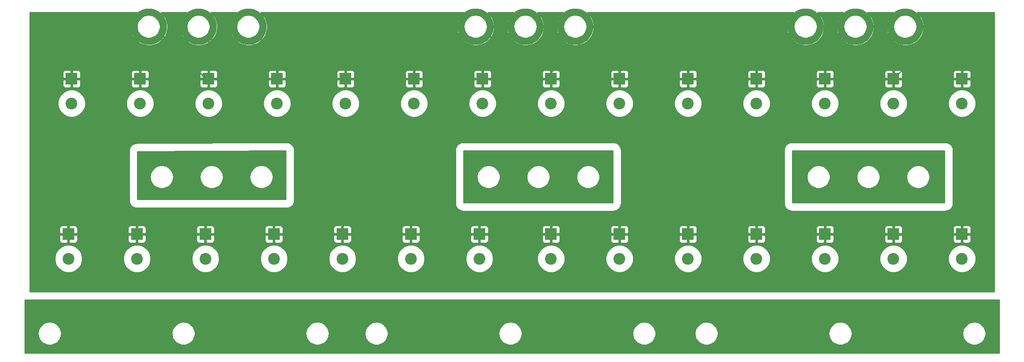
<source format=gtl>
G04 #@! TF.GenerationSoftware,KiCad,Pcbnew,(5.1.9)-1*
G04 #@! TF.CreationDate,2021-04-16T15:08:46+02:00*
G04 #@! TF.ProjectId,dc_link,64635f6c-696e-46b2-9e6b-696361645f70,rev?*
G04 #@! TF.SameCoordinates,Original*
G04 #@! TF.FileFunction,Copper,L1,Top*
G04 #@! TF.FilePolarity,Positive*
%FSLAX46Y46*%
G04 Gerber Fmt 4.6, Leading zero omitted, Abs format (unit mm)*
G04 Created by KiCad (PCBNEW (5.1.9)-1) date 2021-04-16 15:08:46*
%MOMM*%
%LPD*%
G01*
G04 APERTURE LIST*
G04 #@! TA.AperFunction,SMDPad,CuDef*
%ADD10C,1.050000*%
G04 #@! TD*
G04 #@! TA.AperFunction,SMDPad,CuDef*
%ADD11C,0.100000*%
G04 #@! TD*
G04 #@! TA.AperFunction,ComponentPad*
%ADD12C,2.400000*%
G04 #@! TD*
G04 #@! TA.AperFunction,ComponentPad*
%ADD13R,2.400000X2.400000*%
G04 #@! TD*
G04 #@! TA.AperFunction,ViaPad*
%ADD14C,0.800000*%
G04 #@! TD*
G04 #@! TA.AperFunction,Conductor*
%ADD15C,0.250000*%
G04 #@! TD*
G04 #@! TA.AperFunction,Conductor*
%ADD16C,0.254000*%
G04 #@! TD*
G04 #@! TA.AperFunction,Conductor*
%ADD17C,0.100000*%
G04 #@! TD*
G04 APERTURE END LIST*
D10*
X233680000Y-115770000D03*
X230705000Y-118745000D03*
X233680000Y-121720000D03*
G04 #@! TA.AperFunction,SMDPad,CuDef*
D11*
G36*
X234222903Y-115085047D02*
G01*
X234579027Y-115155884D01*
X234926492Y-115261287D01*
X235261954Y-115400240D01*
X235582180Y-115571404D01*
X235884087Y-115773132D01*
X236164768Y-116003481D01*
X236421519Y-116260232D01*
X236651868Y-116540913D01*
X236853596Y-116842820D01*
X237024760Y-117163046D01*
X237163713Y-117498508D01*
X237269116Y-117845973D01*
X237339953Y-118202097D01*
X237375543Y-118563450D01*
X237375543Y-118926550D01*
X237339953Y-119287903D01*
X237269116Y-119644027D01*
X237163713Y-119991492D01*
X237024760Y-120326954D01*
X236853596Y-120647180D01*
X236651868Y-120949087D01*
X236421519Y-121229768D01*
X236164768Y-121486519D01*
X235884087Y-121716868D01*
X235582180Y-121918596D01*
X235261954Y-122089760D01*
X234926492Y-122228713D01*
X234579027Y-122334116D01*
X234222903Y-122404953D01*
X233861550Y-122440543D01*
X233498450Y-122440543D01*
X233137097Y-122404953D01*
X232780973Y-122334116D01*
X232433508Y-122228713D01*
X232098046Y-122089760D01*
X231777820Y-121918596D01*
X231475913Y-121716868D01*
X231195232Y-121486519D01*
X230938481Y-121229768D01*
X230708132Y-120949087D01*
X230506404Y-120647180D01*
X230335240Y-120326954D01*
X230196287Y-119991492D01*
X230090884Y-119644027D01*
X230020047Y-119287903D01*
X229984457Y-118926550D01*
X229984457Y-118634598D01*
X231432710Y-118634598D01*
X231432710Y-118855402D01*
X231454353Y-119075144D01*
X231497430Y-119291705D01*
X231561526Y-119503002D01*
X231646024Y-119706999D01*
X231750111Y-119901731D01*
X231872783Y-120085323D01*
X232012860Y-120256008D01*
X232168992Y-120412140D01*
X232339677Y-120552217D01*
X232523269Y-120674889D01*
X232718001Y-120778976D01*
X232921998Y-120863474D01*
X233133295Y-120927570D01*
X233349856Y-120970647D01*
X233569598Y-120992290D01*
X233790402Y-120992290D01*
X234010144Y-120970647D01*
X234226705Y-120927570D01*
X234438002Y-120863474D01*
X234641999Y-120778976D01*
X234836731Y-120674889D01*
X235020323Y-120552217D01*
X235191008Y-120412140D01*
X235347140Y-120256008D01*
X235487217Y-120085323D01*
X235609889Y-119901731D01*
X235713976Y-119706999D01*
X235798474Y-119503002D01*
X235862570Y-119291705D01*
X235905647Y-119075144D01*
X235927290Y-118855402D01*
X235927290Y-118634598D01*
X235905647Y-118414856D01*
X235862570Y-118198295D01*
X235798474Y-117986998D01*
X235713976Y-117783001D01*
X235609889Y-117588269D01*
X235487217Y-117404677D01*
X235347140Y-117233992D01*
X235191008Y-117077860D01*
X235020323Y-116937783D01*
X234836731Y-116815111D01*
X234641999Y-116711024D01*
X234438002Y-116626526D01*
X234226705Y-116562430D01*
X234010144Y-116519353D01*
X233790402Y-116497710D01*
X233569598Y-116497710D01*
X233349856Y-116519353D01*
X233133295Y-116562430D01*
X232921998Y-116626526D01*
X232718001Y-116711024D01*
X232523269Y-116815111D01*
X232339677Y-116937783D01*
X232168992Y-117077860D01*
X232012860Y-117233992D01*
X231872783Y-117404677D01*
X231750111Y-117588269D01*
X231646024Y-117783001D01*
X231561526Y-117986998D01*
X231497430Y-118198295D01*
X231454353Y-118414856D01*
X231432710Y-118634598D01*
X229984457Y-118634598D01*
X229984457Y-118563450D01*
X230020047Y-118202097D01*
X230090884Y-117845973D01*
X230196287Y-117498508D01*
X230335240Y-117163046D01*
X230506404Y-116842820D01*
X230708132Y-116540913D01*
X230938481Y-116260232D01*
X231195232Y-116003481D01*
X231475913Y-115773132D01*
X231777820Y-115571404D01*
X232098046Y-115400240D01*
X232433508Y-115261287D01*
X232780973Y-115155884D01*
X233137097Y-115085047D01*
X233498450Y-115049457D01*
X233861550Y-115049457D01*
X234222903Y-115085047D01*
G37*
G04 #@! TD.AperFunction*
G04 #@! TA.AperFunction,SMDPad,CuDef*
G36*
X206917903Y-115085047D02*
G01*
X207274027Y-115155884D01*
X207621492Y-115261287D01*
X207956954Y-115400240D01*
X208277180Y-115571404D01*
X208579087Y-115773132D01*
X208859768Y-116003481D01*
X209116519Y-116260232D01*
X209346868Y-116540913D01*
X209548596Y-116842820D01*
X209719760Y-117163046D01*
X209858713Y-117498508D01*
X209964116Y-117845973D01*
X210034953Y-118202097D01*
X210070543Y-118563450D01*
X210070543Y-118926550D01*
X210034953Y-119287903D01*
X209964116Y-119644027D01*
X209858713Y-119991492D01*
X209719760Y-120326954D01*
X209548596Y-120647180D01*
X209346868Y-120949087D01*
X209116519Y-121229768D01*
X208859768Y-121486519D01*
X208579087Y-121716868D01*
X208277180Y-121918596D01*
X207956954Y-122089760D01*
X207621492Y-122228713D01*
X207274027Y-122334116D01*
X206917903Y-122404953D01*
X206556550Y-122440543D01*
X206193450Y-122440543D01*
X205832097Y-122404953D01*
X205475973Y-122334116D01*
X205128508Y-122228713D01*
X204793046Y-122089760D01*
X204472820Y-121918596D01*
X204170913Y-121716868D01*
X203890232Y-121486519D01*
X203633481Y-121229768D01*
X203403132Y-120949087D01*
X203201404Y-120647180D01*
X203030240Y-120326954D01*
X202891287Y-119991492D01*
X202785884Y-119644027D01*
X202715047Y-119287903D01*
X202679457Y-118926550D01*
X202679457Y-118634598D01*
X204127710Y-118634598D01*
X204127710Y-118855402D01*
X204149353Y-119075144D01*
X204192430Y-119291705D01*
X204256526Y-119503002D01*
X204341024Y-119706999D01*
X204445111Y-119901731D01*
X204567783Y-120085323D01*
X204707860Y-120256008D01*
X204863992Y-120412140D01*
X205034677Y-120552217D01*
X205218269Y-120674889D01*
X205413001Y-120778976D01*
X205616998Y-120863474D01*
X205828295Y-120927570D01*
X206044856Y-120970647D01*
X206264598Y-120992290D01*
X206485402Y-120992290D01*
X206705144Y-120970647D01*
X206921705Y-120927570D01*
X207133002Y-120863474D01*
X207336999Y-120778976D01*
X207531731Y-120674889D01*
X207715323Y-120552217D01*
X207886008Y-120412140D01*
X208042140Y-120256008D01*
X208182217Y-120085323D01*
X208304889Y-119901731D01*
X208408976Y-119706999D01*
X208493474Y-119503002D01*
X208557570Y-119291705D01*
X208600647Y-119075144D01*
X208622290Y-118855402D01*
X208622290Y-118634598D01*
X208600647Y-118414856D01*
X208557570Y-118198295D01*
X208493474Y-117986998D01*
X208408976Y-117783001D01*
X208304889Y-117588269D01*
X208182217Y-117404677D01*
X208042140Y-117233992D01*
X207886008Y-117077860D01*
X207715323Y-116937783D01*
X207531731Y-116815111D01*
X207336999Y-116711024D01*
X207133002Y-116626526D01*
X206921705Y-116562430D01*
X206705144Y-116519353D01*
X206485402Y-116497710D01*
X206264598Y-116497710D01*
X206044856Y-116519353D01*
X205828295Y-116562430D01*
X205616998Y-116626526D01*
X205413001Y-116711024D01*
X205218269Y-116815111D01*
X205034677Y-116937783D01*
X204863992Y-117077860D01*
X204707860Y-117233992D01*
X204567783Y-117404677D01*
X204445111Y-117588269D01*
X204341024Y-117783001D01*
X204256526Y-117986998D01*
X204192430Y-118198295D01*
X204149353Y-118414856D01*
X204127710Y-118634598D01*
X202679457Y-118634598D01*
X202679457Y-118563450D01*
X202715047Y-118202097D01*
X202785884Y-117845973D01*
X202891287Y-117498508D01*
X203030240Y-117163046D01*
X203201404Y-116842820D01*
X203403132Y-116540913D01*
X203633481Y-116260232D01*
X203890232Y-116003481D01*
X204170913Y-115773132D01*
X204472820Y-115571404D01*
X204793046Y-115400240D01*
X205128508Y-115261287D01*
X205475973Y-115155884D01*
X205832097Y-115085047D01*
X206193450Y-115049457D01*
X206556550Y-115049457D01*
X206917903Y-115085047D01*
G37*
G04 #@! TD.AperFunction*
D10*
X206375000Y-121720000D03*
X203400000Y-118745000D03*
X206375000Y-115770000D03*
X179070000Y-115770000D03*
X176095000Y-118745000D03*
X179070000Y-121720000D03*
G04 #@! TA.AperFunction,SMDPad,CuDef*
D11*
G36*
X179612903Y-115085047D02*
G01*
X179969027Y-115155884D01*
X180316492Y-115261287D01*
X180651954Y-115400240D01*
X180972180Y-115571404D01*
X181274087Y-115773132D01*
X181554768Y-116003481D01*
X181811519Y-116260232D01*
X182041868Y-116540913D01*
X182243596Y-116842820D01*
X182414760Y-117163046D01*
X182553713Y-117498508D01*
X182659116Y-117845973D01*
X182729953Y-118202097D01*
X182765543Y-118563450D01*
X182765543Y-118926550D01*
X182729953Y-119287903D01*
X182659116Y-119644027D01*
X182553713Y-119991492D01*
X182414760Y-120326954D01*
X182243596Y-120647180D01*
X182041868Y-120949087D01*
X181811519Y-121229768D01*
X181554768Y-121486519D01*
X181274087Y-121716868D01*
X180972180Y-121918596D01*
X180651954Y-122089760D01*
X180316492Y-122228713D01*
X179969027Y-122334116D01*
X179612903Y-122404953D01*
X179251550Y-122440543D01*
X178888450Y-122440543D01*
X178527097Y-122404953D01*
X178170973Y-122334116D01*
X177823508Y-122228713D01*
X177488046Y-122089760D01*
X177167820Y-121918596D01*
X176865913Y-121716868D01*
X176585232Y-121486519D01*
X176328481Y-121229768D01*
X176098132Y-120949087D01*
X175896404Y-120647180D01*
X175725240Y-120326954D01*
X175586287Y-119991492D01*
X175480884Y-119644027D01*
X175410047Y-119287903D01*
X175374457Y-118926550D01*
X175374457Y-118634598D01*
X176822710Y-118634598D01*
X176822710Y-118855402D01*
X176844353Y-119075144D01*
X176887430Y-119291705D01*
X176951526Y-119503002D01*
X177036024Y-119706999D01*
X177140111Y-119901731D01*
X177262783Y-120085323D01*
X177402860Y-120256008D01*
X177558992Y-120412140D01*
X177729677Y-120552217D01*
X177913269Y-120674889D01*
X178108001Y-120778976D01*
X178311998Y-120863474D01*
X178523295Y-120927570D01*
X178739856Y-120970647D01*
X178959598Y-120992290D01*
X179180402Y-120992290D01*
X179400144Y-120970647D01*
X179616705Y-120927570D01*
X179828002Y-120863474D01*
X180031999Y-120778976D01*
X180226731Y-120674889D01*
X180410323Y-120552217D01*
X180581008Y-120412140D01*
X180737140Y-120256008D01*
X180877217Y-120085323D01*
X180999889Y-119901731D01*
X181103976Y-119706999D01*
X181188474Y-119503002D01*
X181252570Y-119291705D01*
X181295647Y-119075144D01*
X181317290Y-118855402D01*
X181317290Y-118634598D01*
X181295647Y-118414856D01*
X181252570Y-118198295D01*
X181188474Y-117986998D01*
X181103976Y-117783001D01*
X180999889Y-117588269D01*
X180877217Y-117404677D01*
X180737140Y-117233992D01*
X180581008Y-117077860D01*
X180410323Y-116937783D01*
X180226731Y-116815111D01*
X180031999Y-116711024D01*
X179828002Y-116626526D01*
X179616705Y-116562430D01*
X179400144Y-116519353D01*
X179180402Y-116497710D01*
X178959598Y-116497710D01*
X178739856Y-116519353D01*
X178523295Y-116562430D01*
X178311998Y-116626526D01*
X178108001Y-116711024D01*
X177913269Y-116815111D01*
X177729677Y-116937783D01*
X177558992Y-117077860D01*
X177402860Y-117233992D01*
X177262783Y-117404677D01*
X177140111Y-117588269D01*
X177036024Y-117783001D01*
X176951526Y-117986998D01*
X176887430Y-118198295D01*
X176844353Y-118414856D01*
X176822710Y-118634598D01*
X175374457Y-118634598D01*
X175374457Y-118563450D01*
X175410047Y-118202097D01*
X175480884Y-117845973D01*
X175586287Y-117498508D01*
X175725240Y-117163046D01*
X175896404Y-116842820D01*
X176098132Y-116540913D01*
X176328481Y-116260232D01*
X176585232Y-116003481D01*
X176865913Y-115773132D01*
X177167820Y-115571404D01*
X177488046Y-115400240D01*
X177823508Y-115261287D01*
X178170973Y-115155884D01*
X178527097Y-115085047D01*
X178888450Y-115049457D01*
X179251550Y-115049457D01*
X179612903Y-115085047D01*
G37*
G04 #@! TD.AperFunction*
G04 #@! TA.AperFunction,SMDPad,CuDef*
G36*
X166912903Y-115085047D02*
G01*
X167269027Y-115155884D01*
X167616492Y-115261287D01*
X167951954Y-115400240D01*
X168272180Y-115571404D01*
X168574087Y-115773132D01*
X168854768Y-116003481D01*
X169111519Y-116260232D01*
X169341868Y-116540913D01*
X169543596Y-116842820D01*
X169714760Y-117163046D01*
X169853713Y-117498508D01*
X169959116Y-117845973D01*
X170029953Y-118202097D01*
X170065543Y-118563450D01*
X170065543Y-118926550D01*
X170029953Y-119287903D01*
X169959116Y-119644027D01*
X169853713Y-119991492D01*
X169714760Y-120326954D01*
X169543596Y-120647180D01*
X169341868Y-120949087D01*
X169111519Y-121229768D01*
X168854768Y-121486519D01*
X168574087Y-121716868D01*
X168272180Y-121918596D01*
X167951954Y-122089760D01*
X167616492Y-122228713D01*
X167269027Y-122334116D01*
X166912903Y-122404953D01*
X166551550Y-122440543D01*
X166188450Y-122440543D01*
X165827097Y-122404953D01*
X165470973Y-122334116D01*
X165123508Y-122228713D01*
X164788046Y-122089760D01*
X164467820Y-121918596D01*
X164165913Y-121716868D01*
X163885232Y-121486519D01*
X163628481Y-121229768D01*
X163398132Y-120949087D01*
X163196404Y-120647180D01*
X163025240Y-120326954D01*
X162886287Y-119991492D01*
X162780884Y-119644027D01*
X162710047Y-119287903D01*
X162674457Y-118926550D01*
X162674457Y-118634598D01*
X164122710Y-118634598D01*
X164122710Y-118855402D01*
X164144353Y-119075144D01*
X164187430Y-119291705D01*
X164251526Y-119503002D01*
X164336024Y-119706999D01*
X164440111Y-119901731D01*
X164562783Y-120085323D01*
X164702860Y-120256008D01*
X164858992Y-120412140D01*
X165029677Y-120552217D01*
X165213269Y-120674889D01*
X165408001Y-120778976D01*
X165611998Y-120863474D01*
X165823295Y-120927570D01*
X166039856Y-120970647D01*
X166259598Y-120992290D01*
X166480402Y-120992290D01*
X166700144Y-120970647D01*
X166916705Y-120927570D01*
X167128002Y-120863474D01*
X167331999Y-120778976D01*
X167526731Y-120674889D01*
X167710323Y-120552217D01*
X167881008Y-120412140D01*
X168037140Y-120256008D01*
X168177217Y-120085323D01*
X168299889Y-119901731D01*
X168403976Y-119706999D01*
X168488474Y-119503002D01*
X168552570Y-119291705D01*
X168595647Y-119075144D01*
X168617290Y-118855402D01*
X168617290Y-118634598D01*
X168595647Y-118414856D01*
X168552570Y-118198295D01*
X168488474Y-117986998D01*
X168403976Y-117783001D01*
X168299889Y-117588269D01*
X168177217Y-117404677D01*
X168037140Y-117233992D01*
X167881008Y-117077860D01*
X167710323Y-116937783D01*
X167526731Y-116815111D01*
X167331999Y-116711024D01*
X167128002Y-116626526D01*
X166916705Y-116562430D01*
X166700144Y-116519353D01*
X166480402Y-116497710D01*
X166259598Y-116497710D01*
X166039856Y-116519353D01*
X165823295Y-116562430D01*
X165611998Y-116626526D01*
X165408001Y-116711024D01*
X165213269Y-116815111D01*
X165029677Y-116937783D01*
X164858992Y-117077860D01*
X164702860Y-117233992D01*
X164562783Y-117404677D01*
X164440111Y-117588269D01*
X164336024Y-117783001D01*
X164251526Y-117986998D01*
X164187430Y-118198295D01*
X164144353Y-118414856D01*
X164122710Y-118634598D01*
X162674457Y-118634598D01*
X162674457Y-118563450D01*
X162710047Y-118202097D01*
X162780884Y-117845973D01*
X162886287Y-117498508D01*
X163025240Y-117163046D01*
X163196404Y-116842820D01*
X163398132Y-116540913D01*
X163628481Y-116260232D01*
X163885232Y-116003481D01*
X164165913Y-115773132D01*
X164467820Y-115571404D01*
X164788046Y-115400240D01*
X165123508Y-115261287D01*
X165470973Y-115155884D01*
X165827097Y-115085047D01*
X166188450Y-115049457D01*
X166551550Y-115049457D01*
X166912903Y-115085047D01*
G37*
G04 #@! TD.AperFunction*
D10*
X166370000Y-121720000D03*
X163395000Y-118745000D03*
X166370000Y-115770000D03*
X139065000Y-115770000D03*
X136090000Y-118745000D03*
X139065000Y-121720000D03*
G04 #@! TA.AperFunction,SMDPad,CuDef*
D11*
G36*
X139607903Y-115085047D02*
G01*
X139964027Y-115155884D01*
X140311492Y-115261287D01*
X140646954Y-115400240D01*
X140967180Y-115571404D01*
X141269087Y-115773132D01*
X141549768Y-116003481D01*
X141806519Y-116260232D01*
X142036868Y-116540913D01*
X142238596Y-116842820D01*
X142409760Y-117163046D01*
X142548713Y-117498508D01*
X142654116Y-117845973D01*
X142724953Y-118202097D01*
X142760543Y-118563450D01*
X142760543Y-118926550D01*
X142724953Y-119287903D01*
X142654116Y-119644027D01*
X142548713Y-119991492D01*
X142409760Y-120326954D01*
X142238596Y-120647180D01*
X142036868Y-120949087D01*
X141806519Y-121229768D01*
X141549768Y-121486519D01*
X141269087Y-121716868D01*
X140967180Y-121918596D01*
X140646954Y-122089760D01*
X140311492Y-122228713D01*
X139964027Y-122334116D01*
X139607903Y-122404953D01*
X139246550Y-122440543D01*
X138883450Y-122440543D01*
X138522097Y-122404953D01*
X138165973Y-122334116D01*
X137818508Y-122228713D01*
X137483046Y-122089760D01*
X137162820Y-121918596D01*
X136860913Y-121716868D01*
X136580232Y-121486519D01*
X136323481Y-121229768D01*
X136093132Y-120949087D01*
X135891404Y-120647180D01*
X135720240Y-120326954D01*
X135581287Y-119991492D01*
X135475884Y-119644027D01*
X135405047Y-119287903D01*
X135369457Y-118926550D01*
X135369457Y-118634598D01*
X136817710Y-118634598D01*
X136817710Y-118855402D01*
X136839353Y-119075144D01*
X136882430Y-119291705D01*
X136946526Y-119503002D01*
X137031024Y-119706999D01*
X137135111Y-119901731D01*
X137257783Y-120085323D01*
X137397860Y-120256008D01*
X137553992Y-120412140D01*
X137724677Y-120552217D01*
X137908269Y-120674889D01*
X138103001Y-120778976D01*
X138306998Y-120863474D01*
X138518295Y-120927570D01*
X138734856Y-120970647D01*
X138954598Y-120992290D01*
X139175402Y-120992290D01*
X139395144Y-120970647D01*
X139611705Y-120927570D01*
X139823002Y-120863474D01*
X140026999Y-120778976D01*
X140221731Y-120674889D01*
X140405323Y-120552217D01*
X140576008Y-120412140D01*
X140732140Y-120256008D01*
X140872217Y-120085323D01*
X140994889Y-119901731D01*
X141098976Y-119706999D01*
X141183474Y-119503002D01*
X141247570Y-119291705D01*
X141290647Y-119075144D01*
X141312290Y-118855402D01*
X141312290Y-118634598D01*
X141290647Y-118414856D01*
X141247570Y-118198295D01*
X141183474Y-117986998D01*
X141098976Y-117783001D01*
X140994889Y-117588269D01*
X140872217Y-117404677D01*
X140732140Y-117233992D01*
X140576008Y-117077860D01*
X140405323Y-116937783D01*
X140221731Y-116815111D01*
X140026999Y-116711024D01*
X139823002Y-116626526D01*
X139611705Y-116562430D01*
X139395144Y-116519353D01*
X139175402Y-116497710D01*
X138954598Y-116497710D01*
X138734856Y-116519353D01*
X138518295Y-116562430D01*
X138306998Y-116626526D01*
X138103001Y-116711024D01*
X137908269Y-116815111D01*
X137724677Y-116937783D01*
X137553992Y-117077860D01*
X137397860Y-117233992D01*
X137257783Y-117404677D01*
X137135111Y-117588269D01*
X137031024Y-117783001D01*
X136946526Y-117986998D01*
X136882430Y-118198295D01*
X136839353Y-118414856D01*
X136817710Y-118634598D01*
X135369457Y-118634598D01*
X135369457Y-118563450D01*
X135405047Y-118202097D01*
X135475884Y-117845973D01*
X135581287Y-117498508D01*
X135720240Y-117163046D01*
X135891404Y-116842820D01*
X136093132Y-116540913D01*
X136323481Y-116260232D01*
X136580232Y-116003481D01*
X136860913Y-115773132D01*
X137162820Y-115571404D01*
X137483046Y-115400240D01*
X137818508Y-115261287D01*
X138165973Y-115155884D01*
X138522097Y-115085047D01*
X138883450Y-115049457D01*
X139246550Y-115049457D01*
X139607903Y-115085047D01*
G37*
G04 #@! TD.AperFunction*
G04 #@! TA.AperFunction,SMDPad,CuDef*
G36*
X112302903Y-115085047D02*
G01*
X112659027Y-115155884D01*
X113006492Y-115261287D01*
X113341954Y-115400240D01*
X113662180Y-115571404D01*
X113964087Y-115773132D01*
X114244768Y-116003481D01*
X114501519Y-116260232D01*
X114731868Y-116540913D01*
X114933596Y-116842820D01*
X115104760Y-117163046D01*
X115243713Y-117498508D01*
X115349116Y-117845973D01*
X115419953Y-118202097D01*
X115455543Y-118563450D01*
X115455543Y-118926550D01*
X115419953Y-119287903D01*
X115349116Y-119644027D01*
X115243713Y-119991492D01*
X115104760Y-120326954D01*
X114933596Y-120647180D01*
X114731868Y-120949087D01*
X114501519Y-121229768D01*
X114244768Y-121486519D01*
X113964087Y-121716868D01*
X113662180Y-121918596D01*
X113341954Y-122089760D01*
X113006492Y-122228713D01*
X112659027Y-122334116D01*
X112302903Y-122404953D01*
X111941550Y-122440543D01*
X111578450Y-122440543D01*
X111217097Y-122404953D01*
X110860973Y-122334116D01*
X110513508Y-122228713D01*
X110178046Y-122089760D01*
X109857820Y-121918596D01*
X109555913Y-121716868D01*
X109275232Y-121486519D01*
X109018481Y-121229768D01*
X108788132Y-120949087D01*
X108586404Y-120647180D01*
X108415240Y-120326954D01*
X108276287Y-119991492D01*
X108170884Y-119644027D01*
X108100047Y-119287903D01*
X108064457Y-118926550D01*
X108064457Y-118634598D01*
X109512710Y-118634598D01*
X109512710Y-118855402D01*
X109534353Y-119075144D01*
X109577430Y-119291705D01*
X109641526Y-119503002D01*
X109726024Y-119706999D01*
X109830111Y-119901731D01*
X109952783Y-120085323D01*
X110092860Y-120256008D01*
X110248992Y-120412140D01*
X110419677Y-120552217D01*
X110603269Y-120674889D01*
X110798001Y-120778976D01*
X111001998Y-120863474D01*
X111213295Y-120927570D01*
X111429856Y-120970647D01*
X111649598Y-120992290D01*
X111870402Y-120992290D01*
X112090144Y-120970647D01*
X112306705Y-120927570D01*
X112518002Y-120863474D01*
X112721999Y-120778976D01*
X112916731Y-120674889D01*
X113100323Y-120552217D01*
X113271008Y-120412140D01*
X113427140Y-120256008D01*
X113567217Y-120085323D01*
X113689889Y-119901731D01*
X113793976Y-119706999D01*
X113878474Y-119503002D01*
X113942570Y-119291705D01*
X113985647Y-119075144D01*
X114007290Y-118855402D01*
X114007290Y-118634598D01*
X113985647Y-118414856D01*
X113942570Y-118198295D01*
X113878474Y-117986998D01*
X113793976Y-117783001D01*
X113689889Y-117588269D01*
X113567217Y-117404677D01*
X113427140Y-117233992D01*
X113271008Y-117077860D01*
X113100323Y-116937783D01*
X112916731Y-116815111D01*
X112721999Y-116711024D01*
X112518002Y-116626526D01*
X112306705Y-116562430D01*
X112090144Y-116519353D01*
X111870402Y-116497710D01*
X111649598Y-116497710D01*
X111429856Y-116519353D01*
X111213295Y-116562430D01*
X111001998Y-116626526D01*
X110798001Y-116711024D01*
X110603269Y-116815111D01*
X110419677Y-116937783D01*
X110248992Y-117077860D01*
X110092860Y-117233992D01*
X109952783Y-117404677D01*
X109830111Y-117588269D01*
X109726024Y-117783001D01*
X109641526Y-117986998D01*
X109577430Y-118198295D01*
X109534353Y-118414856D01*
X109512710Y-118634598D01*
X108064457Y-118634598D01*
X108064457Y-118563450D01*
X108100047Y-118202097D01*
X108170884Y-117845973D01*
X108276287Y-117498508D01*
X108415240Y-117163046D01*
X108586404Y-116842820D01*
X108788132Y-116540913D01*
X109018481Y-116260232D01*
X109275232Y-116003481D01*
X109555913Y-115773132D01*
X109857820Y-115571404D01*
X110178046Y-115400240D01*
X110513508Y-115261287D01*
X110860973Y-115155884D01*
X111217097Y-115085047D01*
X111578450Y-115049457D01*
X111941550Y-115049457D01*
X112302903Y-115085047D01*
G37*
G04 #@! TD.AperFunction*
D10*
X111760000Y-121720000D03*
X108785000Y-118745000D03*
X111760000Y-115770000D03*
X99695000Y-115770000D03*
X96720000Y-118745000D03*
X99695000Y-121720000D03*
G04 #@! TA.AperFunction,SMDPad,CuDef*
D11*
G36*
X100237903Y-115085047D02*
G01*
X100594027Y-115155884D01*
X100941492Y-115261287D01*
X101276954Y-115400240D01*
X101597180Y-115571404D01*
X101899087Y-115773132D01*
X102179768Y-116003481D01*
X102436519Y-116260232D01*
X102666868Y-116540913D01*
X102868596Y-116842820D01*
X103039760Y-117163046D01*
X103178713Y-117498508D01*
X103284116Y-117845973D01*
X103354953Y-118202097D01*
X103390543Y-118563450D01*
X103390543Y-118926550D01*
X103354953Y-119287903D01*
X103284116Y-119644027D01*
X103178713Y-119991492D01*
X103039760Y-120326954D01*
X102868596Y-120647180D01*
X102666868Y-120949087D01*
X102436519Y-121229768D01*
X102179768Y-121486519D01*
X101899087Y-121716868D01*
X101597180Y-121918596D01*
X101276954Y-122089760D01*
X100941492Y-122228713D01*
X100594027Y-122334116D01*
X100237903Y-122404953D01*
X99876550Y-122440543D01*
X99513450Y-122440543D01*
X99152097Y-122404953D01*
X98795973Y-122334116D01*
X98448508Y-122228713D01*
X98113046Y-122089760D01*
X97792820Y-121918596D01*
X97490913Y-121716868D01*
X97210232Y-121486519D01*
X96953481Y-121229768D01*
X96723132Y-120949087D01*
X96521404Y-120647180D01*
X96350240Y-120326954D01*
X96211287Y-119991492D01*
X96105884Y-119644027D01*
X96035047Y-119287903D01*
X95999457Y-118926550D01*
X95999457Y-118634598D01*
X97447710Y-118634598D01*
X97447710Y-118855402D01*
X97469353Y-119075144D01*
X97512430Y-119291705D01*
X97576526Y-119503002D01*
X97661024Y-119706999D01*
X97765111Y-119901731D01*
X97887783Y-120085323D01*
X98027860Y-120256008D01*
X98183992Y-120412140D01*
X98354677Y-120552217D01*
X98538269Y-120674889D01*
X98733001Y-120778976D01*
X98936998Y-120863474D01*
X99148295Y-120927570D01*
X99364856Y-120970647D01*
X99584598Y-120992290D01*
X99805402Y-120992290D01*
X100025144Y-120970647D01*
X100241705Y-120927570D01*
X100453002Y-120863474D01*
X100656999Y-120778976D01*
X100851731Y-120674889D01*
X101035323Y-120552217D01*
X101206008Y-120412140D01*
X101362140Y-120256008D01*
X101502217Y-120085323D01*
X101624889Y-119901731D01*
X101728976Y-119706999D01*
X101813474Y-119503002D01*
X101877570Y-119291705D01*
X101920647Y-119075144D01*
X101942290Y-118855402D01*
X101942290Y-118634598D01*
X101920647Y-118414856D01*
X101877570Y-118198295D01*
X101813474Y-117986998D01*
X101728976Y-117783001D01*
X101624889Y-117588269D01*
X101502217Y-117404677D01*
X101362140Y-117233992D01*
X101206008Y-117077860D01*
X101035323Y-116937783D01*
X100851731Y-116815111D01*
X100656999Y-116711024D01*
X100453002Y-116626526D01*
X100241705Y-116562430D01*
X100025144Y-116519353D01*
X99805402Y-116497710D01*
X99584598Y-116497710D01*
X99364856Y-116519353D01*
X99148295Y-116562430D01*
X98936998Y-116626526D01*
X98733001Y-116711024D01*
X98538269Y-116815111D01*
X98354677Y-116937783D01*
X98183992Y-117077860D01*
X98027860Y-117233992D01*
X97887783Y-117404677D01*
X97765111Y-117588269D01*
X97661024Y-117783001D01*
X97576526Y-117986998D01*
X97512430Y-118198295D01*
X97469353Y-118414856D01*
X97447710Y-118634598D01*
X95999457Y-118634598D01*
X95999457Y-118563450D01*
X96035047Y-118202097D01*
X96105884Y-117845973D01*
X96211287Y-117498508D01*
X96350240Y-117163046D01*
X96521404Y-116842820D01*
X96723132Y-116540913D01*
X96953481Y-116260232D01*
X97210232Y-116003481D01*
X97490913Y-115773132D01*
X97792820Y-115571404D01*
X98113046Y-115400240D01*
X98448508Y-115261287D01*
X98795973Y-115155884D01*
X99152097Y-115085047D01*
X99513450Y-115049457D01*
X99876550Y-115049457D01*
X100237903Y-115085047D01*
G37*
G04 #@! TD.AperFunction*
G04 #@! TA.AperFunction,SMDPad,CuDef*
G36*
X72932903Y-115085047D02*
G01*
X73289027Y-115155884D01*
X73636492Y-115261287D01*
X73971954Y-115400240D01*
X74292180Y-115571404D01*
X74594087Y-115773132D01*
X74874768Y-116003481D01*
X75131519Y-116260232D01*
X75361868Y-116540913D01*
X75563596Y-116842820D01*
X75734760Y-117163046D01*
X75873713Y-117498508D01*
X75979116Y-117845973D01*
X76049953Y-118202097D01*
X76085543Y-118563450D01*
X76085543Y-118926550D01*
X76049953Y-119287903D01*
X75979116Y-119644027D01*
X75873713Y-119991492D01*
X75734760Y-120326954D01*
X75563596Y-120647180D01*
X75361868Y-120949087D01*
X75131519Y-121229768D01*
X74874768Y-121486519D01*
X74594087Y-121716868D01*
X74292180Y-121918596D01*
X73971954Y-122089760D01*
X73636492Y-122228713D01*
X73289027Y-122334116D01*
X72932903Y-122404953D01*
X72571550Y-122440543D01*
X72208450Y-122440543D01*
X71847097Y-122404953D01*
X71490973Y-122334116D01*
X71143508Y-122228713D01*
X70808046Y-122089760D01*
X70487820Y-121918596D01*
X70185913Y-121716868D01*
X69905232Y-121486519D01*
X69648481Y-121229768D01*
X69418132Y-120949087D01*
X69216404Y-120647180D01*
X69045240Y-120326954D01*
X68906287Y-119991492D01*
X68800884Y-119644027D01*
X68730047Y-119287903D01*
X68694457Y-118926550D01*
X68694457Y-118634598D01*
X70142710Y-118634598D01*
X70142710Y-118855402D01*
X70164353Y-119075144D01*
X70207430Y-119291705D01*
X70271526Y-119503002D01*
X70356024Y-119706999D01*
X70460111Y-119901731D01*
X70582783Y-120085323D01*
X70722860Y-120256008D01*
X70878992Y-120412140D01*
X71049677Y-120552217D01*
X71233269Y-120674889D01*
X71428001Y-120778976D01*
X71631998Y-120863474D01*
X71843295Y-120927570D01*
X72059856Y-120970647D01*
X72279598Y-120992290D01*
X72500402Y-120992290D01*
X72720144Y-120970647D01*
X72936705Y-120927570D01*
X73148002Y-120863474D01*
X73351999Y-120778976D01*
X73546731Y-120674889D01*
X73730323Y-120552217D01*
X73901008Y-120412140D01*
X74057140Y-120256008D01*
X74197217Y-120085323D01*
X74319889Y-119901731D01*
X74423976Y-119706999D01*
X74508474Y-119503002D01*
X74572570Y-119291705D01*
X74615647Y-119075144D01*
X74637290Y-118855402D01*
X74637290Y-118634598D01*
X74615647Y-118414856D01*
X74572570Y-118198295D01*
X74508474Y-117986998D01*
X74423976Y-117783001D01*
X74319889Y-117588269D01*
X74197217Y-117404677D01*
X74057140Y-117233992D01*
X73901008Y-117077860D01*
X73730323Y-116937783D01*
X73546731Y-116815111D01*
X73351999Y-116711024D01*
X73148002Y-116626526D01*
X72936705Y-116562430D01*
X72720144Y-116519353D01*
X72500402Y-116497710D01*
X72279598Y-116497710D01*
X72059856Y-116519353D01*
X71843295Y-116562430D01*
X71631998Y-116626526D01*
X71428001Y-116711024D01*
X71233269Y-116815111D01*
X71049677Y-116937783D01*
X70878992Y-117077860D01*
X70722860Y-117233992D01*
X70582783Y-117404677D01*
X70460111Y-117588269D01*
X70356024Y-117783001D01*
X70271526Y-117986998D01*
X70207430Y-118198295D01*
X70164353Y-118414856D01*
X70142710Y-118634598D01*
X68694457Y-118634598D01*
X68694457Y-118563450D01*
X68730047Y-118202097D01*
X68800884Y-117845973D01*
X68906287Y-117498508D01*
X69045240Y-117163046D01*
X69216404Y-116842820D01*
X69418132Y-116540913D01*
X69648481Y-116260232D01*
X69905232Y-116003481D01*
X70185913Y-115773132D01*
X70487820Y-115571404D01*
X70808046Y-115400240D01*
X71143508Y-115261287D01*
X71490973Y-115155884D01*
X71847097Y-115085047D01*
X72208450Y-115049457D01*
X72571550Y-115049457D01*
X72932903Y-115085047D01*
G37*
G04 #@! TD.AperFunction*
D10*
X72390000Y-121720000D03*
X69415000Y-118745000D03*
X72390000Y-115770000D03*
G04 #@! TA.AperFunction,SMDPad,CuDef*
D11*
G36*
X220125903Y-52347047D02*
G01*
X220482027Y-52417884D01*
X220829492Y-52523287D01*
X221164954Y-52662240D01*
X221485180Y-52833404D01*
X221787087Y-53035132D01*
X222067768Y-53265481D01*
X222324519Y-53522232D01*
X222554868Y-53802913D01*
X222756596Y-54104820D01*
X222927760Y-54425046D01*
X223066713Y-54760508D01*
X223172116Y-55107973D01*
X223242953Y-55464097D01*
X223278543Y-55825450D01*
X223278543Y-56188550D01*
X223242953Y-56549903D01*
X223172116Y-56906027D01*
X223066713Y-57253492D01*
X222927760Y-57588954D01*
X222756596Y-57909180D01*
X222554868Y-58211087D01*
X222324519Y-58491768D01*
X222067768Y-58748519D01*
X221787087Y-58978868D01*
X221485180Y-59180596D01*
X221164954Y-59351760D01*
X220829492Y-59490713D01*
X220482027Y-59596116D01*
X220125903Y-59666953D01*
X219764550Y-59702543D01*
X219401450Y-59702543D01*
X219040097Y-59666953D01*
X218683973Y-59596116D01*
X218336508Y-59490713D01*
X218001046Y-59351760D01*
X217680820Y-59180596D01*
X217378913Y-58978868D01*
X217098232Y-58748519D01*
X216841481Y-58491768D01*
X216611132Y-58211087D01*
X216409404Y-57909180D01*
X216238240Y-57588954D01*
X216099287Y-57253492D01*
X215993884Y-56906027D01*
X215923047Y-56549903D01*
X215887457Y-56188550D01*
X215887457Y-55896598D01*
X217335710Y-55896598D01*
X217335710Y-56117402D01*
X217357353Y-56337144D01*
X217400430Y-56553705D01*
X217464526Y-56765002D01*
X217549024Y-56968999D01*
X217653111Y-57163731D01*
X217775783Y-57347323D01*
X217915860Y-57518008D01*
X218071992Y-57674140D01*
X218242677Y-57814217D01*
X218426269Y-57936889D01*
X218621001Y-58040976D01*
X218824998Y-58125474D01*
X219036295Y-58189570D01*
X219252856Y-58232647D01*
X219472598Y-58254290D01*
X219693402Y-58254290D01*
X219913144Y-58232647D01*
X220129705Y-58189570D01*
X220341002Y-58125474D01*
X220544999Y-58040976D01*
X220739731Y-57936889D01*
X220923323Y-57814217D01*
X221094008Y-57674140D01*
X221250140Y-57518008D01*
X221390217Y-57347323D01*
X221512889Y-57163731D01*
X221616976Y-56968999D01*
X221701474Y-56765002D01*
X221765570Y-56553705D01*
X221808647Y-56337144D01*
X221830290Y-56117402D01*
X221830290Y-55896598D01*
X221808647Y-55676856D01*
X221765570Y-55460295D01*
X221701474Y-55248998D01*
X221616976Y-55045001D01*
X221512889Y-54850269D01*
X221390217Y-54666677D01*
X221250140Y-54495992D01*
X221094008Y-54339860D01*
X220923323Y-54199783D01*
X220739731Y-54077111D01*
X220544999Y-53973024D01*
X220341002Y-53888526D01*
X220129705Y-53824430D01*
X219913144Y-53781353D01*
X219693402Y-53759710D01*
X219472598Y-53759710D01*
X219252856Y-53781353D01*
X219036295Y-53824430D01*
X218824998Y-53888526D01*
X218621001Y-53973024D01*
X218426269Y-54077111D01*
X218242677Y-54199783D01*
X218071992Y-54339860D01*
X217915860Y-54495992D01*
X217775783Y-54666677D01*
X217653111Y-54850269D01*
X217549024Y-55045001D01*
X217464526Y-55248998D01*
X217400430Y-55460295D01*
X217357353Y-55676856D01*
X217335710Y-55896598D01*
X215887457Y-55896598D01*
X215887457Y-55825450D01*
X215923047Y-55464097D01*
X215993884Y-55107973D01*
X216099287Y-54760508D01*
X216238240Y-54425046D01*
X216409404Y-54104820D01*
X216611132Y-53802913D01*
X216841481Y-53522232D01*
X217098232Y-53265481D01*
X217378913Y-53035132D01*
X217680820Y-52833404D01*
X218001046Y-52662240D01*
X218336508Y-52523287D01*
X218683973Y-52417884D01*
X219040097Y-52347047D01*
X219401450Y-52311457D01*
X219764550Y-52311457D01*
X220125903Y-52347047D01*
G37*
G04 #@! TD.AperFunction*
D10*
X219583000Y-58982000D03*
X216608000Y-56007000D03*
X219583000Y-53032000D03*
X209423000Y-53032000D03*
X206448000Y-56007000D03*
X209423000Y-58982000D03*
G04 #@! TA.AperFunction,SMDPad,CuDef*
D11*
G36*
X209965903Y-52347047D02*
G01*
X210322027Y-52417884D01*
X210669492Y-52523287D01*
X211004954Y-52662240D01*
X211325180Y-52833404D01*
X211627087Y-53035132D01*
X211907768Y-53265481D01*
X212164519Y-53522232D01*
X212394868Y-53802913D01*
X212596596Y-54104820D01*
X212767760Y-54425046D01*
X212906713Y-54760508D01*
X213012116Y-55107973D01*
X213082953Y-55464097D01*
X213118543Y-55825450D01*
X213118543Y-56188550D01*
X213082953Y-56549903D01*
X213012116Y-56906027D01*
X212906713Y-57253492D01*
X212767760Y-57588954D01*
X212596596Y-57909180D01*
X212394868Y-58211087D01*
X212164519Y-58491768D01*
X211907768Y-58748519D01*
X211627087Y-58978868D01*
X211325180Y-59180596D01*
X211004954Y-59351760D01*
X210669492Y-59490713D01*
X210322027Y-59596116D01*
X209965903Y-59666953D01*
X209604550Y-59702543D01*
X209241450Y-59702543D01*
X208880097Y-59666953D01*
X208523973Y-59596116D01*
X208176508Y-59490713D01*
X207841046Y-59351760D01*
X207520820Y-59180596D01*
X207218913Y-58978868D01*
X206938232Y-58748519D01*
X206681481Y-58491768D01*
X206451132Y-58211087D01*
X206249404Y-57909180D01*
X206078240Y-57588954D01*
X205939287Y-57253492D01*
X205833884Y-56906027D01*
X205763047Y-56549903D01*
X205727457Y-56188550D01*
X205727457Y-55896598D01*
X207175710Y-55896598D01*
X207175710Y-56117402D01*
X207197353Y-56337144D01*
X207240430Y-56553705D01*
X207304526Y-56765002D01*
X207389024Y-56968999D01*
X207493111Y-57163731D01*
X207615783Y-57347323D01*
X207755860Y-57518008D01*
X207911992Y-57674140D01*
X208082677Y-57814217D01*
X208266269Y-57936889D01*
X208461001Y-58040976D01*
X208664998Y-58125474D01*
X208876295Y-58189570D01*
X209092856Y-58232647D01*
X209312598Y-58254290D01*
X209533402Y-58254290D01*
X209753144Y-58232647D01*
X209969705Y-58189570D01*
X210181002Y-58125474D01*
X210384999Y-58040976D01*
X210579731Y-57936889D01*
X210763323Y-57814217D01*
X210934008Y-57674140D01*
X211090140Y-57518008D01*
X211230217Y-57347323D01*
X211352889Y-57163731D01*
X211456976Y-56968999D01*
X211541474Y-56765002D01*
X211605570Y-56553705D01*
X211648647Y-56337144D01*
X211670290Y-56117402D01*
X211670290Y-55896598D01*
X211648647Y-55676856D01*
X211605570Y-55460295D01*
X211541474Y-55248998D01*
X211456976Y-55045001D01*
X211352889Y-54850269D01*
X211230217Y-54666677D01*
X211090140Y-54495992D01*
X210934008Y-54339860D01*
X210763323Y-54199783D01*
X210579731Y-54077111D01*
X210384999Y-53973024D01*
X210181002Y-53888526D01*
X209969705Y-53824430D01*
X209753144Y-53781353D01*
X209533402Y-53759710D01*
X209312598Y-53759710D01*
X209092856Y-53781353D01*
X208876295Y-53824430D01*
X208664998Y-53888526D01*
X208461001Y-53973024D01*
X208266269Y-54077111D01*
X208082677Y-54199783D01*
X207911992Y-54339860D01*
X207755860Y-54495992D01*
X207615783Y-54666677D01*
X207493111Y-54850269D01*
X207389024Y-55045001D01*
X207304526Y-55248998D01*
X207240430Y-55460295D01*
X207197353Y-55676856D01*
X207175710Y-55896598D01*
X205727457Y-55896598D01*
X205727457Y-55825450D01*
X205763047Y-55464097D01*
X205833884Y-55107973D01*
X205939287Y-54760508D01*
X206078240Y-54425046D01*
X206249404Y-54104820D01*
X206451132Y-53802913D01*
X206681481Y-53522232D01*
X206938232Y-53265481D01*
X207218913Y-53035132D01*
X207520820Y-52833404D01*
X207841046Y-52662240D01*
X208176508Y-52523287D01*
X208523973Y-52417884D01*
X208880097Y-52347047D01*
X209241450Y-52311457D01*
X209604550Y-52311457D01*
X209965903Y-52347047D01*
G37*
G04 #@! TD.AperFunction*
G04 #@! TA.AperFunction,SMDPad,CuDef*
G36*
X199805903Y-52347047D02*
G01*
X200162027Y-52417884D01*
X200509492Y-52523287D01*
X200844954Y-52662240D01*
X201165180Y-52833404D01*
X201467087Y-53035132D01*
X201747768Y-53265481D01*
X202004519Y-53522232D01*
X202234868Y-53802913D01*
X202436596Y-54104820D01*
X202607760Y-54425046D01*
X202746713Y-54760508D01*
X202852116Y-55107973D01*
X202922953Y-55464097D01*
X202958543Y-55825450D01*
X202958543Y-56188550D01*
X202922953Y-56549903D01*
X202852116Y-56906027D01*
X202746713Y-57253492D01*
X202607760Y-57588954D01*
X202436596Y-57909180D01*
X202234868Y-58211087D01*
X202004519Y-58491768D01*
X201747768Y-58748519D01*
X201467087Y-58978868D01*
X201165180Y-59180596D01*
X200844954Y-59351760D01*
X200509492Y-59490713D01*
X200162027Y-59596116D01*
X199805903Y-59666953D01*
X199444550Y-59702543D01*
X199081450Y-59702543D01*
X198720097Y-59666953D01*
X198363973Y-59596116D01*
X198016508Y-59490713D01*
X197681046Y-59351760D01*
X197360820Y-59180596D01*
X197058913Y-58978868D01*
X196778232Y-58748519D01*
X196521481Y-58491768D01*
X196291132Y-58211087D01*
X196089404Y-57909180D01*
X195918240Y-57588954D01*
X195779287Y-57253492D01*
X195673884Y-56906027D01*
X195603047Y-56549903D01*
X195567457Y-56188550D01*
X195567457Y-55896598D01*
X197015710Y-55896598D01*
X197015710Y-56117402D01*
X197037353Y-56337144D01*
X197080430Y-56553705D01*
X197144526Y-56765002D01*
X197229024Y-56968999D01*
X197333111Y-57163731D01*
X197455783Y-57347323D01*
X197595860Y-57518008D01*
X197751992Y-57674140D01*
X197922677Y-57814217D01*
X198106269Y-57936889D01*
X198301001Y-58040976D01*
X198504998Y-58125474D01*
X198716295Y-58189570D01*
X198932856Y-58232647D01*
X199152598Y-58254290D01*
X199373402Y-58254290D01*
X199593144Y-58232647D01*
X199809705Y-58189570D01*
X200021002Y-58125474D01*
X200224999Y-58040976D01*
X200419731Y-57936889D01*
X200603323Y-57814217D01*
X200774008Y-57674140D01*
X200930140Y-57518008D01*
X201070217Y-57347323D01*
X201192889Y-57163731D01*
X201296976Y-56968999D01*
X201381474Y-56765002D01*
X201445570Y-56553705D01*
X201488647Y-56337144D01*
X201510290Y-56117402D01*
X201510290Y-55896598D01*
X201488647Y-55676856D01*
X201445570Y-55460295D01*
X201381474Y-55248998D01*
X201296976Y-55045001D01*
X201192889Y-54850269D01*
X201070217Y-54666677D01*
X200930140Y-54495992D01*
X200774008Y-54339860D01*
X200603323Y-54199783D01*
X200419731Y-54077111D01*
X200224999Y-53973024D01*
X200021002Y-53888526D01*
X199809705Y-53824430D01*
X199593144Y-53781353D01*
X199373402Y-53759710D01*
X199152598Y-53759710D01*
X198932856Y-53781353D01*
X198716295Y-53824430D01*
X198504998Y-53888526D01*
X198301001Y-53973024D01*
X198106269Y-54077111D01*
X197922677Y-54199783D01*
X197751992Y-54339860D01*
X197595860Y-54495992D01*
X197455783Y-54666677D01*
X197333111Y-54850269D01*
X197229024Y-55045001D01*
X197144526Y-55248998D01*
X197080430Y-55460295D01*
X197037353Y-55676856D01*
X197015710Y-55896598D01*
X195567457Y-55896598D01*
X195567457Y-55825450D01*
X195603047Y-55464097D01*
X195673884Y-55107973D01*
X195779287Y-54760508D01*
X195918240Y-54425046D01*
X196089404Y-54104820D01*
X196291132Y-53802913D01*
X196521481Y-53522232D01*
X196778232Y-53265481D01*
X197058913Y-53035132D01*
X197360820Y-52833404D01*
X197681046Y-52662240D01*
X198016508Y-52523287D01*
X198363973Y-52417884D01*
X198720097Y-52347047D01*
X199081450Y-52311457D01*
X199444550Y-52311457D01*
X199805903Y-52347047D01*
G37*
G04 #@! TD.AperFunction*
D10*
X199263000Y-58982000D03*
X196288000Y-56007000D03*
X199263000Y-53032000D03*
X152273000Y-53032000D03*
X149298000Y-56007000D03*
X152273000Y-58982000D03*
G04 #@! TA.AperFunction,SMDPad,CuDef*
D11*
G36*
X152815903Y-52347047D02*
G01*
X153172027Y-52417884D01*
X153519492Y-52523287D01*
X153854954Y-52662240D01*
X154175180Y-52833404D01*
X154477087Y-53035132D01*
X154757768Y-53265481D01*
X155014519Y-53522232D01*
X155244868Y-53802913D01*
X155446596Y-54104820D01*
X155617760Y-54425046D01*
X155756713Y-54760508D01*
X155862116Y-55107973D01*
X155932953Y-55464097D01*
X155968543Y-55825450D01*
X155968543Y-56188550D01*
X155932953Y-56549903D01*
X155862116Y-56906027D01*
X155756713Y-57253492D01*
X155617760Y-57588954D01*
X155446596Y-57909180D01*
X155244868Y-58211087D01*
X155014519Y-58491768D01*
X154757768Y-58748519D01*
X154477087Y-58978868D01*
X154175180Y-59180596D01*
X153854954Y-59351760D01*
X153519492Y-59490713D01*
X153172027Y-59596116D01*
X152815903Y-59666953D01*
X152454550Y-59702543D01*
X152091450Y-59702543D01*
X151730097Y-59666953D01*
X151373973Y-59596116D01*
X151026508Y-59490713D01*
X150691046Y-59351760D01*
X150370820Y-59180596D01*
X150068913Y-58978868D01*
X149788232Y-58748519D01*
X149531481Y-58491768D01*
X149301132Y-58211087D01*
X149099404Y-57909180D01*
X148928240Y-57588954D01*
X148789287Y-57253492D01*
X148683884Y-56906027D01*
X148613047Y-56549903D01*
X148577457Y-56188550D01*
X148577457Y-55896598D01*
X150025710Y-55896598D01*
X150025710Y-56117402D01*
X150047353Y-56337144D01*
X150090430Y-56553705D01*
X150154526Y-56765002D01*
X150239024Y-56968999D01*
X150343111Y-57163731D01*
X150465783Y-57347323D01*
X150605860Y-57518008D01*
X150761992Y-57674140D01*
X150932677Y-57814217D01*
X151116269Y-57936889D01*
X151311001Y-58040976D01*
X151514998Y-58125474D01*
X151726295Y-58189570D01*
X151942856Y-58232647D01*
X152162598Y-58254290D01*
X152383402Y-58254290D01*
X152603144Y-58232647D01*
X152819705Y-58189570D01*
X153031002Y-58125474D01*
X153234999Y-58040976D01*
X153429731Y-57936889D01*
X153613323Y-57814217D01*
X153784008Y-57674140D01*
X153940140Y-57518008D01*
X154080217Y-57347323D01*
X154202889Y-57163731D01*
X154306976Y-56968999D01*
X154391474Y-56765002D01*
X154455570Y-56553705D01*
X154498647Y-56337144D01*
X154520290Y-56117402D01*
X154520290Y-55896598D01*
X154498647Y-55676856D01*
X154455570Y-55460295D01*
X154391474Y-55248998D01*
X154306976Y-55045001D01*
X154202889Y-54850269D01*
X154080217Y-54666677D01*
X153940140Y-54495992D01*
X153784008Y-54339860D01*
X153613323Y-54199783D01*
X153429731Y-54077111D01*
X153234999Y-53973024D01*
X153031002Y-53888526D01*
X152819705Y-53824430D01*
X152603144Y-53781353D01*
X152383402Y-53759710D01*
X152162598Y-53759710D01*
X151942856Y-53781353D01*
X151726295Y-53824430D01*
X151514998Y-53888526D01*
X151311001Y-53973024D01*
X151116269Y-54077111D01*
X150932677Y-54199783D01*
X150761992Y-54339860D01*
X150605860Y-54495992D01*
X150465783Y-54666677D01*
X150343111Y-54850269D01*
X150239024Y-55045001D01*
X150154526Y-55248998D01*
X150090430Y-55460295D01*
X150047353Y-55676856D01*
X150025710Y-55896598D01*
X148577457Y-55896598D01*
X148577457Y-55825450D01*
X148613047Y-55464097D01*
X148683884Y-55107973D01*
X148789287Y-54760508D01*
X148928240Y-54425046D01*
X149099404Y-54104820D01*
X149301132Y-53802913D01*
X149531481Y-53522232D01*
X149788232Y-53265481D01*
X150068913Y-53035132D01*
X150370820Y-52833404D01*
X150691046Y-52662240D01*
X151026508Y-52523287D01*
X151373973Y-52417884D01*
X151730097Y-52347047D01*
X152091450Y-52311457D01*
X152454550Y-52311457D01*
X152815903Y-52347047D01*
G37*
G04 #@! TD.AperFunction*
G04 #@! TA.AperFunction,SMDPad,CuDef*
G36*
X142655903Y-52347047D02*
G01*
X143012027Y-52417884D01*
X143359492Y-52523287D01*
X143694954Y-52662240D01*
X144015180Y-52833404D01*
X144317087Y-53035132D01*
X144597768Y-53265481D01*
X144854519Y-53522232D01*
X145084868Y-53802913D01*
X145286596Y-54104820D01*
X145457760Y-54425046D01*
X145596713Y-54760508D01*
X145702116Y-55107973D01*
X145772953Y-55464097D01*
X145808543Y-55825450D01*
X145808543Y-56188550D01*
X145772953Y-56549903D01*
X145702116Y-56906027D01*
X145596713Y-57253492D01*
X145457760Y-57588954D01*
X145286596Y-57909180D01*
X145084868Y-58211087D01*
X144854519Y-58491768D01*
X144597768Y-58748519D01*
X144317087Y-58978868D01*
X144015180Y-59180596D01*
X143694954Y-59351760D01*
X143359492Y-59490713D01*
X143012027Y-59596116D01*
X142655903Y-59666953D01*
X142294550Y-59702543D01*
X141931450Y-59702543D01*
X141570097Y-59666953D01*
X141213973Y-59596116D01*
X140866508Y-59490713D01*
X140531046Y-59351760D01*
X140210820Y-59180596D01*
X139908913Y-58978868D01*
X139628232Y-58748519D01*
X139371481Y-58491768D01*
X139141132Y-58211087D01*
X138939404Y-57909180D01*
X138768240Y-57588954D01*
X138629287Y-57253492D01*
X138523884Y-56906027D01*
X138453047Y-56549903D01*
X138417457Y-56188550D01*
X138417457Y-55896598D01*
X139865710Y-55896598D01*
X139865710Y-56117402D01*
X139887353Y-56337144D01*
X139930430Y-56553705D01*
X139994526Y-56765002D01*
X140079024Y-56968999D01*
X140183111Y-57163731D01*
X140305783Y-57347323D01*
X140445860Y-57518008D01*
X140601992Y-57674140D01*
X140772677Y-57814217D01*
X140956269Y-57936889D01*
X141151001Y-58040976D01*
X141354998Y-58125474D01*
X141566295Y-58189570D01*
X141782856Y-58232647D01*
X142002598Y-58254290D01*
X142223402Y-58254290D01*
X142443144Y-58232647D01*
X142659705Y-58189570D01*
X142871002Y-58125474D01*
X143074999Y-58040976D01*
X143269731Y-57936889D01*
X143453323Y-57814217D01*
X143624008Y-57674140D01*
X143780140Y-57518008D01*
X143920217Y-57347323D01*
X144042889Y-57163731D01*
X144146976Y-56968999D01*
X144231474Y-56765002D01*
X144295570Y-56553705D01*
X144338647Y-56337144D01*
X144360290Y-56117402D01*
X144360290Y-55896598D01*
X144338647Y-55676856D01*
X144295570Y-55460295D01*
X144231474Y-55248998D01*
X144146976Y-55045001D01*
X144042889Y-54850269D01*
X143920217Y-54666677D01*
X143780140Y-54495992D01*
X143624008Y-54339860D01*
X143453323Y-54199783D01*
X143269731Y-54077111D01*
X143074999Y-53973024D01*
X142871002Y-53888526D01*
X142659705Y-53824430D01*
X142443144Y-53781353D01*
X142223402Y-53759710D01*
X142002598Y-53759710D01*
X141782856Y-53781353D01*
X141566295Y-53824430D01*
X141354998Y-53888526D01*
X141151001Y-53973024D01*
X140956269Y-54077111D01*
X140772677Y-54199783D01*
X140601992Y-54339860D01*
X140445860Y-54495992D01*
X140305783Y-54666677D01*
X140183111Y-54850269D01*
X140079024Y-55045001D01*
X139994526Y-55248998D01*
X139930430Y-55460295D01*
X139887353Y-55676856D01*
X139865710Y-55896598D01*
X138417457Y-55896598D01*
X138417457Y-55825450D01*
X138453047Y-55464097D01*
X138523884Y-55107973D01*
X138629287Y-54760508D01*
X138768240Y-54425046D01*
X138939404Y-54104820D01*
X139141132Y-53802913D01*
X139371481Y-53522232D01*
X139628232Y-53265481D01*
X139908913Y-53035132D01*
X140210820Y-52833404D01*
X140531046Y-52662240D01*
X140866508Y-52523287D01*
X141213973Y-52417884D01*
X141570097Y-52347047D01*
X141931450Y-52311457D01*
X142294550Y-52311457D01*
X142655903Y-52347047D01*
G37*
G04 #@! TD.AperFunction*
D10*
X142113000Y-58982000D03*
X139138000Y-56007000D03*
X142113000Y-53032000D03*
X131953000Y-53032000D03*
X128978000Y-56007000D03*
X131953000Y-58982000D03*
G04 #@! TA.AperFunction,SMDPad,CuDef*
D11*
G36*
X132495903Y-52347047D02*
G01*
X132852027Y-52417884D01*
X133199492Y-52523287D01*
X133534954Y-52662240D01*
X133855180Y-52833404D01*
X134157087Y-53035132D01*
X134437768Y-53265481D01*
X134694519Y-53522232D01*
X134924868Y-53802913D01*
X135126596Y-54104820D01*
X135297760Y-54425046D01*
X135436713Y-54760508D01*
X135542116Y-55107973D01*
X135612953Y-55464097D01*
X135648543Y-55825450D01*
X135648543Y-56188550D01*
X135612953Y-56549903D01*
X135542116Y-56906027D01*
X135436713Y-57253492D01*
X135297760Y-57588954D01*
X135126596Y-57909180D01*
X134924868Y-58211087D01*
X134694519Y-58491768D01*
X134437768Y-58748519D01*
X134157087Y-58978868D01*
X133855180Y-59180596D01*
X133534954Y-59351760D01*
X133199492Y-59490713D01*
X132852027Y-59596116D01*
X132495903Y-59666953D01*
X132134550Y-59702543D01*
X131771450Y-59702543D01*
X131410097Y-59666953D01*
X131053973Y-59596116D01*
X130706508Y-59490713D01*
X130371046Y-59351760D01*
X130050820Y-59180596D01*
X129748913Y-58978868D01*
X129468232Y-58748519D01*
X129211481Y-58491768D01*
X128981132Y-58211087D01*
X128779404Y-57909180D01*
X128608240Y-57588954D01*
X128469287Y-57253492D01*
X128363884Y-56906027D01*
X128293047Y-56549903D01*
X128257457Y-56188550D01*
X128257457Y-55896598D01*
X129705710Y-55896598D01*
X129705710Y-56117402D01*
X129727353Y-56337144D01*
X129770430Y-56553705D01*
X129834526Y-56765002D01*
X129919024Y-56968999D01*
X130023111Y-57163731D01*
X130145783Y-57347323D01*
X130285860Y-57518008D01*
X130441992Y-57674140D01*
X130612677Y-57814217D01*
X130796269Y-57936889D01*
X130991001Y-58040976D01*
X131194998Y-58125474D01*
X131406295Y-58189570D01*
X131622856Y-58232647D01*
X131842598Y-58254290D01*
X132063402Y-58254290D01*
X132283144Y-58232647D01*
X132499705Y-58189570D01*
X132711002Y-58125474D01*
X132914999Y-58040976D01*
X133109731Y-57936889D01*
X133293323Y-57814217D01*
X133464008Y-57674140D01*
X133620140Y-57518008D01*
X133760217Y-57347323D01*
X133882889Y-57163731D01*
X133986976Y-56968999D01*
X134071474Y-56765002D01*
X134135570Y-56553705D01*
X134178647Y-56337144D01*
X134200290Y-56117402D01*
X134200290Y-55896598D01*
X134178647Y-55676856D01*
X134135570Y-55460295D01*
X134071474Y-55248998D01*
X133986976Y-55045001D01*
X133882889Y-54850269D01*
X133760217Y-54666677D01*
X133620140Y-54495992D01*
X133464008Y-54339860D01*
X133293323Y-54199783D01*
X133109731Y-54077111D01*
X132914999Y-53973024D01*
X132711002Y-53888526D01*
X132499705Y-53824430D01*
X132283144Y-53781353D01*
X132063402Y-53759710D01*
X131842598Y-53759710D01*
X131622856Y-53781353D01*
X131406295Y-53824430D01*
X131194998Y-53888526D01*
X130991001Y-53973024D01*
X130796269Y-54077111D01*
X130612677Y-54199783D01*
X130441992Y-54339860D01*
X130285860Y-54495992D01*
X130145783Y-54666677D01*
X130023111Y-54850269D01*
X129919024Y-55045001D01*
X129834526Y-55248998D01*
X129770430Y-55460295D01*
X129727353Y-55676856D01*
X129705710Y-55896598D01*
X128257457Y-55896598D01*
X128257457Y-55825450D01*
X128293047Y-55464097D01*
X128363884Y-55107973D01*
X128469287Y-54760508D01*
X128608240Y-54425046D01*
X128779404Y-54104820D01*
X128981132Y-53802913D01*
X129211481Y-53522232D01*
X129468232Y-53265481D01*
X129748913Y-53035132D01*
X130050820Y-52833404D01*
X130371046Y-52662240D01*
X130706508Y-52523287D01*
X131053973Y-52417884D01*
X131410097Y-52347047D01*
X131771450Y-52311457D01*
X132134550Y-52311457D01*
X132495903Y-52347047D01*
G37*
G04 #@! TD.AperFunction*
G04 #@! TA.AperFunction,SMDPad,CuDef*
G36*
X86140903Y-52347047D02*
G01*
X86497027Y-52417884D01*
X86844492Y-52523287D01*
X87179954Y-52662240D01*
X87500180Y-52833404D01*
X87802087Y-53035132D01*
X88082768Y-53265481D01*
X88339519Y-53522232D01*
X88569868Y-53802913D01*
X88771596Y-54104820D01*
X88942760Y-54425046D01*
X89081713Y-54760508D01*
X89187116Y-55107973D01*
X89257953Y-55464097D01*
X89293543Y-55825450D01*
X89293543Y-56188550D01*
X89257953Y-56549903D01*
X89187116Y-56906027D01*
X89081713Y-57253492D01*
X88942760Y-57588954D01*
X88771596Y-57909180D01*
X88569868Y-58211087D01*
X88339519Y-58491768D01*
X88082768Y-58748519D01*
X87802087Y-58978868D01*
X87500180Y-59180596D01*
X87179954Y-59351760D01*
X86844492Y-59490713D01*
X86497027Y-59596116D01*
X86140903Y-59666953D01*
X85779550Y-59702543D01*
X85416450Y-59702543D01*
X85055097Y-59666953D01*
X84698973Y-59596116D01*
X84351508Y-59490713D01*
X84016046Y-59351760D01*
X83695820Y-59180596D01*
X83393913Y-58978868D01*
X83113232Y-58748519D01*
X82856481Y-58491768D01*
X82626132Y-58211087D01*
X82424404Y-57909180D01*
X82253240Y-57588954D01*
X82114287Y-57253492D01*
X82008884Y-56906027D01*
X81938047Y-56549903D01*
X81902457Y-56188550D01*
X81902457Y-55896598D01*
X83350710Y-55896598D01*
X83350710Y-56117402D01*
X83372353Y-56337144D01*
X83415430Y-56553705D01*
X83479526Y-56765002D01*
X83564024Y-56968999D01*
X83668111Y-57163731D01*
X83790783Y-57347323D01*
X83930860Y-57518008D01*
X84086992Y-57674140D01*
X84257677Y-57814217D01*
X84441269Y-57936889D01*
X84636001Y-58040976D01*
X84839998Y-58125474D01*
X85051295Y-58189570D01*
X85267856Y-58232647D01*
X85487598Y-58254290D01*
X85708402Y-58254290D01*
X85928144Y-58232647D01*
X86144705Y-58189570D01*
X86356002Y-58125474D01*
X86559999Y-58040976D01*
X86754731Y-57936889D01*
X86938323Y-57814217D01*
X87109008Y-57674140D01*
X87265140Y-57518008D01*
X87405217Y-57347323D01*
X87527889Y-57163731D01*
X87631976Y-56968999D01*
X87716474Y-56765002D01*
X87780570Y-56553705D01*
X87823647Y-56337144D01*
X87845290Y-56117402D01*
X87845290Y-55896598D01*
X87823647Y-55676856D01*
X87780570Y-55460295D01*
X87716474Y-55248998D01*
X87631976Y-55045001D01*
X87527889Y-54850269D01*
X87405217Y-54666677D01*
X87265140Y-54495992D01*
X87109008Y-54339860D01*
X86938323Y-54199783D01*
X86754731Y-54077111D01*
X86559999Y-53973024D01*
X86356002Y-53888526D01*
X86144705Y-53824430D01*
X85928144Y-53781353D01*
X85708402Y-53759710D01*
X85487598Y-53759710D01*
X85267856Y-53781353D01*
X85051295Y-53824430D01*
X84839998Y-53888526D01*
X84636001Y-53973024D01*
X84441269Y-54077111D01*
X84257677Y-54199783D01*
X84086992Y-54339860D01*
X83930860Y-54495992D01*
X83790783Y-54666677D01*
X83668111Y-54850269D01*
X83564024Y-55045001D01*
X83479526Y-55248998D01*
X83415430Y-55460295D01*
X83372353Y-55676856D01*
X83350710Y-55896598D01*
X81902457Y-55896598D01*
X81902457Y-55825450D01*
X81938047Y-55464097D01*
X82008884Y-55107973D01*
X82114287Y-54760508D01*
X82253240Y-54425046D01*
X82424404Y-54104820D01*
X82626132Y-53802913D01*
X82856481Y-53522232D01*
X83113232Y-53265481D01*
X83393913Y-53035132D01*
X83695820Y-52833404D01*
X84016046Y-52662240D01*
X84351508Y-52523287D01*
X84698973Y-52417884D01*
X85055097Y-52347047D01*
X85416450Y-52311457D01*
X85779550Y-52311457D01*
X86140903Y-52347047D01*
G37*
G04 #@! TD.AperFunction*
D10*
X85598000Y-58982000D03*
X82623000Y-56007000D03*
X85598000Y-53032000D03*
X75438000Y-53032000D03*
X72463000Y-56007000D03*
X75438000Y-58982000D03*
G04 #@! TA.AperFunction,SMDPad,CuDef*
D11*
G36*
X75980903Y-52347047D02*
G01*
X76337027Y-52417884D01*
X76684492Y-52523287D01*
X77019954Y-52662240D01*
X77340180Y-52833404D01*
X77642087Y-53035132D01*
X77922768Y-53265481D01*
X78179519Y-53522232D01*
X78409868Y-53802913D01*
X78611596Y-54104820D01*
X78782760Y-54425046D01*
X78921713Y-54760508D01*
X79027116Y-55107973D01*
X79097953Y-55464097D01*
X79133543Y-55825450D01*
X79133543Y-56188550D01*
X79097953Y-56549903D01*
X79027116Y-56906027D01*
X78921713Y-57253492D01*
X78782760Y-57588954D01*
X78611596Y-57909180D01*
X78409868Y-58211087D01*
X78179519Y-58491768D01*
X77922768Y-58748519D01*
X77642087Y-58978868D01*
X77340180Y-59180596D01*
X77019954Y-59351760D01*
X76684492Y-59490713D01*
X76337027Y-59596116D01*
X75980903Y-59666953D01*
X75619550Y-59702543D01*
X75256450Y-59702543D01*
X74895097Y-59666953D01*
X74538973Y-59596116D01*
X74191508Y-59490713D01*
X73856046Y-59351760D01*
X73535820Y-59180596D01*
X73233913Y-58978868D01*
X72953232Y-58748519D01*
X72696481Y-58491768D01*
X72466132Y-58211087D01*
X72264404Y-57909180D01*
X72093240Y-57588954D01*
X71954287Y-57253492D01*
X71848884Y-56906027D01*
X71778047Y-56549903D01*
X71742457Y-56188550D01*
X71742457Y-55896598D01*
X73190710Y-55896598D01*
X73190710Y-56117402D01*
X73212353Y-56337144D01*
X73255430Y-56553705D01*
X73319526Y-56765002D01*
X73404024Y-56968999D01*
X73508111Y-57163731D01*
X73630783Y-57347323D01*
X73770860Y-57518008D01*
X73926992Y-57674140D01*
X74097677Y-57814217D01*
X74281269Y-57936889D01*
X74476001Y-58040976D01*
X74679998Y-58125474D01*
X74891295Y-58189570D01*
X75107856Y-58232647D01*
X75327598Y-58254290D01*
X75548402Y-58254290D01*
X75768144Y-58232647D01*
X75984705Y-58189570D01*
X76196002Y-58125474D01*
X76399999Y-58040976D01*
X76594731Y-57936889D01*
X76778323Y-57814217D01*
X76949008Y-57674140D01*
X77105140Y-57518008D01*
X77245217Y-57347323D01*
X77367889Y-57163731D01*
X77471976Y-56968999D01*
X77556474Y-56765002D01*
X77620570Y-56553705D01*
X77663647Y-56337144D01*
X77685290Y-56117402D01*
X77685290Y-55896598D01*
X77663647Y-55676856D01*
X77620570Y-55460295D01*
X77556474Y-55248998D01*
X77471976Y-55045001D01*
X77367889Y-54850269D01*
X77245217Y-54666677D01*
X77105140Y-54495992D01*
X76949008Y-54339860D01*
X76778323Y-54199783D01*
X76594731Y-54077111D01*
X76399999Y-53973024D01*
X76196002Y-53888526D01*
X75984705Y-53824430D01*
X75768144Y-53781353D01*
X75548402Y-53759710D01*
X75327598Y-53759710D01*
X75107856Y-53781353D01*
X74891295Y-53824430D01*
X74679998Y-53888526D01*
X74476001Y-53973024D01*
X74281269Y-54077111D01*
X74097677Y-54199783D01*
X73926992Y-54339860D01*
X73770860Y-54495992D01*
X73630783Y-54666677D01*
X73508111Y-54850269D01*
X73404024Y-55045001D01*
X73319526Y-55248998D01*
X73255430Y-55460295D01*
X73212353Y-55676856D01*
X73190710Y-55896598D01*
X71742457Y-55896598D01*
X71742457Y-55825450D01*
X71778047Y-55464097D01*
X71848884Y-55107973D01*
X71954287Y-54760508D01*
X72093240Y-54425046D01*
X72264404Y-54104820D01*
X72466132Y-53802913D01*
X72696481Y-53522232D01*
X72953232Y-53265481D01*
X73233913Y-53035132D01*
X73535820Y-52833404D01*
X73856046Y-52662240D01*
X74191508Y-52523287D01*
X74538973Y-52417884D01*
X74895097Y-52347047D01*
X75256450Y-52311457D01*
X75619550Y-52311457D01*
X75980903Y-52347047D01*
G37*
G04 #@! TD.AperFunction*
G04 #@! TA.AperFunction,SMDPad,CuDef*
G36*
X78647903Y-83081047D02*
G01*
X79004027Y-83151884D01*
X79351492Y-83257287D01*
X79686954Y-83396240D01*
X80007180Y-83567404D01*
X80309087Y-83769132D01*
X80589768Y-83999481D01*
X80846519Y-84256232D01*
X81076868Y-84536913D01*
X81278596Y-84838820D01*
X81449760Y-85159046D01*
X81588713Y-85494508D01*
X81694116Y-85841973D01*
X81764953Y-86198097D01*
X81800543Y-86559450D01*
X81800543Y-86922550D01*
X81764953Y-87283903D01*
X81694116Y-87640027D01*
X81588713Y-87987492D01*
X81449760Y-88322954D01*
X81278596Y-88643180D01*
X81076868Y-88945087D01*
X80846519Y-89225768D01*
X80589768Y-89482519D01*
X80309087Y-89712868D01*
X80007180Y-89914596D01*
X79686954Y-90085760D01*
X79351492Y-90224713D01*
X79004027Y-90330116D01*
X78647903Y-90400953D01*
X78286550Y-90436543D01*
X77923450Y-90436543D01*
X77562097Y-90400953D01*
X77205973Y-90330116D01*
X76858508Y-90224713D01*
X76523046Y-90085760D01*
X76202820Y-89914596D01*
X75900913Y-89712868D01*
X75620232Y-89482519D01*
X75363481Y-89225768D01*
X75133132Y-88945087D01*
X74931404Y-88643180D01*
X74760240Y-88322954D01*
X74621287Y-87987492D01*
X74515884Y-87640027D01*
X74445047Y-87283903D01*
X74409457Y-86922550D01*
X74409457Y-86630598D01*
X75857710Y-86630598D01*
X75857710Y-86851402D01*
X75879353Y-87071144D01*
X75922430Y-87287705D01*
X75986526Y-87499002D01*
X76071024Y-87702999D01*
X76175111Y-87897731D01*
X76297783Y-88081323D01*
X76437860Y-88252008D01*
X76593992Y-88408140D01*
X76764677Y-88548217D01*
X76948269Y-88670889D01*
X77143001Y-88774976D01*
X77346998Y-88859474D01*
X77558295Y-88923570D01*
X77774856Y-88966647D01*
X77994598Y-88988290D01*
X78215402Y-88988290D01*
X78435144Y-88966647D01*
X78651705Y-88923570D01*
X78863002Y-88859474D01*
X79066999Y-88774976D01*
X79261731Y-88670889D01*
X79445323Y-88548217D01*
X79616008Y-88408140D01*
X79772140Y-88252008D01*
X79912217Y-88081323D01*
X80034889Y-87897731D01*
X80138976Y-87702999D01*
X80223474Y-87499002D01*
X80287570Y-87287705D01*
X80330647Y-87071144D01*
X80352290Y-86851402D01*
X80352290Y-86630598D01*
X80330647Y-86410856D01*
X80287570Y-86194295D01*
X80223474Y-85982998D01*
X80138976Y-85779001D01*
X80034889Y-85584269D01*
X79912217Y-85400677D01*
X79772140Y-85229992D01*
X79616008Y-85073860D01*
X79445323Y-84933783D01*
X79261731Y-84811111D01*
X79066999Y-84707024D01*
X78863002Y-84622526D01*
X78651705Y-84558430D01*
X78435144Y-84515353D01*
X78215402Y-84493710D01*
X77994598Y-84493710D01*
X77774856Y-84515353D01*
X77558295Y-84558430D01*
X77346998Y-84622526D01*
X77143001Y-84707024D01*
X76948269Y-84811111D01*
X76764677Y-84933783D01*
X76593992Y-85073860D01*
X76437860Y-85229992D01*
X76297783Y-85400677D01*
X76175111Y-85584269D01*
X76071024Y-85779001D01*
X75986526Y-85982998D01*
X75922430Y-86194295D01*
X75879353Y-86410856D01*
X75857710Y-86630598D01*
X74409457Y-86630598D01*
X74409457Y-86559450D01*
X74445047Y-86198097D01*
X74515884Y-85841973D01*
X74621287Y-85494508D01*
X74760240Y-85159046D01*
X74931404Y-84838820D01*
X75133132Y-84536913D01*
X75363481Y-84256232D01*
X75620232Y-83999481D01*
X75900913Y-83769132D01*
X76202820Y-83567404D01*
X76523046Y-83396240D01*
X76858508Y-83257287D01*
X77205973Y-83151884D01*
X77562097Y-83081047D01*
X77923450Y-83045457D01*
X78286550Y-83045457D01*
X78647903Y-83081047D01*
G37*
G04 #@! TD.AperFunction*
D10*
X78105000Y-89716000D03*
X75130000Y-86741000D03*
X78105000Y-83766000D03*
X88265000Y-83766000D03*
X85290000Y-86741000D03*
X88265000Y-89716000D03*
G04 #@! TA.AperFunction,SMDPad,CuDef*
D11*
G36*
X88807903Y-83081047D02*
G01*
X89164027Y-83151884D01*
X89511492Y-83257287D01*
X89846954Y-83396240D01*
X90167180Y-83567404D01*
X90469087Y-83769132D01*
X90749768Y-83999481D01*
X91006519Y-84256232D01*
X91236868Y-84536913D01*
X91438596Y-84838820D01*
X91609760Y-85159046D01*
X91748713Y-85494508D01*
X91854116Y-85841973D01*
X91924953Y-86198097D01*
X91960543Y-86559450D01*
X91960543Y-86922550D01*
X91924953Y-87283903D01*
X91854116Y-87640027D01*
X91748713Y-87987492D01*
X91609760Y-88322954D01*
X91438596Y-88643180D01*
X91236868Y-88945087D01*
X91006519Y-89225768D01*
X90749768Y-89482519D01*
X90469087Y-89712868D01*
X90167180Y-89914596D01*
X89846954Y-90085760D01*
X89511492Y-90224713D01*
X89164027Y-90330116D01*
X88807903Y-90400953D01*
X88446550Y-90436543D01*
X88083450Y-90436543D01*
X87722097Y-90400953D01*
X87365973Y-90330116D01*
X87018508Y-90224713D01*
X86683046Y-90085760D01*
X86362820Y-89914596D01*
X86060913Y-89712868D01*
X85780232Y-89482519D01*
X85523481Y-89225768D01*
X85293132Y-88945087D01*
X85091404Y-88643180D01*
X84920240Y-88322954D01*
X84781287Y-87987492D01*
X84675884Y-87640027D01*
X84605047Y-87283903D01*
X84569457Y-86922550D01*
X84569457Y-86630598D01*
X86017710Y-86630598D01*
X86017710Y-86851402D01*
X86039353Y-87071144D01*
X86082430Y-87287705D01*
X86146526Y-87499002D01*
X86231024Y-87702999D01*
X86335111Y-87897731D01*
X86457783Y-88081323D01*
X86597860Y-88252008D01*
X86753992Y-88408140D01*
X86924677Y-88548217D01*
X87108269Y-88670889D01*
X87303001Y-88774976D01*
X87506998Y-88859474D01*
X87718295Y-88923570D01*
X87934856Y-88966647D01*
X88154598Y-88988290D01*
X88375402Y-88988290D01*
X88595144Y-88966647D01*
X88811705Y-88923570D01*
X89023002Y-88859474D01*
X89226999Y-88774976D01*
X89421731Y-88670889D01*
X89605323Y-88548217D01*
X89776008Y-88408140D01*
X89932140Y-88252008D01*
X90072217Y-88081323D01*
X90194889Y-87897731D01*
X90298976Y-87702999D01*
X90383474Y-87499002D01*
X90447570Y-87287705D01*
X90490647Y-87071144D01*
X90512290Y-86851402D01*
X90512290Y-86630598D01*
X90490647Y-86410856D01*
X90447570Y-86194295D01*
X90383474Y-85982998D01*
X90298976Y-85779001D01*
X90194889Y-85584269D01*
X90072217Y-85400677D01*
X89932140Y-85229992D01*
X89776008Y-85073860D01*
X89605323Y-84933783D01*
X89421731Y-84811111D01*
X89226999Y-84707024D01*
X89023002Y-84622526D01*
X88811705Y-84558430D01*
X88595144Y-84515353D01*
X88375402Y-84493710D01*
X88154598Y-84493710D01*
X87934856Y-84515353D01*
X87718295Y-84558430D01*
X87506998Y-84622526D01*
X87303001Y-84707024D01*
X87108269Y-84811111D01*
X86924677Y-84933783D01*
X86753992Y-85073860D01*
X86597860Y-85229992D01*
X86457783Y-85400677D01*
X86335111Y-85584269D01*
X86231024Y-85779001D01*
X86146526Y-85982998D01*
X86082430Y-86194295D01*
X86039353Y-86410856D01*
X86017710Y-86630598D01*
X84569457Y-86630598D01*
X84569457Y-86559450D01*
X84605047Y-86198097D01*
X84675884Y-85841973D01*
X84781287Y-85494508D01*
X84920240Y-85159046D01*
X85091404Y-84838820D01*
X85293132Y-84536913D01*
X85523481Y-84256232D01*
X85780232Y-83999481D01*
X86060913Y-83769132D01*
X86362820Y-83567404D01*
X86683046Y-83396240D01*
X87018508Y-83257287D01*
X87365973Y-83151884D01*
X87722097Y-83081047D01*
X88083450Y-83045457D01*
X88446550Y-83045457D01*
X88807903Y-83081047D01*
G37*
G04 #@! TD.AperFunction*
G04 #@! TA.AperFunction,SMDPad,CuDef*
G36*
X135162903Y-83081047D02*
G01*
X135519027Y-83151884D01*
X135866492Y-83257287D01*
X136201954Y-83396240D01*
X136522180Y-83567404D01*
X136824087Y-83769132D01*
X137104768Y-83999481D01*
X137361519Y-84256232D01*
X137591868Y-84536913D01*
X137793596Y-84838820D01*
X137964760Y-85159046D01*
X138103713Y-85494508D01*
X138209116Y-85841973D01*
X138279953Y-86198097D01*
X138315543Y-86559450D01*
X138315543Y-86922550D01*
X138279953Y-87283903D01*
X138209116Y-87640027D01*
X138103713Y-87987492D01*
X137964760Y-88322954D01*
X137793596Y-88643180D01*
X137591868Y-88945087D01*
X137361519Y-89225768D01*
X137104768Y-89482519D01*
X136824087Y-89712868D01*
X136522180Y-89914596D01*
X136201954Y-90085760D01*
X135866492Y-90224713D01*
X135519027Y-90330116D01*
X135162903Y-90400953D01*
X134801550Y-90436543D01*
X134438450Y-90436543D01*
X134077097Y-90400953D01*
X133720973Y-90330116D01*
X133373508Y-90224713D01*
X133038046Y-90085760D01*
X132717820Y-89914596D01*
X132415913Y-89712868D01*
X132135232Y-89482519D01*
X131878481Y-89225768D01*
X131648132Y-88945087D01*
X131446404Y-88643180D01*
X131275240Y-88322954D01*
X131136287Y-87987492D01*
X131030884Y-87640027D01*
X130960047Y-87283903D01*
X130924457Y-86922550D01*
X130924457Y-86630598D01*
X132372710Y-86630598D01*
X132372710Y-86851402D01*
X132394353Y-87071144D01*
X132437430Y-87287705D01*
X132501526Y-87499002D01*
X132586024Y-87702999D01*
X132690111Y-87897731D01*
X132812783Y-88081323D01*
X132952860Y-88252008D01*
X133108992Y-88408140D01*
X133279677Y-88548217D01*
X133463269Y-88670889D01*
X133658001Y-88774976D01*
X133861998Y-88859474D01*
X134073295Y-88923570D01*
X134289856Y-88966647D01*
X134509598Y-88988290D01*
X134730402Y-88988290D01*
X134950144Y-88966647D01*
X135166705Y-88923570D01*
X135378002Y-88859474D01*
X135581999Y-88774976D01*
X135776731Y-88670889D01*
X135960323Y-88548217D01*
X136131008Y-88408140D01*
X136287140Y-88252008D01*
X136427217Y-88081323D01*
X136549889Y-87897731D01*
X136653976Y-87702999D01*
X136738474Y-87499002D01*
X136802570Y-87287705D01*
X136845647Y-87071144D01*
X136867290Y-86851402D01*
X136867290Y-86630598D01*
X136845647Y-86410856D01*
X136802570Y-86194295D01*
X136738474Y-85982998D01*
X136653976Y-85779001D01*
X136549889Y-85584269D01*
X136427217Y-85400677D01*
X136287140Y-85229992D01*
X136131008Y-85073860D01*
X135960323Y-84933783D01*
X135776731Y-84811111D01*
X135581999Y-84707024D01*
X135378002Y-84622526D01*
X135166705Y-84558430D01*
X134950144Y-84515353D01*
X134730402Y-84493710D01*
X134509598Y-84493710D01*
X134289856Y-84515353D01*
X134073295Y-84558430D01*
X133861998Y-84622526D01*
X133658001Y-84707024D01*
X133463269Y-84811111D01*
X133279677Y-84933783D01*
X133108992Y-85073860D01*
X132952860Y-85229992D01*
X132812783Y-85400677D01*
X132690111Y-85584269D01*
X132586024Y-85779001D01*
X132501526Y-85982998D01*
X132437430Y-86194295D01*
X132394353Y-86410856D01*
X132372710Y-86630598D01*
X130924457Y-86630598D01*
X130924457Y-86559450D01*
X130960047Y-86198097D01*
X131030884Y-85841973D01*
X131136287Y-85494508D01*
X131275240Y-85159046D01*
X131446404Y-84838820D01*
X131648132Y-84536913D01*
X131878481Y-84256232D01*
X132135232Y-83999481D01*
X132415913Y-83769132D01*
X132717820Y-83567404D01*
X133038046Y-83396240D01*
X133373508Y-83257287D01*
X133720973Y-83151884D01*
X134077097Y-83081047D01*
X134438450Y-83045457D01*
X134801550Y-83045457D01*
X135162903Y-83081047D01*
G37*
G04 #@! TD.AperFunction*
D10*
X134620000Y-89716000D03*
X131645000Y-86741000D03*
X134620000Y-83766000D03*
X67945000Y-83766000D03*
X64970000Y-86741000D03*
X67945000Y-89716000D03*
G04 #@! TA.AperFunction,SMDPad,CuDef*
D11*
G36*
X68487903Y-83081047D02*
G01*
X68844027Y-83151884D01*
X69191492Y-83257287D01*
X69526954Y-83396240D01*
X69847180Y-83567404D01*
X70149087Y-83769132D01*
X70429768Y-83999481D01*
X70686519Y-84256232D01*
X70916868Y-84536913D01*
X71118596Y-84838820D01*
X71289760Y-85159046D01*
X71428713Y-85494508D01*
X71534116Y-85841973D01*
X71604953Y-86198097D01*
X71640543Y-86559450D01*
X71640543Y-86922550D01*
X71604953Y-87283903D01*
X71534116Y-87640027D01*
X71428713Y-87987492D01*
X71289760Y-88322954D01*
X71118596Y-88643180D01*
X70916868Y-88945087D01*
X70686519Y-89225768D01*
X70429768Y-89482519D01*
X70149087Y-89712868D01*
X69847180Y-89914596D01*
X69526954Y-90085760D01*
X69191492Y-90224713D01*
X68844027Y-90330116D01*
X68487903Y-90400953D01*
X68126550Y-90436543D01*
X67763450Y-90436543D01*
X67402097Y-90400953D01*
X67045973Y-90330116D01*
X66698508Y-90224713D01*
X66363046Y-90085760D01*
X66042820Y-89914596D01*
X65740913Y-89712868D01*
X65460232Y-89482519D01*
X65203481Y-89225768D01*
X64973132Y-88945087D01*
X64771404Y-88643180D01*
X64600240Y-88322954D01*
X64461287Y-87987492D01*
X64355884Y-87640027D01*
X64285047Y-87283903D01*
X64249457Y-86922550D01*
X64249457Y-86630598D01*
X65697710Y-86630598D01*
X65697710Y-86851402D01*
X65719353Y-87071144D01*
X65762430Y-87287705D01*
X65826526Y-87499002D01*
X65911024Y-87702999D01*
X66015111Y-87897731D01*
X66137783Y-88081323D01*
X66277860Y-88252008D01*
X66433992Y-88408140D01*
X66604677Y-88548217D01*
X66788269Y-88670889D01*
X66983001Y-88774976D01*
X67186998Y-88859474D01*
X67398295Y-88923570D01*
X67614856Y-88966647D01*
X67834598Y-88988290D01*
X68055402Y-88988290D01*
X68275144Y-88966647D01*
X68491705Y-88923570D01*
X68703002Y-88859474D01*
X68906999Y-88774976D01*
X69101731Y-88670889D01*
X69285323Y-88548217D01*
X69456008Y-88408140D01*
X69612140Y-88252008D01*
X69752217Y-88081323D01*
X69874889Y-87897731D01*
X69978976Y-87702999D01*
X70063474Y-87499002D01*
X70127570Y-87287705D01*
X70170647Y-87071144D01*
X70192290Y-86851402D01*
X70192290Y-86630598D01*
X70170647Y-86410856D01*
X70127570Y-86194295D01*
X70063474Y-85982998D01*
X69978976Y-85779001D01*
X69874889Y-85584269D01*
X69752217Y-85400677D01*
X69612140Y-85229992D01*
X69456008Y-85073860D01*
X69285323Y-84933783D01*
X69101731Y-84811111D01*
X68906999Y-84707024D01*
X68703002Y-84622526D01*
X68491705Y-84558430D01*
X68275144Y-84515353D01*
X68055402Y-84493710D01*
X67834598Y-84493710D01*
X67614856Y-84515353D01*
X67398295Y-84558430D01*
X67186998Y-84622526D01*
X66983001Y-84707024D01*
X66788269Y-84811111D01*
X66604677Y-84933783D01*
X66433992Y-85073860D01*
X66277860Y-85229992D01*
X66137783Y-85400677D01*
X66015111Y-85584269D01*
X65911024Y-85779001D01*
X65826526Y-85982998D01*
X65762430Y-86194295D01*
X65719353Y-86410856D01*
X65697710Y-86630598D01*
X64249457Y-86630598D01*
X64249457Y-86559450D01*
X64285047Y-86198097D01*
X64355884Y-85841973D01*
X64461287Y-85494508D01*
X64600240Y-85159046D01*
X64771404Y-84838820D01*
X64973132Y-84536913D01*
X65203481Y-84256232D01*
X65460232Y-83999481D01*
X65740913Y-83769132D01*
X66042820Y-83567404D01*
X66363046Y-83396240D01*
X66698508Y-83257287D01*
X67045973Y-83151884D01*
X67402097Y-83081047D01*
X67763450Y-83045457D01*
X68126550Y-83045457D01*
X68487903Y-83081047D01*
G37*
G04 #@! TD.AperFunction*
D10*
X45085000Y-115770000D03*
X42110000Y-118745000D03*
X45085000Y-121720000D03*
G04 #@! TA.AperFunction,SMDPad,CuDef*
D11*
G36*
X45627903Y-115085047D02*
G01*
X45984027Y-115155884D01*
X46331492Y-115261287D01*
X46666954Y-115400240D01*
X46987180Y-115571404D01*
X47289087Y-115773132D01*
X47569768Y-116003481D01*
X47826519Y-116260232D01*
X48056868Y-116540913D01*
X48258596Y-116842820D01*
X48429760Y-117163046D01*
X48568713Y-117498508D01*
X48674116Y-117845973D01*
X48744953Y-118202097D01*
X48780543Y-118563450D01*
X48780543Y-118926550D01*
X48744953Y-119287903D01*
X48674116Y-119644027D01*
X48568713Y-119991492D01*
X48429760Y-120326954D01*
X48258596Y-120647180D01*
X48056868Y-120949087D01*
X47826519Y-121229768D01*
X47569768Y-121486519D01*
X47289087Y-121716868D01*
X46987180Y-121918596D01*
X46666954Y-122089760D01*
X46331492Y-122228713D01*
X45984027Y-122334116D01*
X45627903Y-122404953D01*
X45266550Y-122440543D01*
X44903450Y-122440543D01*
X44542097Y-122404953D01*
X44185973Y-122334116D01*
X43838508Y-122228713D01*
X43503046Y-122089760D01*
X43182820Y-121918596D01*
X42880913Y-121716868D01*
X42600232Y-121486519D01*
X42343481Y-121229768D01*
X42113132Y-120949087D01*
X41911404Y-120647180D01*
X41740240Y-120326954D01*
X41601287Y-119991492D01*
X41495884Y-119644027D01*
X41425047Y-119287903D01*
X41389457Y-118926550D01*
X41389457Y-118634598D01*
X42837710Y-118634598D01*
X42837710Y-118855402D01*
X42859353Y-119075144D01*
X42902430Y-119291705D01*
X42966526Y-119503002D01*
X43051024Y-119706999D01*
X43155111Y-119901731D01*
X43277783Y-120085323D01*
X43417860Y-120256008D01*
X43573992Y-120412140D01*
X43744677Y-120552217D01*
X43928269Y-120674889D01*
X44123001Y-120778976D01*
X44326998Y-120863474D01*
X44538295Y-120927570D01*
X44754856Y-120970647D01*
X44974598Y-120992290D01*
X45195402Y-120992290D01*
X45415144Y-120970647D01*
X45631705Y-120927570D01*
X45843002Y-120863474D01*
X46046999Y-120778976D01*
X46241731Y-120674889D01*
X46425323Y-120552217D01*
X46596008Y-120412140D01*
X46752140Y-120256008D01*
X46892217Y-120085323D01*
X47014889Y-119901731D01*
X47118976Y-119706999D01*
X47203474Y-119503002D01*
X47267570Y-119291705D01*
X47310647Y-119075144D01*
X47332290Y-118855402D01*
X47332290Y-118634598D01*
X47310647Y-118414856D01*
X47267570Y-118198295D01*
X47203474Y-117986998D01*
X47118976Y-117783001D01*
X47014889Y-117588269D01*
X46892217Y-117404677D01*
X46752140Y-117233992D01*
X46596008Y-117077860D01*
X46425323Y-116937783D01*
X46241731Y-116815111D01*
X46046999Y-116711024D01*
X45843002Y-116626526D01*
X45631705Y-116562430D01*
X45415144Y-116519353D01*
X45195402Y-116497710D01*
X44974598Y-116497710D01*
X44754856Y-116519353D01*
X44538295Y-116562430D01*
X44326998Y-116626526D01*
X44123001Y-116711024D01*
X43928269Y-116815111D01*
X43744677Y-116937783D01*
X43573992Y-117077860D01*
X43417860Y-117233992D01*
X43277783Y-117404677D01*
X43155111Y-117588269D01*
X43051024Y-117783001D01*
X42966526Y-117986998D01*
X42902430Y-118198295D01*
X42859353Y-118414856D01*
X42837710Y-118634598D01*
X41389457Y-118634598D01*
X41389457Y-118563450D01*
X41425047Y-118202097D01*
X41495884Y-117845973D01*
X41601287Y-117498508D01*
X41740240Y-117163046D01*
X41911404Y-116842820D01*
X42113132Y-116540913D01*
X42343481Y-116260232D01*
X42600232Y-116003481D01*
X42880913Y-115773132D01*
X43182820Y-115571404D01*
X43503046Y-115400240D01*
X43838508Y-115261287D01*
X44185973Y-115155884D01*
X44542097Y-115085047D01*
X44903450Y-115049457D01*
X45266550Y-115049457D01*
X45627903Y-115085047D01*
G37*
G04 #@! TD.AperFunction*
D10*
X144780000Y-83766000D03*
X141805000Y-86741000D03*
X144780000Y-89716000D03*
G04 #@! TA.AperFunction,SMDPad,CuDef*
D11*
G36*
X145322903Y-83081047D02*
G01*
X145679027Y-83151884D01*
X146026492Y-83257287D01*
X146361954Y-83396240D01*
X146682180Y-83567404D01*
X146984087Y-83769132D01*
X147264768Y-83999481D01*
X147521519Y-84256232D01*
X147751868Y-84536913D01*
X147953596Y-84838820D01*
X148124760Y-85159046D01*
X148263713Y-85494508D01*
X148369116Y-85841973D01*
X148439953Y-86198097D01*
X148475543Y-86559450D01*
X148475543Y-86922550D01*
X148439953Y-87283903D01*
X148369116Y-87640027D01*
X148263713Y-87987492D01*
X148124760Y-88322954D01*
X147953596Y-88643180D01*
X147751868Y-88945087D01*
X147521519Y-89225768D01*
X147264768Y-89482519D01*
X146984087Y-89712868D01*
X146682180Y-89914596D01*
X146361954Y-90085760D01*
X146026492Y-90224713D01*
X145679027Y-90330116D01*
X145322903Y-90400953D01*
X144961550Y-90436543D01*
X144598450Y-90436543D01*
X144237097Y-90400953D01*
X143880973Y-90330116D01*
X143533508Y-90224713D01*
X143198046Y-90085760D01*
X142877820Y-89914596D01*
X142575913Y-89712868D01*
X142295232Y-89482519D01*
X142038481Y-89225768D01*
X141808132Y-88945087D01*
X141606404Y-88643180D01*
X141435240Y-88322954D01*
X141296287Y-87987492D01*
X141190884Y-87640027D01*
X141120047Y-87283903D01*
X141084457Y-86922550D01*
X141084457Y-86630598D01*
X142532710Y-86630598D01*
X142532710Y-86851402D01*
X142554353Y-87071144D01*
X142597430Y-87287705D01*
X142661526Y-87499002D01*
X142746024Y-87702999D01*
X142850111Y-87897731D01*
X142972783Y-88081323D01*
X143112860Y-88252008D01*
X143268992Y-88408140D01*
X143439677Y-88548217D01*
X143623269Y-88670889D01*
X143818001Y-88774976D01*
X144021998Y-88859474D01*
X144233295Y-88923570D01*
X144449856Y-88966647D01*
X144669598Y-88988290D01*
X144890402Y-88988290D01*
X145110144Y-88966647D01*
X145326705Y-88923570D01*
X145538002Y-88859474D01*
X145741999Y-88774976D01*
X145936731Y-88670889D01*
X146120323Y-88548217D01*
X146291008Y-88408140D01*
X146447140Y-88252008D01*
X146587217Y-88081323D01*
X146709889Y-87897731D01*
X146813976Y-87702999D01*
X146898474Y-87499002D01*
X146962570Y-87287705D01*
X147005647Y-87071144D01*
X147027290Y-86851402D01*
X147027290Y-86630598D01*
X147005647Y-86410856D01*
X146962570Y-86194295D01*
X146898474Y-85982998D01*
X146813976Y-85779001D01*
X146709889Y-85584269D01*
X146587217Y-85400677D01*
X146447140Y-85229992D01*
X146291008Y-85073860D01*
X146120323Y-84933783D01*
X145936731Y-84811111D01*
X145741999Y-84707024D01*
X145538002Y-84622526D01*
X145326705Y-84558430D01*
X145110144Y-84515353D01*
X144890402Y-84493710D01*
X144669598Y-84493710D01*
X144449856Y-84515353D01*
X144233295Y-84558430D01*
X144021998Y-84622526D01*
X143818001Y-84707024D01*
X143623269Y-84811111D01*
X143439677Y-84933783D01*
X143268992Y-85073860D01*
X143112860Y-85229992D01*
X142972783Y-85400677D01*
X142850111Y-85584269D01*
X142746024Y-85779001D01*
X142661526Y-85982998D01*
X142597430Y-86194295D01*
X142554353Y-86410856D01*
X142532710Y-86630598D01*
X141084457Y-86630598D01*
X141084457Y-86559450D01*
X141120047Y-86198097D01*
X141190884Y-85841973D01*
X141296287Y-85494508D01*
X141435240Y-85159046D01*
X141606404Y-84838820D01*
X141808132Y-84536913D01*
X142038481Y-84256232D01*
X142295232Y-83999481D01*
X142575913Y-83769132D01*
X142877820Y-83567404D01*
X143198046Y-83396240D01*
X143533508Y-83257287D01*
X143880973Y-83151884D01*
X144237097Y-83081047D01*
X144598450Y-83045457D01*
X144961550Y-83045457D01*
X145322903Y-83081047D01*
G37*
G04 #@! TD.AperFunction*
G04 #@! TA.AperFunction,SMDPad,CuDef*
G36*
X155482903Y-83081047D02*
G01*
X155839027Y-83151884D01*
X156186492Y-83257287D01*
X156521954Y-83396240D01*
X156842180Y-83567404D01*
X157144087Y-83769132D01*
X157424768Y-83999481D01*
X157681519Y-84256232D01*
X157911868Y-84536913D01*
X158113596Y-84838820D01*
X158284760Y-85159046D01*
X158423713Y-85494508D01*
X158529116Y-85841973D01*
X158599953Y-86198097D01*
X158635543Y-86559450D01*
X158635543Y-86922550D01*
X158599953Y-87283903D01*
X158529116Y-87640027D01*
X158423713Y-87987492D01*
X158284760Y-88322954D01*
X158113596Y-88643180D01*
X157911868Y-88945087D01*
X157681519Y-89225768D01*
X157424768Y-89482519D01*
X157144087Y-89712868D01*
X156842180Y-89914596D01*
X156521954Y-90085760D01*
X156186492Y-90224713D01*
X155839027Y-90330116D01*
X155482903Y-90400953D01*
X155121550Y-90436543D01*
X154758450Y-90436543D01*
X154397097Y-90400953D01*
X154040973Y-90330116D01*
X153693508Y-90224713D01*
X153358046Y-90085760D01*
X153037820Y-89914596D01*
X152735913Y-89712868D01*
X152455232Y-89482519D01*
X152198481Y-89225768D01*
X151968132Y-88945087D01*
X151766404Y-88643180D01*
X151595240Y-88322954D01*
X151456287Y-87987492D01*
X151350884Y-87640027D01*
X151280047Y-87283903D01*
X151244457Y-86922550D01*
X151244457Y-86630598D01*
X152692710Y-86630598D01*
X152692710Y-86851402D01*
X152714353Y-87071144D01*
X152757430Y-87287705D01*
X152821526Y-87499002D01*
X152906024Y-87702999D01*
X153010111Y-87897731D01*
X153132783Y-88081323D01*
X153272860Y-88252008D01*
X153428992Y-88408140D01*
X153599677Y-88548217D01*
X153783269Y-88670889D01*
X153978001Y-88774976D01*
X154181998Y-88859474D01*
X154393295Y-88923570D01*
X154609856Y-88966647D01*
X154829598Y-88988290D01*
X155050402Y-88988290D01*
X155270144Y-88966647D01*
X155486705Y-88923570D01*
X155698002Y-88859474D01*
X155901999Y-88774976D01*
X156096731Y-88670889D01*
X156280323Y-88548217D01*
X156451008Y-88408140D01*
X156607140Y-88252008D01*
X156747217Y-88081323D01*
X156869889Y-87897731D01*
X156973976Y-87702999D01*
X157058474Y-87499002D01*
X157122570Y-87287705D01*
X157165647Y-87071144D01*
X157187290Y-86851402D01*
X157187290Y-86630598D01*
X157165647Y-86410856D01*
X157122570Y-86194295D01*
X157058474Y-85982998D01*
X156973976Y-85779001D01*
X156869889Y-85584269D01*
X156747217Y-85400677D01*
X156607140Y-85229992D01*
X156451008Y-85073860D01*
X156280323Y-84933783D01*
X156096731Y-84811111D01*
X155901999Y-84707024D01*
X155698002Y-84622526D01*
X155486705Y-84558430D01*
X155270144Y-84515353D01*
X155050402Y-84493710D01*
X154829598Y-84493710D01*
X154609856Y-84515353D01*
X154393295Y-84558430D01*
X154181998Y-84622526D01*
X153978001Y-84707024D01*
X153783269Y-84811111D01*
X153599677Y-84933783D01*
X153428992Y-85073860D01*
X153272860Y-85229992D01*
X153132783Y-85400677D01*
X153010111Y-85584269D01*
X152906024Y-85779001D01*
X152821526Y-85982998D01*
X152757430Y-86194295D01*
X152714353Y-86410856D01*
X152692710Y-86630598D01*
X151244457Y-86630598D01*
X151244457Y-86559450D01*
X151280047Y-86198097D01*
X151350884Y-85841973D01*
X151456287Y-85494508D01*
X151595240Y-85159046D01*
X151766404Y-84838820D01*
X151968132Y-84536913D01*
X152198481Y-84256232D01*
X152455232Y-83999481D01*
X152735913Y-83769132D01*
X153037820Y-83567404D01*
X153358046Y-83396240D01*
X153693508Y-83257287D01*
X154040973Y-83151884D01*
X154397097Y-83081047D01*
X154758450Y-83045457D01*
X155121550Y-83045457D01*
X155482903Y-83081047D01*
G37*
G04 #@! TD.AperFunction*
D10*
X154940000Y-89716000D03*
X151965000Y-86741000D03*
X154940000Y-83766000D03*
X201930000Y-83766000D03*
X198955000Y-86741000D03*
X201930000Y-89716000D03*
G04 #@! TA.AperFunction,SMDPad,CuDef*
D11*
G36*
X202472903Y-83081047D02*
G01*
X202829027Y-83151884D01*
X203176492Y-83257287D01*
X203511954Y-83396240D01*
X203832180Y-83567404D01*
X204134087Y-83769132D01*
X204414768Y-83999481D01*
X204671519Y-84256232D01*
X204901868Y-84536913D01*
X205103596Y-84838820D01*
X205274760Y-85159046D01*
X205413713Y-85494508D01*
X205519116Y-85841973D01*
X205589953Y-86198097D01*
X205625543Y-86559450D01*
X205625543Y-86922550D01*
X205589953Y-87283903D01*
X205519116Y-87640027D01*
X205413713Y-87987492D01*
X205274760Y-88322954D01*
X205103596Y-88643180D01*
X204901868Y-88945087D01*
X204671519Y-89225768D01*
X204414768Y-89482519D01*
X204134087Y-89712868D01*
X203832180Y-89914596D01*
X203511954Y-90085760D01*
X203176492Y-90224713D01*
X202829027Y-90330116D01*
X202472903Y-90400953D01*
X202111550Y-90436543D01*
X201748450Y-90436543D01*
X201387097Y-90400953D01*
X201030973Y-90330116D01*
X200683508Y-90224713D01*
X200348046Y-90085760D01*
X200027820Y-89914596D01*
X199725913Y-89712868D01*
X199445232Y-89482519D01*
X199188481Y-89225768D01*
X198958132Y-88945087D01*
X198756404Y-88643180D01*
X198585240Y-88322954D01*
X198446287Y-87987492D01*
X198340884Y-87640027D01*
X198270047Y-87283903D01*
X198234457Y-86922550D01*
X198234457Y-86630598D01*
X199682710Y-86630598D01*
X199682710Y-86851402D01*
X199704353Y-87071144D01*
X199747430Y-87287705D01*
X199811526Y-87499002D01*
X199896024Y-87702999D01*
X200000111Y-87897731D01*
X200122783Y-88081323D01*
X200262860Y-88252008D01*
X200418992Y-88408140D01*
X200589677Y-88548217D01*
X200773269Y-88670889D01*
X200968001Y-88774976D01*
X201171998Y-88859474D01*
X201383295Y-88923570D01*
X201599856Y-88966647D01*
X201819598Y-88988290D01*
X202040402Y-88988290D01*
X202260144Y-88966647D01*
X202476705Y-88923570D01*
X202688002Y-88859474D01*
X202891999Y-88774976D01*
X203086731Y-88670889D01*
X203270323Y-88548217D01*
X203441008Y-88408140D01*
X203597140Y-88252008D01*
X203737217Y-88081323D01*
X203859889Y-87897731D01*
X203963976Y-87702999D01*
X204048474Y-87499002D01*
X204112570Y-87287705D01*
X204155647Y-87071144D01*
X204177290Y-86851402D01*
X204177290Y-86630598D01*
X204155647Y-86410856D01*
X204112570Y-86194295D01*
X204048474Y-85982998D01*
X203963976Y-85779001D01*
X203859889Y-85584269D01*
X203737217Y-85400677D01*
X203597140Y-85229992D01*
X203441008Y-85073860D01*
X203270323Y-84933783D01*
X203086731Y-84811111D01*
X202891999Y-84707024D01*
X202688002Y-84622526D01*
X202476705Y-84558430D01*
X202260144Y-84515353D01*
X202040402Y-84493710D01*
X201819598Y-84493710D01*
X201599856Y-84515353D01*
X201383295Y-84558430D01*
X201171998Y-84622526D01*
X200968001Y-84707024D01*
X200773269Y-84811111D01*
X200589677Y-84933783D01*
X200418992Y-85073860D01*
X200262860Y-85229992D01*
X200122783Y-85400677D01*
X200000111Y-85584269D01*
X199896024Y-85779001D01*
X199811526Y-85982998D01*
X199747430Y-86194295D01*
X199704353Y-86410856D01*
X199682710Y-86630598D01*
X198234457Y-86630598D01*
X198234457Y-86559450D01*
X198270047Y-86198097D01*
X198340884Y-85841973D01*
X198446287Y-85494508D01*
X198585240Y-85159046D01*
X198756404Y-84838820D01*
X198958132Y-84536913D01*
X199188481Y-84256232D01*
X199445232Y-83999481D01*
X199725913Y-83769132D01*
X200027820Y-83567404D01*
X200348046Y-83396240D01*
X200683508Y-83257287D01*
X201030973Y-83151884D01*
X201387097Y-83081047D01*
X201748450Y-83045457D01*
X202111550Y-83045457D01*
X202472903Y-83081047D01*
G37*
G04 #@! TD.AperFunction*
G04 #@! TA.AperFunction,SMDPad,CuDef*
G36*
X212632903Y-83081047D02*
G01*
X212989027Y-83151884D01*
X213336492Y-83257287D01*
X213671954Y-83396240D01*
X213992180Y-83567404D01*
X214294087Y-83769132D01*
X214574768Y-83999481D01*
X214831519Y-84256232D01*
X215061868Y-84536913D01*
X215263596Y-84838820D01*
X215434760Y-85159046D01*
X215573713Y-85494508D01*
X215679116Y-85841973D01*
X215749953Y-86198097D01*
X215785543Y-86559450D01*
X215785543Y-86922550D01*
X215749953Y-87283903D01*
X215679116Y-87640027D01*
X215573713Y-87987492D01*
X215434760Y-88322954D01*
X215263596Y-88643180D01*
X215061868Y-88945087D01*
X214831519Y-89225768D01*
X214574768Y-89482519D01*
X214294087Y-89712868D01*
X213992180Y-89914596D01*
X213671954Y-90085760D01*
X213336492Y-90224713D01*
X212989027Y-90330116D01*
X212632903Y-90400953D01*
X212271550Y-90436543D01*
X211908450Y-90436543D01*
X211547097Y-90400953D01*
X211190973Y-90330116D01*
X210843508Y-90224713D01*
X210508046Y-90085760D01*
X210187820Y-89914596D01*
X209885913Y-89712868D01*
X209605232Y-89482519D01*
X209348481Y-89225768D01*
X209118132Y-88945087D01*
X208916404Y-88643180D01*
X208745240Y-88322954D01*
X208606287Y-87987492D01*
X208500884Y-87640027D01*
X208430047Y-87283903D01*
X208394457Y-86922550D01*
X208394457Y-86630598D01*
X209842710Y-86630598D01*
X209842710Y-86851402D01*
X209864353Y-87071144D01*
X209907430Y-87287705D01*
X209971526Y-87499002D01*
X210056024Y-87702999D01*
X210160111Y-87897731D01*
X210282783Y-88081323D01*
X210422860Y-88252008D01*
X210578992Y-88408140D01*
X210749677Y-88548217D01*
X210933269Y-88670889D01*
X211128001Y-88774976D01*
X211331998Y-88859474D01*
X211543295Y-88923570D01*
X211759856Y-88966647D01*
X211979598Y-88988290D01*
X212200402Y-88988290D01*
X212420144Y-88966647D01*
X212636705Y-88923570D01*
X212848002Y-88859474D01*
X213051999Y-88774976D01*
X213246731Y-88670889D01*
X213430323Y-88548217D01*
X213601008Y-88408140D01*
X213757140Y-88252008D01*
X213897217Y-88081323D01*
X214019889Y-87897731D01*
X214123976Y-87702999D01*
X214208474Y-87499002D01*
X214272570Y-87287705D01*
X214315647Y-87071144D01*
X214337290Y-86851402D01*
X214337290Y-86630598D01*
X214315647Y-86410856D01*
X214272570Y-86194295D01*
X214208474Y-85982998D01*
X214123976Y-85779001D01*
X214019889Y-85584269D01*
X213897217Y-85400677D01*
X213757140Y-85229992D01*
X213601008Y-85073860D01*
X213430323Y-84933783D01*
X213246731Y-84811111D01*
X213051999Y-84707024D01*
X212848002Y-84622526D01*
X212636705Y-84558430D01*
X212420144Y-84515353D01*
X212200402Y-84493710D01*
X211979598Y-84493710D01*
X211759856Y-84515353D01*
X211543295Y-84558430D01*
X211331998Y-84622526D01*
X211128001Y-84707024D01*
X210933269Y-84811111D01*
X210749677Y-84933783D01*
X210578992Y-85073860D01*
X210422860Y-85229992D01*
X210282783Y-85400677D01*
X210160111Y-85584269D01*
X210056024Y-85779001D01*
X209971526Y-85982998D01*
X209907430Y-86194295D01*
X209864353Y-86410856D01*
X209842710Y-86630598D01*
X208394457Y-86630598D01*
X208394457Y-86559450D01*
X208430047Y-86198097D01*
X208500884Y-85841973D01*
X208606287Y-85494508D01*
X208745240Y-85159046D01*
X208916404Y-84838820D01*
X209118132Y-84536913D01*
X209348481Y-84256232D01*
X209605232Y-83999481D01*
X209885913Y-83769132D01*
X210187820Y-83567404D01*
X210508046Y-83396240D01*
X210843508Y-83257287D01*
X211190973Y-83151884D01*
X211547097Y-83081047D01*
X211908450Y-83045457D01*
X212271550Y-83045457D01*
X212632903Y-83081047D01*
G37*
G04 #@! TD.AperFunction*
D10*
X212090000Y-89716000D03*
X209115000Y-86741000D03*
X212090000Y-83766000D03*
X222250000Y-83766000D03*
X219275000Y-86741000D03*
X222250000Y-89716000D03*
G04 #@! TA.AperFunction,SMDPad,CuDef*
D11*
G36*
X222792903Y-83081047D02*
G01*
X223149027Y-83151884D01*
X223496492Y-83257287D01*
X223831954Y-83396240D01*
X224152180Y-83567404D01*
X224454087Y-83769132D01*
X224734768Y-83999481D01*
X224991519Y-84256232D01*
X225221868Y-84536913D01*
X225423596Y-84838820D01*
X225594760Y-85159046D01*
X225733713Y-85494508D01*
X225839116Y-85841973D01*
X225909953Y-86198097D01*
X225945543Y-86559450D01*
X225945543Y-86922550D01*
X225909953Y-87283903D01*
X225839116Y-87640027D01*
X225733713Y-87987492D01*
X225594760Y-88322954D01*
X225423596Y-88643180D01*
X225221868Y-88945087D01*
X224991519Y-89225768D01*
X224734768Y-89482519D01*
X224454087Y-89712868D01*
X224152180Y-89914596D01*
X223831954Y-90085760D01*
X223496492Y-90224713D01*
X223149027Y-90330116D01*
X222792903Y-90400953D01*
X222431550Y-90436543D01*
X222068450Y-90436543D01*
X221707097Y-90400953D01*
X221350973Y-90330116D01*
X221003508Y-90224713D01*
X220668046Y-90085760D01*
X220347820Y-89914596D01*
X220045913Y-89712868D01*
X219765232Y-89482519D01*
X219508481Y-89225768D01*
X219278132Y-88945087D01*
X219076404Y-88643180D01*
X218905240Y-88322954D01*
X218766287Y-87987492D01*
X218660884Y-87640027D01*
X218590047Y-87283903D01*
X218554457Y-86922550D01*
X218554457Y-86630598D01*
X220002710Y-86630598D01*
X220002710Y-86851402D01*
X220024353Y-87071144D01*
X220067430Y-87287705D01*
X220131526Y-87499002D01*
X220216024Y-87702999D01*
X220320111Y-87897731D01*
X220442783Y-88081323D01*
X220582860Y-88252008D01*
X220738992Y-88408140D01*
X220909677Y-88548217D01*
X221093269Y-88670889D01*
X221288001Y-88774976D01*
X221491998Y-88859474D01*
X221703295Y-88923570D01*
X221919856Y-88966647D01*
X222139598Y-88988290D01*
X222360402Y-88988290D01*
X222580144Y-88966647D01*
X222796705Y-88923570D01*
X223008002Y-88859474D01*
X223211999Y-88774976D01*
X223406731Y-88670889D01*
X223590323Y-88548217D01*
X223761008Y-88408140D01*
X223917140Y-88252008D01*
X224057217Y-88081323D01*
X224179889Y-87897731D01*
X224283976Y-87702999D01*
X224368474Y-87499002D01*
X224432570Y-87287705D01*
X224475647Y-87071144D01*
X224497290Y-86851402D01*
X224497290Y-86630598D01*
X224475647Y-86410856D01*
X224432570Y-86194295D01*
X224368474Y-85982998D01*
X224283976Y-85779001D01*
X224179889Y-85584269D01*
X224057217Y-85400677D01*
X223917140Y-85229992D01*
X223761008Y-85073860D01*
X223590323Y-84933783D01*
X223406731Y-84811111D01*
X223211999Y-84707024D01*
X223008002Y-84622526D01*
X222796705Y-84558430D01*
X222580144Y-84515353D01*
X222360402Y-84493710D01*
X222139598Y-84493710D01*
X221919856Y-84515353D01*
X221703295Y-84558430D01*
X221491998Y-84622526D01*
X221288001Y-84707024D01*
X221093269Y-84811111D01*
X220909677Y-84933783D01*
X220738992Y-85073860D01*
X220582860Y-85229992D01*
X220442783Y-85400677D01*
X220320111Y-85584269D01*
X220216024Y-85779001D01*
X220131526Y-85982998D01*
X220067430Y-86194295D01*
X220024353Y-86410856D01*
X220002710Y-86630598D01*
X218554457Y-86630598D01*
X218554457Y-86559450D01*
X218590047Y-86198097D01*
X218660884Y-85841973D01*
X218766287Y-85494508D01*
X218905240Y-85159046D01*
X219076404Y-84838820D01*
X219278132Y-84536913D01*
X219508481Y-84256232D01*
X219765232Y-83999481D01*
X220045913Y-83769132D01*
X220347820Y-83567404D01*
X220668046Y-83396240D01*
X221003508Y-83257287D01*
X221350973Y-83151884D01*
X221707097Y-83081047D01*
X222068450Y-83045457D01*
X222431550Y-83045457D01*
X222792903Y-83081047D01*
G37*
G04 #@! TD.AperFunction*
G04 #@! TA.AperFunction,SMDPad,CuDef*
G36*
X65820903Y-52347047D02*
G01*
X66177027Y-52417884D01*
X66524492Y-52523287D01*
X66859954Y-52662240D01*
X67180180Y-52833404D01*
X67482087Y-53035132D01*
X67762768Y-53265481D01*
X68019519Y-53522232D01*
X68249868Y-53802913D01*
X68451596Y-54104820D01*
X68622760Y-54425046D01*
X68761713Y-54760508D01*
X68867116Y-55107973D01*
X68937953Y-55464097D01*
X68973543Y-55825450D01*
X68973543Y-56188550D01*
X68937953Y-56549903D01*
X68867116Y-56906027D01*
X68761713Y-57253492D01*
X68622760Y-57588954D01*
X68451596Y-57909180D01*
X68249868Y-58211087D01*
X68019519Y-58491768D01*
X67762768Y-58748519D01*
X67482087Y-58978868D01*
X67180180Y-59180596D01*
X66859954Y-59351760D01*
X66524492Y-59490713D01*
X66177027Y-59596116D01*
X65820903Y-59666953D01*
X65459550Y-59702543D01*
X65096450Y-59702543D01*
X64735097Y-59666953D01*
X64378973Y-59596116D01*
X64031508Y-59490713D01*
X63696046Y-59351760D01*
X63375820Y-59180596D01*
X63073913Y-58978868D01*
X62793232Y-58748519D01*
X62536481Y-58491768D01*
X62306132Y-58211087D01*
X62104404Y-57909180D01*
X61933240Y-57588954D01*
X61794287Y-57253492D01*
X61688884Y-56906027D01*
X61618047Y-56549903D01*
X61582457Y-56188550D01*
X61582457Y-55896598D01*
X63030710Y-55896598D01*
X63030710Y-56117402D01*
X63052353Y-56337144D01*
X63095430Y-56553705D01*
X63159526Y-56765002D01*
X63244024Y-56968999D01*
X63348111Y-57163731D01*
X63470783Y-57347323D01*
X63610860Y-57518008D01*
X63766992Y-57674140D01*
X63937677Y-57814217D01*
X64121269Y-57936889D01*
X64316001Y-58040976D01*
X64519998Y-58125474D01*
X64731295Y-58189570D01*
X64947856Y-58232647D01*
X65167598Y-58254290D01*
X65388402Y-58254290D01*
X65608144Y-58232647D01*
X65824705Y-58189570D01*
X66036002Y-58125474D01*
X66239999Y-58040976D01*
X66434731Y-57936889D01*
X66618323Y-57814217D01*
X66789008Y-57674140D01*
X66945140Y-57518008D01*
X67085217Y-57347323D01*
X67207889Y-57163731D01*
X67311976Y-56968999D01*
X67396474Y-56765002D01*
X67460570Y-56553705D01*
X67503647Y-56337144D01*
X67525290Y-56117402D01*
X67525290Y-55896598D01*
X67503647Y-55676856D01*
X67460570Y-55460295D01*
X67396474Y-55248998D01*
X67311976Y-55045001D01*
X67207889Y-54850269D01*
X67085217Y-54666677D01*
X66945140Y-54495992D01*
X66789008Y-54339860D01*
X66618323Y-54199783D01*
X66434731Y-54077111D01*
X66239999Y-53973024D01*
X66036002Y-53888526D01*
X65824705Y-53824430D01*
X65608144Y-53781353D01*
X65388402Y-53759710D01*
X65167598Y-53759710D01*
X64947856Y-53781353D01*
X64731295Y-53824430D01*
X64519998Y-53888526D01*
X64316001Y-53973024D01*
X64121269Y-54077111D01*
X63937677Y-54199783D01*
X63766992Y-54339860D01*
X63610860Y-54495992D01*
X63470783Y-54666677D01*
X63348111Y-54850269D01*
X63244024Y-55045001D01*
X63159526Y-55248998D01*
X63095430Y-55460295D01*
X63052353Y-55676856D01*
X63030710Y-55896598D01*
X61582457Y-55896598D01*
X61582457Y-55825450D01*
X61618047Y-55464097D01*
X61688884Y-55107973D01*
X61794287Y-54760508D01*
X61933240Y-54425046D01*
X62104404Y-54104820D01*
X62306132Y-53802913D01*
X62536481Y-53522232D01*
X62793232Y-53265481D01*
X63073913Y-53035132D01*
X63375820Y-52833404D01*
X63696046Y-52662240D01*
X64031508Y-52523287D01*
X64378973Y-52417884D01*
X64735097Y-52347047D01*
X65096450Y-52311457D01*
X65459550Y-52311457D01*
X65820903Y-52347047D01*
G37*
G04 #@! TD.AperFunction*
D10*
X65278000Y-58982000D03*
X62303000Y-56007000D03*
X65278000Y-53032000D03*
D12*
X62865000Y-103425000D03*
D13*
X62865000Y-98425000D03*
D12*
X48895000Y-103425000D03*
D13*
X48895000Y-98425000D03*
D12*
X132715000Y-103425000D03*
D13*
X132715000Y-98425000D03*
D12*
X203200000Y-103425000D03*
D13*
X203200000Y-98425000D03*
D12*
X118745000Y-103425000D03*
D13*
X118745000Y-98425000D03*
X133350000Y-66675000D03*
D12*
X133350000Y-71675000D03*
X104775000Y-103425000D03*
D13*
X104775000Y-98425000D03*
X63500000Y-66675000D03*
D12*
X63500000Y-71675000D03*
X231140000Y-103425000D03*
D13*
X231140000Y-98425000D03*
X49530000Y-66675000D03*
D12*
X49530000Y-71675000D03*
D13*
X161290000Y-66675000D03*
D12*
X161290000Y-71675000D03*
X217170000Y-103425000D03*
D13*
X217170000Y-98425000D03*
X77470000Y-66675000D03*
D12*
X77470000Y-71675000D03*
X147320000Y-103425000D03*
D13*
X147320000Y-98425000D03*
X91440000Y-66675000D03*
D12*
X91440000Y-71675000D03*
D13*
X175260000Y-66675000D03*
D12*
X175260000Y-71675000D03*
D13*
X119380000Y-66675000D03*
D12*
X119380000Y-71675000D03*
X90805000Y-103425000D03*
D13*
X90805000Y-98425000D03*
X105410000Y-66675000D03*
D12*
X105410000Y-71675000D03*
D13*
X189230000Y-66675000D03*
D12*
X189230000Y-71675000D03*
X161290000Y-103425000D03*
D13*
X161290000Y-98425000D03*
X147320000Y-66675000D03*
D12*
X147320000Y-71675000D03*
X76835000Y-103425000D03*
D13*
X76835000Y-98425000D03*
X203200000Y-66675000D03*
D12*
X203200000Y-71675000D03*
X175260000Y-103425000D03*
D13*
X175260000Y-98425000D03*
D12*
X189230000Y-103425000D03*
D13*
X189230000Y-98425000D03*
X217170000Y-66675000D03*
D12*
X217170000Y-71675000D03*
D13*
X231140000Y-66675000D03*
D12*
X231140000Y-71675000D03*
D14*
X236220000Y-113030000D03*
X231140000Y-113030000D03*
X226060000Y-113030000D03*
X228600000Y-118745000D03*
X228600000Y-114935000D03*
X226060000Y-116840000D03*
X223520000Y-118745000D03*
X226060000Y-121285000D03*
X218440000Y-114935000D03*
X215900000Y-113030000D03*
X218440000Y-118745000D03*
X220980000Y-116840000D03*
X220980000Y-121285000D03*
X215900000Y-116840000D03*
X215900000Y-121285000D03*
X220980000Y-113030000D03*
X213360000Y-114935000D03*
X223520000Y-114935000D03*
X210820000Y-121285000D03*
X213360000Y-118745000D03*
X210820000Y-113030000D03*
X210820000Y-116840000D03*
X203200000Y-114935000D03*
X200660000Y-116840000D03*
X205740000Y-113030000D03*
X200660000Y-121285000D03*
X200660000Y-113030000D03*
X195580000Y-113030000D03*
X198120000Y-114935000D03*
X195580000Y-121285000D03*
X195580000Y-116840000D03*
X193040000Y-114935000D03*
X190500000Y-113030000D03*
X190500000Y-121285000D03*
X185420000Y-113030000D03*
X185420000Y-121285000D03*
X185420000Y-116840000D03*
X187960000Y-118745000D03*
X187960000Y-114935000D03*
X180340000Y-113030000D03*
X182880000Y-114935000D03*
X172720000Y-114935000D03*
X170180000Y-113030000D03*
X172720000Y-118745000D03*
X175260000Y-113030000D03*
X165735000Y-113030000D03*
X163195000Y-114935000D03*
X153035000Y-114935000D03*
X155575000Y-116840000D03*
X145415000Y-116840000D03*
X147955000Y-114935000D03*
X147955000Y-118745000D03*
X160655000Y-121285000D03*
X160655000Y-116840000D03*
X150495000Y-113030000D03*
X150495000Y-121285000D03*
X160655000Y-113030000D03*
X145415000Y-113030000D03*
X145415000Y-121285000D03*
X142875000Y-114935000D03*
X155575000Y-121285000D03*
X158115000Y-114935000D03*
X155575000Y-113030000D03*
X134620000Y-116840000D03*
X116840000Y-114935000D03*
X134620000Y-113030000D03*
X119380000Y-116840000D03*
X121920000Y-118745000D03*
X134620000Y-121285000D03*
X129540000Y-116840000D03*
X129540000Y-121285000D03*
X116840000Y-118745000D03*
X124460000Y-121285000D03*
X132080000Y-114935000D03*
X119380000Y-121285000D03*
X129540000Y-113030000D03*
X127000000Y-114935000D03*
X124460000Y-113030000D03*
X121920000Y-114935000D03*
X119380000Y-113030000D03*
X78105000Y-116840000D03*
X80645000Y-114935000D03*
X80645000Y-118745000D03*
X90805000Y-114935000D03*
X83185000Y-121285000D03*
X93345000Y-116840000D03*
X83185000Y-113030000D03*
X93345000Y-121285000D03*
X88265000Y-113030000D03*
X85725000Y-114935000D03*
X78105000Y-113030000D03*
X78105000Y-121285000D03*
X88265000Y-116840000D03*
X88265000Y-121285000D03*
X93345000Y-113030000D03*
X65405000Y-114935000D03*
X55245000Y-114935000D03*
X57785000Y-113030000D03*
X67945000Y-113030000D03*
X52705000Y-113030000D03*
X62865000Y-113030000D03*
X62865000Y-116840000D03*
X60325000Y-114935000D03*
X50165000Y-118745000D03*
X50165000Y-114935000D03*
X55245000Y-118745000D03*
X62865000Y-121285000D03*
X52705000Y-116840000D03*
X67945000Y-121285000D03*
X67945000Y-116840000D03*
X52705000Y-121285000D03*
X57785000Y-121285000D03*
X139700000Y-113030000D03*
X113665000Y-113030000D03*
X108585000Y-113030000D03*
X102870000Y-113030000D03*
X97790000Y-113030000D03*
X105410000Y-114935000D03*
X95250000Y-114935000D03*
X105410000Y-118745000D03*
X73025000Y-113030000D03*
X46990000Y-113030000D03*
X41910000Y-113030000D03*
X127000000Y-118745000D03*
X198120000Y-118745000D03*
X193040000Y-118745000D03*
X190500000Y-116840000D03*
X158115000Y-118745000D03*
X153035000Y-118745000D03*
X150495000Y-116840000D03*
X132080000Y-118745000D03*
X124460000Y-116840000D03*
X90805000Y-118745000D03*
X85725000Y-118745000D03*
X83185000Y-116840000D03*
X65405000Y-118745000D03*
X60325000Y-118745000D03*
X57785000Y-116840000D03*
D15*
X147320000Y-65332000D02*
X153670000Y-58982000D01*
X147320000Y-66675000D02*
X147320000Y-65332000D01*
X81500625Y-66675000D02*
X86614000Y-61561625D01*
X77470000Y-66675000D02*
X81500625Y-66675000D01*
X86614000Y-59363000D02*
X86995000Y-58982000D01*
X86614000Y-61561625D02*
X86614000Y-59363000D01*
X134801000Y-57893000D02*
X134801000Y-56007000D01*
X143583000Y-66675000D02*
X134801000Y-57893000D01*
X147320000Y-66675000D02*
X143583000Y-66675000D01*
X147755000Y-58801000D02*
X144961000Y-56007000D01*
X147755000Y-61541000D02*
X147755000Y-58801000D01*
X147320000Y-61976000D02*
X147755000Y-61541000D01*
X147320000Y-66675000D02*
X147320000Y-61976000D01*
X68253000Y-58020000D02*
X68253000Y-56007000D01*
X76908000Y-66675000D02*
X68253000Y-58020000D01*
X77470000Y-66675000D02*
X76908000Y-66675000D01*
X77963001Y-56456999D02*
X78413000Y-56007000D01*
X77963001Y-57219001D02*
X77963001Y-56456999D01*
X77470000Y-57712002D02*
X77963001Y-57219001D01*
X77470000Y-66675000D02*
X77470000Y-57712002D01*
X223955000Y-59890000D02*
X217170000Y-66675000D01*
X223955000Y-57404000D02*
X223955000Y-59890000D01*
X222558000Y-56007000D02*
X223955000Y-57404000D01*
X217170000Y-60779000D02*
X212398000Y-56007000D01*
X217170000Y-66675000D02*
X217170000Y-60779000D01*
X206175000Y-59944000D02*
X202238000Y-56007000D01*
X206175000Y-60506000D02*
X206175000Y-59944000D01*
X212344000Y-66675000D02*
X206175000Y-60506000D01*
X217170000Y-66675000D02*
X212344000Y-66675000D01*
D16*
X62305375Y-53567430D02*
X61886557Y-54194236D01*
X61598070Y-54890705D01*
X61451000Y-55630073D01*
X61451000Y-56383927D01*
X61598070Y-57123295D01*
X61886557Y-57819764D01*
X62305375Y-58446570D01*
X62838430Y-58979625D01*
X63465236Y-59398443D01*
X64161705Y-59686930D01*
X64901073Y-59834000D01*
X65654927Y-59834000D01*
X66394295Y-59686930D01*
X67090764Y-59398443D01*
X67717570Y-58979625D01*
X68250625Y-58446570D01*
X68669443Y-57819764D01*
X68957930Y-57123295D01*
X69105000Y-56383927D01*
X69105000Y-55630073D01*
X68957930Y-54890705D01*
X68669443Y-54194236D01*
X68250625Y-53567430D01*
X67770195Y-53087000D01*
X72945805Y-53087000D01*
X72465375Y-53567430D01*
X72046557Y-54194236D01*
X71758070Y-54890705D01*
X71611000Y-55630073D01*
X71611000Y-56383927D01*
X71758070Y-57123295D01*
X72046557Y-57819764D01*
X72465375Y-58446570D01*
X72998430Y-58979625D01*
X73625236Y-59398443D01*
X74321705Y-59686930D01*
X75061073Y-59834000D01*
X75814927Y-59834000D01*
X76554295Y-59686930D01*
X77250764Y-59398443D01*
X77877570Y-58979625D01*
X78410625Y-58446570D01*
X78829443Y-57819764D01*
X79117930Y-57123295D01*
X79265000Y-56383927D01*
X79265000Y-55630073D01*
X79117930Y-54890705D01*
X78829443Y-54194236D01*
X78410625Y-53567430D01*
X77930195Y-53087000D01*
X83105805Y-53087000D01*
X82625375Y-53567430D01*
X82206557Y-54194236D01*
X81918070Y-54890705D01*
X81771000Y-55630073D01*
X81771000Y-56383927D01*
X81918070Y-57123295D01*
X82206557Y-57819764D01*
X82625375Y-58446570D01*
X83158430Y-58979625D01*
X83785236Y-59398443D01*
X84481705Y-59686930D01*
X85221073Y-59834000D01*
X85974927Y-59834000D01*
X86714295Y-59686930D01*
X87410764Y-59398443D01*
X88037570Y-58979625D01*
X88570625Y-58446570D01*
X88989443Y-57819764D01*
X89277930Y-57123295D01*
X89425000Y-56383927D01*
X89425000Y-55630073D01*
X89277930Y-54890705D01*
X88989443Y-54194236D01*
X88570625Y-53567430D01*
X88090195Y-53087000D01*
X129460805Y-53087000D01*
X128980375Y-53567430D01*
X128561557Y-54194236D01*
X128273070Y-54890705D01*
X128126000Y-55630073D01*
X128126000Y-56383927D01*
X128273070Y-57123295D01*
X128561557Y-57819764D01*
X128980375Y-58446570D01*
X129513430Y-58979625D01*
X130140236Y-59398443D01*
X130836705Y-59686930D01*
X131576073Y-59834000D01*
X132329927Y-59834000D01*
X133069295Y-59686930D01*
X133765764Y-59398443D01*
X134392570Y-58979625D01*
X134925625Y-58446570D01*
X135344443Y-57819764D01*
X135632930Y-57123295D01*
X135780000Y-56383927D01*
X135780000Y-55630073D01*
X135632930Y-54890705D01*
X135344443Y-54194236D01*
X134925625Y-53567430D01*
X134445195Y-53087000D01*
X139620805Y-53087000D01*
X139140375Y-53567430D01*
X138721557Y-54194236D01*
X138433070Y-54890705D01*
X138286000Y-55630073D01*
X138286000Y-56383927D01*
X138433070Y-57123295D01*
X138721557Y-57819764D01*
X139140375Y-58446570D01*
X139673430Y-58979625D01*
X140300236Y-59398443D01*
X140996705Y-59686930D01*
X141736073Y-59834000D01*
X142489927Y-59834000D01*
X143229295Y-59686930D01*
X143925764Y-59398443D01*
X144552570Y-58979625D01*
X145085625Y-58446570D01*
X145504443Y-57819764D01*
X145792930Y-57123295D01*
X145940000Y-56383927D01*
X145940000Y-55630073D01*
X145792930Y-54890705D01*
X145504443Y-54194236D01*
X145085625Y-53567430D01*
X144605195Y-53087000D01*
X149780805Y-53087000D01*
X149300375Y-53567430D01*
X148881557Y-54194236D01*
X148593070Y-54890705D01*
X148446000Y-55630073D01*
X148446000Y-56383927D01*
X148593070Y-57123295D01*
X148881557Y-57819764D01*
X149300375Y-58446570D01*
X149833430Y-58979625D01*
X150460236Y-59398443D01*
X151156705Y-59686930D01*
X151896073Y-59834000D01*
X152649927Y-59834000D01*
X153389295Y-59686930D01*
X154085764Y-59398443D01*
X154712570Y-58979625D01*
X155245625Y-58446570D01*
X155664443Y-57819764D01*
X155952930Y-57123295D01*
X156100000Y-56383927D01*
X156100000Y-55630073D01*
X155952930Y-54890705D01*
X155664443Y-54194236D01*
X155245625Y-53567430D01*
X154765195Y-53087000D01*
X196770805Y-53087000D01*
X196290375Y-53567430D01*
X195871557Y-54194236D01*
X195583070Y-54890705D01*
X195436000Y-55630073D01*
X195436000Y-56383927D01*
X195583070Y-57123295D01*
X195871557Y-57819764D01*
X196290375Y-58446570D01*
X196823430Y-58979625D01*
X197450236Y-59398443D01*
X198146705Y-59686930D01*
X198886073Y-59834000D01*
X199639927Y-59834000D01*
X200379295Y-59686930D01*
X201075764Y-59398443D01*
X201702570Y-58979625D01*
X202235625Y-58446570D01*
X202654443Y-57819764D01*
X202942930Y-57123295D01*
X203090000Y-56383927D01*
X203090000Y-55630073D01*
X202942930Y-54890705D01*
X202654443Y-54194236D01*
X202235625Y-53567430D01*
X201755195Y-53087000D01*
X206930805Y-53087000D01*
X206450375Y-53567430D01*
X206031557Y-54194236D01*
X205743070Y-54890705D01*
X205596000Y-55630073D01*
X205596000Y-56383927D01*
X205743070Y-57123295D01*
X206031557Y-57819764D01*
X206450375Y-58446570D01*
X206983430Y-58979625D01*
X207610236Y-59398443D01*
X208306705Y-59686930D01*
X209046073Y-59834000D01*
X209799927Y-59834000D01*
X210539295Y-59686930D01*
X211235764Y-59398443D01*
X211862570Y-58979625D01*
X212395625Y-58446570D01*
X212814443Y-57819764D01*
X213102930Y-57123295D01*
X213250000Y-56383927D01*
X213250000Y-55630073D01*
X213102930Y-54890705D01*
X212814443Y-54194236D01*
X212395625Y-53567430D01*
X211915195Y-53087000D01*
X217090805Y-53087000D01*
X216610375Y-53567430D01*
X216191557Y-54194236D01*
X215903070Y-54890705D01*
X215756000Y-55630073D01*
X215756000Y-56383927D01*
X215903070Y-57123295D01*
X216191557Y-57819764D01*
X216610375Y-58446570D01*
X217143430Y-58979625D01*
X217770236Y-59398443D01*
X218466705Y-59686930D01*
X219206073Y-59834000D01*
X219959927Y-59834000D01*
X220699295Y-59686930D01*
X221395764Y-59398443D01*
X222022570Y-58979625D01*
X222555625Y-58446570D01*
X222974443Y-57819764D01*
X223262930Y-57123295D01*
X223410000Y-56383927D01*
X223410000Y-55630073D01*
X223262930Y-54890705D01*
X222974443Y-54194236D01*
X222555625Y-53567430D01*
X222075195Y-53087000D01*
X237743000Y-53087000D01*
X237743001Y-110133000D01*
X41022000Y-110133000D01*
X41022000Y-103146565D01*
X46068000Y-103146565D01*
X46068000Y-103703435D01*
X46176640Y-104249606D01*
X46389745Y-104764087D01*
X46699125Y-105227108D01*
X47092892Y-105620875D01*
X47555913Y-105930255D01*
X48070394Y-106143360D01*
X48616565Y-106252000D01*
X49173435Y-106252000D01*
X49719606Y-106143360D01*
X50234087Y-105930255D01*
X50697108Y-105620875D01*
X51090875Y-105227108D01*
X51400255Y-104764087D01*
X51613360Y-104249606D01*
X51722000Y-103703435D01*
X51722000Y-103146565D01*
X60038000Y-103146565D01*
X60038000Y-103703435D01*
X60146640Y-104249606D01*
X60359745Y-104764087D01*
X60669125Y-105227108D01*
X61062892Y-105620875D01*
X61525913Y-105930255D01*
X62040394Y-106143360D01*
X62586565Y-106252000D01*
X63143435Y-106252000D01*
X63689606Y-106143360D01*
X64204087Y-105930255D01*
X64667108Y-105620875D01*
X65060875Y-105227108D01*
X65370255Y-104764087D01*
X65583360Y-104249606D01*
X65692000Y-103703435D01*
X65692000Y-103146565D01*
X74008000Y-103146565D01*
X74008000Y-103703435D01*
X74116640Y-104249606D01*
X74329745Y-104764087D01*
X74639125Y-105227108D01*
X75032892Y-105620875D01*
X75495913Y-105930255D01*
X76010394Y-106143360D01*
X76556565Y-106252000D01*
X77113435Y-106252000D01*
X77659606Y-106143360D01*
X78174087Y-105930255D01*
X78637108Y-105620875D01*
X79030875Y-105227108D01*
X79340255Y-104764087D01*
X79553360Y-104249606D01*
X79662000Y-103703435D01*
X79662000Y-103146565D01*
X87978000Y-103146565D01*
X87978000Y-103703435D01*
X88086640Y-104249606D01*
X88299745Y-104764087D01*
X88609125Y-105227108D01*
X89002892Y-105620875D01*
X89465913Y-105930255D01*
X89980394Y-106143360D01*
X90526565Y-106252000D01*
X91083435Y-106252000D01*
X91629606Y-106143360D01*
X92144087Y-105930255D01*
X92607108Y-105620875D01*
X93000875Y-105227108D01*
X93310255Y-104764087D01*
X93523360Y-104249606D01*
X93632000Y-103703435D01*
X93632000Y-103146565D01*
X101948000Y-103146565D01*
X101948000Y-103703435D01*
X102056640Y-104249606D01*
X102269745Y-104764087D01*
X102579125Y-105227108D01*
X102972892Y-105620875D01*
X103435913Y-105930255D01*
X103950394Y-106143360D01*
X104496565Y-106252000D01*
X105053435Y-106252000D01*
X105599606Y-106143360D01*
X106114087Y-105930255D01*
X106577108Y-105620875D01*
X106970875Y-105227108D01*
X107280255Y-104764087D01*
X107493360Y-104249606D01*
X107602000Y-103703435D01*
X107602000Y-103146565D01*
X115918000Y-103146565D01*
X115918000Y-103703435D01*
X116026640Y-104249606D01*
X116239745Y-104764087D01*
X116549125Y-105227108D01*
X116942892Y-105620875D01*
X117405913Y-105930255D01*
X117920394Y-106143360D01*
X118466565Y-106252000D01*
X119023435Y-106252000D01*
X119569606Y-106143360D01*
X120084087Y-105930255D01*
X120547108Y-105620875D01*
X120940875Y-105227108D01*
X121250255Y-104764087D01*
X121463360Y-104249606D01*
X121572000Y-103703435D01*
X121572000Y-103146565D01*
X129888000Y-103146565D01*
X129888000Y-103703435D01*
X129996640Y-104249606D01*
X130209745Y-104764087D01*
X130519125Y-105227108D01*
X130912892Y-105620875D01*
X131375913Y-105930255D01*
X131890394Y-106143360D01*
X132436565Y-106252000D01*
X132993435Y-106252000D01*
X133539606Y-106143360D01*
X134054087Y-105930255D01*
X134517108Y-105620875D01*
X134910875Y-105227108D01*
X135220255Y-104764087D01*
X135433360Y-104249606D01*
X135542000Y-103703435D01*
X135542000Y-103146565D01*
X144493000Y-103146565D01*
X144493000Y-103703435D01*
X144601640Y-104249606D01*
X144814745Y-104764087D01*
X145124125Y-105227108D01*
X145517892Y-105620875D01*
X145980913Y-105930255D01*
X146495394Y-106143360D01*
X147041565Y-106252000D01*
X147598435Y-106252000D01*
X148144606Y-106143360D01*
X148659087Y-105930255D01*
X149122108Y-105620875D01*
X149515875Y-105227108D01*
X149825255Y-104764087D01*
X150038360Y-104249606D01*
X150147000Y-103703435D01*
X150147000Y-103146565D01*
X158463000Y-103146565D01*
X158463000Y-103703435D01*
X158571640Y-104249606D01*
X158784745Y-104764087D01*
X159094125Y-105227108D01*
X159487892Y-105620875D01*
X159950913Y-105930255D01*
X160465394Y-106143360D01*
X161011565Y-106252000D01*
X161568435Y-106252000D01*
X162114606Y-106143360D01*
X162629087Y-105930255D01*
X163092108Y-105620875D01*
X163485875Y-105227108D01*
X163795255Y-104764087D01*
X164008360Y-104249606D01*
X164117000Y-103703435D01*
X164117000Y-103146565D01*
X172433000Y-103146565D01*
X172433000Y-103703435D01*
X172541640Y-104249606D01*
X172754745Y-104764087D01*
X173064125Y-105227108D01*
X173457892Y-105620875D01*
X173920913Y-105930255D01*
X174435394Y-106143360D01*
X174981565Y-106252000D01*
X175538435Y-106252000D01*
X176084606Y-106143360D01*
X176599087Y-105930255D01*
X177062108Y-105620875D01*
X177455875Y-105227108D01*
X177765255Y-104764087D01*
X177978360Y-104249606D01*
X178087000Y-103703435D01*
X178087000Y-103146565D01*
X186403000Y-103146565D01*
X186403000Y-103703435D01*
X186511640Y-104249606D01*
X186724745Y-104764087D01*
X187034125Y-105227108D01*
X187427892Y-105620875D01*
X187890913Y-105930255D01*
X188405394Y-106143360D01*
X188951565Y-106252000D01*
X189508435Y-106252000D01*
X190054606Y-106143360D01*
X190569087Y-105930255D01*
X191032108Y-105620875D01*
X191425875Y-105227108D01*
X191735255Y-104764087D01*
X191948360Y-104249606D01*
X192057000Y-103703435D01*
X192057000Y-103146565D01*
X200373000Y-103146565D01*
X200373000Y-103703435D01*
X200481640Y-104249606D01*
X200694745Y-104764087D01*
X201004125Y-105227108D01*
X201397892Y-105620875D01*
X201860913Y-105930255D01*
X202375394Y-106143360D01*
X202921565Y-106252000D01*
X203478435Y-106252000D01*
X204024606Y-106143360D01*
X204539087Y-105930255D01*
X205002108Y-105620875D01*
X205395875Y-105227108D01*
X205705255Y-104764087D01*
X205918360Y-104249606D01*
X206027000Y-103703435D01*
X206027000Y-103146565D01*
X214343000Y-103146565D01*
X214343000Y-103703435D01*
X214451640Y-104249606D01*
X214664745Y-104764087D01*
X214974125Y-105227108D01*
X215367892Y-105620875D01*
X215830913Y-105930255D01*
X216345394Y-106143360D01*
X216891565Y-106252000D01*
X217448435Y-106252000D01*
X217994606Y-106143360D01*
X218509087Y-105930255D01*
X218972108Y-105620875D01*
X219365875Y-105227108D01*
X219675255Y-104764087D01*
X219888360Y-104249606D01*
X219997000Y-103703435D01*
X219997000Y-103146565D01*
X228313000Y-103146565D01*
X228313000Y-103703435D01*
X228421640Y-104249606D01*
X228634745Y-104764087D01*
X228944125Y-105227108D01*
X229337892Y-105620875D01*
X229800913Y-105930255D01*
X230315394Y-106143360D01*
X230861565Y-106252000D01*
X231418435Y-106252000D01*
X231964606Y-106143360D01*
X232479087Y-105930255D01*
X232942108Y-105620875D01*
X233335875Y-105227108D01*
X233645255Y-104764087D01*
X233858360Y-104249606D01*
X233967000Y-103703435D01*
X233967000Y-103146565D01*
X233858360Y-102600394D01*
X233645255Y-102085913D01*
X233335875Y-101622892D01*
X232942108Y-101229125D01*
X232479087Y-100919745D01*
X231964606Y-100706640D01*
X231418435Y-100598000D01*
X230861565Y-100598000D01*
X230315394Y-100706640D01*
X229800913Y-100919745D01*
X229337892Y-101229125D01*
X228944125Y-101622892D01*
X228634745Y-102085913D01*
X228421640Y-102600394D01*
X228313000Y-103146565D01*
X219997000Y-103146565D01*
X219888360Y-102600394D01*
X219675255Y-102085913D01*
X219365875Y-101622892D01*
X218972108Y-101229125D01*
X218509087Y-100919745D01*
X217994606Y-100706640D01*
X217448435Y-100598000D01*
X216891565Y-100598000D01*
X216345394Y-100706640D01*
X215830913Y-100919745D01*
X215367892Y-101229125D01*
X214974125Y-101622892D01*
X214664745Y-102085913D01*
X214451640Y-102600394D01*
X214343000Y-103146565D01*
X206027000Y-103146565D01*
X205918360Y-102600394D01*
X205705255Y-102085913D01*
X205395875Y-101622892D01*
X205002108Y-101229125D01*
X204539087Y-100919745D01*
X204024606Y-100706640D01*
X203478435Y-100598000D01*
X202921565Y-100598000D01*
X202375394Y-100706640D01*
X201860913Y-100919745D01*
X201397892Y-101229125D01*
X201004125Y-101622892D01*
X200694745Y-102085913D01*
X200481640Y-102600394D01*
X200373000Y-103146565D01*
X192057000Y-103146565D01*
X191948360Y-102600394D01*
X191735255Y-102085913D01*
X191425875Y-101622892D01*
X191032108Y-101229125D01*
X190569087Y-100919745D01*
X190054606Y-100706640D01*
X189508435Y-100598000D01*
X188951565Y-100598000D01*
X188405394Y-100706640D01*
X187890913Y-100919745D01*
X187427892Y-101229125D01*
X187034125Y-101622892D01*
X186724745Y-102085913D01*
X186511640Y-102600394D01*
X186403000Y-103146565D01*
X178087000Y-103146565D01*
X177978360Y-102600394D01*
X177765255Y-102085913D01*
X177455875Y-101622892D01*
X177062108Y-101229125D01*
X176599087Y-100919745D01*
X176084606Y-100706640D01*
X175538435Y-100598000D01*
X174981565Y-100598000D01*
X174435394Y-100706640D01*
X173920913Y-100919745D01*
X173457892Y-101229125D01*
X173064125Y-101622892D01*
X172754745Y-102085913D01*
X172541640Y-102600394D01*
X172433000Y-103146565D01*
X164117000Y-103146565D01*
X164008360Y-102600394D01*
X163795255Y-102085913D01*
X163485875Y-101622892D01*
X163092108Y-101229125D01*
X162629087Y-100919745D01*
X162114606Y-100706640D01*
X161568435Y-100598000D01*
X161011565Y-100598000D01*
X160465394Y-100706640D01*
X159950913Y-100919745D01*
X159487892Y-101229125D01*
X159094125Y-101622892D01*
X158784745Y-102085913D01*
X158571640Y-102600394D01*
X158463000Y-103146565D01*
X150147000Y-103146565D01*
X150038360Y-102600394D01*
X149825255Y-102085913D01*
X149515875Y-101622892D01*
X149122108Y-101229125D01*
X148659087Y-100919745D01*
X148144606Y-100706640D01*
X147598435Y-100598000D01*
X147041565Y-100598000D01*
X146495394Y-100706640D01*
X145980913Y-100919745D01*
X145517892Y-101229125D01*
X145124125Y-101622892D01*
X144814745Y-102085913D01*
X144601640Y-102600394D01*
X144493000Y-103146565D01*
X135542000Y-103146565D01*
X135433360Y-102600394D01*
X135220255Y-102085913D01*
X134910875Y-101622892D01*
X134517108Y-101229125D01*
X134054087Y-100919745D01*
X133539606Y-100706640D01*
X132993435Y-100598000D01*
X132436565Y-100598000D01*
X131890394Y-100706640D01*
X131375913Y-100919745D01*
X130912892Y-101229125D01*
X130519125Y-101622892D01*
X130209745Y-102085913D01*
X129996640Y-102600394D01*
X129888000Y-103146565D01*
X121572000Y-103146565D01*
X121463360Y-102600394D01*
X121250255Y-102085913D01*
X120940875Y-101622892D01*
X120547108Y-101229125D01*
X120084087Y-100919745D01*
X119569606Y-100706640D01*
X119023435Y-100598000D01*
X118466565Y-100598000D01*
X117920394Y-100706640D01*
X117405913Y-100919745D01*
X116942892Y-101229125D01*
X116549125Y-101622892D01*
X116239745Y-102085913D01*
X116026640Y-102600394D01*
X115918000Y-103146565D01*
X107602000Y-103146565D01*
X107493360Y-102600394D01*
X107280255Y-102085913D01*
X106970875Y-101622892D01*
X106577108Y-101229125D01*
X106114087Y-100919745D01*
X105599606Y-100706640D01*
X105053435Y-100598000D01*
X104496565Y-100598000D01*
X103950394Y-100706640D01*
X103435913Y-100919745D01*
X102972892Y-101229125D01*
X102579125Y-101622892D01*
X102269745Y-102085913D01*
X102056640Y-102600394D01*
X101948000Y-103146565D01*
X93632000Y-103146565D01*
X93523360Y-102600394D01*
X93310255Y-102085913D01*
X93000875Y-101622892D01*
X92607108Y-101229125D01*
X92144087Y-100919745D01*
X91629606Y-100706640D01*
X91083435Y-100598000D01*
X90526565Y-100598000D01*
X89980394Y-100706640D01*
X89465913Y-100919745D01*
X89002892Y-101229125D01*
X88609125Y-101622892D01*
X88299745Y-102085913D01*
X88086640Y-102600394D01*
X87978000Y-103146565D01*
X79662000Y-103146565D01*
X79553360Y-102600394D01*
X79340255Y-102085913D01*
X79030875Y-101622892D01*
X78637108Y-101229125D01*
X78174087Y-100919745D01*
X77659606Y-100706640D01*
X77113435Y-100598000D01*
X76556565Y-100598000D01*
X76010394Y-100706640D01*
X75495913Y-100919745D01*
X75032892Y-101229125D01*
X74639125Y-101622892D01*
X74329745Y-102085913D01*
X74116640Y-102600394D01*
X74008000Y-103146565D01*
X65692000Y-103146565D01*
X65583360Y-102600394D01*
X65370255Y-102085913D01*
X65060875Y-101622892D01*
X64667108Y-101229125D01*
X64204087Y-100919745D01*
X63689606Y-100706640D01*
X63143435Y-100598000D01*
X62586565Y-100598000D01*
X62040394Y-100706640D01*
X61525913Y-100919745D01*
X61062892Y-101229125D01*
X60669125Y-101622892D01*
X60359745Y-102085913D01*
X60146640Y-102600394D01*
X60038000Y-103146565D01*
X51722000Y-103146565D01*
X51613360Y-102600394D01*
X51400255Y-102085913D01*
X51090875Y-101622892D01*
X50697108Y-101229125D01*
X50234087Y-100919745D01*
X49719606Y-100706640D01*
X49173435Y-100598000D01*
X48616565Y-100598000D01*
X48070394Y-100706640D01*
X47555913Y-100919745D01*
X47092892Y-101229125D01*
X46699125Y-101622892D01*
X46389745Y-102085913D01*
X46176640Y-102600394D01*
X46068000Y-103146565D01*
X41022000Y-103146565D01*
X41022000Y-99625000D01*
X47056928Y-99625000D01*
X47069188Y-99749482D01*
X47105498Y-99869180D01*
X47164463Y-99979494D01*
X47243815Y-100076185D01*
X47340506Y-100155537D01*
X47450820Y-100214502D01*
X47570518Y-100250812D01*
X47695000Y-100263072D01*
X48609250Y-100260000D01*
X48768000Y-100101250D01*
X48768000Y-98552000D01*
X49022000Y-98552000D01*
X49022000Y-100101250D01*
X49180750Y-100260000D01*
X50095000Y-100263072D01*
X50219482Y-100250812D01*
X50339180Y-100214502D01*
X50449494Y-100155537D01*
X50546185Y-100076185D01*
X50625537Y-99979494D01*
X50684502Y-99869180D01*
X50720812Y-99749482D01*
X50733072Y-99625000D01*
X61026928Y-99625000D01*
X61039188Y-99749482D01*
X61075498Y-99869180D01*
X61134463Y-99979494D01*
X61213815Y-100076185D01*
X61310506Y-100155537D01*
X61420820Y-100214502D01*
X61540518Y-100250812D01*
X61665000Y-100263072D01*
X62579250Y-100260000D01*
X62738000Y-100101250D01*
X62738000Y-98552000D01*
X62992000Y-98552000D01*
X62992000Y-100101250D01*
X63150750Y-100260000D01*
X64065000Y-100263072D01*
X64189482Y-100250812D01*
X64309180Y-100214502D01*
X64419494Y-100155537D01*
X64516185Y-100076185D01*
X64595537Y-99979494D01*
X64654502Y-99869180D01*
X64690812Y-99749482D01*
X64703072Y-99625000D01*
X74996928Y-99625000D01*
X75009188Y-99749482D01*
X75045498Y-99869180D01*
X75104463Y-99979494D01*
X75183815Y-100076185D01*
X75280506Y-100155537D01*
X75390820Y-100214502D01*
X75510518Y-100250812D01*
X75635000Y-100263072D01*
X76549250Y-100260000D01*
X76708000Y-100101250D01*
X76708000Y-98552000D01*
X76962000Y-98552000D01*
X76962000Y-100101250D01*
X77120750Y-100260000D01*
X78035000Y-100263072D01*
X78159482Y-100250812D01*
X78279180Y-100214502D01*
X78389494Y-100155537D01*
X78486185Y-100076185D01*
X78565537Y-99979494D01*
X78624502Y-99869180D01*
X78660812Y-99749482D01*
X78673072Y-99625000D01*
X88966928Y-99625000D01*
X88979188Y-99749482D01*
X89015498Y-99869180D01*
X89074463Y-99979494D01*
X89153815Y-100076185D01*
X89250506Y-100155537D01*
X89360820Y-100214502D01*
X89480518Y-100250812D01*
X89605000Y-100263072D01*
X90519250Y-100260000D01*
X90678000Y-100101250D01*
X90678000Y-98552000D01*
X90932000Y-98552000D01*
X90932000Y-100101250D01*
X91090750Y-100260000D01*
X92005000Y-100263072D01*
X92129482Y-100250812D01*
X92249180Y-100214502D01*
X92359494Y-100155537D01*
X92456185Y-100076185D01*
X92535537Y-99979494D01*
X92594502Y-99869180D01*
X92630812Y-99749482D01*
X92643072Y-99625000D01*
X102936928Y-99625000D01*
X102949188Y-99749482D01*
X102985498Y-99869180D01*
X103044463Y-99979494D01*
X103123815Y-100076185D01*
X103220506Y-100155537D01*
X103330820Y-100214502D01*
X103450518Y-100250812D01*
X103575000Y-100263072D01*
X104489250Y-100260000D01*
X104648000Y-100101250D01*
X104648000Y-98552000D01*
X104902000Y-98552000D01*
X104902000Y-100101250D01*
X105060750Y-100260000D01*
X105975000Y-100263072D01*
X106099482Y-100250812D01*
X106219180Y-100214502D01*
X106329494Y-100155537D01*
X106426185Y-100076185D01*
X106505537Y-99979494D01*
X106564502Y-99869180D01*
X106600812Y-99749482D01*
X106613072Y-99625000D01*
X116906928Y-99625000D01*
X116919188Y-99749482D01*
X116955498Y-99869180D01*
X117014463Y-99979494D01*
X117093815Y-100076185D01*
X117190506Y-100155537D01*
X117300820Y-100214502D01*
X117420518Y-100250812D01*
X117545000Y-100263072D01*
X118459250Y-100260000D01*
X118618000Y-100101250D01*
X118618000Y-98552000D01*
X118872000Y-98552000D01*
X118872000Y-100101250D01*
X119030750Y-100260000D01*
X119945000Y-100263072D01*
X120069482Y-100250812D01*
X120189180Y-100214502D01*
X120299494Y-100155537D01*
X120396185Y-100076185D01*
X120475537Y-99979494D01*
X120534502Y-99869180D01*
X120570812Y-99749482D01*
X120583072Y-99625000D01*
X130876928Y-99625000D01*
X130889188Y-99749482D01*
X130925498Y-99869180D01*
X130984463Y-99979494D01*
X131063815Y-100076185D01*
X131160506Y-100155537D01*
X131270820Y-100214502D01*
X131390518Y-100250812D01*
X131515000Y-100263072D01*
X132429250Y-100260000D01*
X132588000Y-100101250D01*
X132588000Y-98552000D01*
X132842000Y-98552000D01*
X132842000Y-100101250D01*
X133000750Y-100260000D01*
X133915000Y-100263072D01*
X134039482Y-100250812D01*
X134159180Y-100214502D01*
X134269494Y-100155537D01*
X134366185Y-100076185D01*
X134445537Y-99979494D01*
X134504502Y-99869180D01*
X134540812Y-99749482D01*
X134553072Y-99625000D01*
X145481928Y-99625000D01*
X145494188Y-99749482D01*
X145530498Y-99869180D01*
X145589463Y-99979494D01*
X145668815Y-100076185D01*
X145765506Y-100155537D01*
X145875820Y-100214502D01*
X145995518Y-100250812D01*
X146120000Y-100263072D01*
X147034250Y-100260000D01*
X147193000Y-100101250D01*
X147193000Y-98552000D01*
X147447000Y-98552000D01*
X147447000Y-100101250D01*
X147605750Y-100260000D01*
X148520000Y-100263072D01*
X148644482Y-100250812D01*
X148764180Y-100214502D01*
X148874494Y-100155537D01*
X148971185Y-100076185D01*
X149050537Y-99979494D01*
X149109502Y-99869180D01*
X149145812Y-99749482D01*
X149158072Y-99625000D01*
X159451928Y-99625000D01*
X159464188Y-99749482D01*
X159500498Y-99869180D01*
X159559463Y-99979494D01*
X159638815Y-100076185D01*
X159735506Y-100155537D01*
X159845820Y-100214502D01*
X159965518Y-100250812D01*
X160090000Y-100263072D01*
X161004250Y-100260000D01*
X161163000Y-100101250D01*
X161163000Y-98552000D01*
X161417000Y-98552000D01*
X161417000Y-100101250D01*
X161575750Y-100260000D01*
X162490000Y-100263072D01*
X162614482Y-100250812D01*
X162734180Y-100214502D01*
X162844494Y-100155537D01*
X162941185Y-100076185D01*
X163020537Y-99979494D01*
X163079502Y-99869180D01*
X163115812Y-99749482D01*
X163128072Y-99625000D01*
X173421928Y-99625000D01*
X173434188Y-99749482D01*
X173470498Y-99869180D01*
X173529463Y-99979494D01*
X173608815Y-100076185D01*
X173705506Y-100155537D01*
X173815820Y-100214502D01*
X173935518Y-100250812D01*
X174060000Y-100263072D01*
X174974250Y-100260000D01*
X175133000Y-100101250D01*
X175133000Y-98552000D01*
X175387000Y-98552000D01*
X175387000Y-100101250D01*
X175545750Y-100260000D01*
X176460000Y-100263072D01*
X176584482Y-100250812D01*
X176704180Y-100214502D01*
X176814494Y-100155537D01*
X176911185Y-100076185D01*
X176990537Y-99979494D01*
X177049502Y-99869180D01*
X177085812Y-99749482D01*
X177098072Y-99625000D01*
X187391928Y-99625000D01*
X187404188Y-99749482D01*
X187440498Y-99869180D01*
X187499463Y-99979494D01*
X187578815Y-100076185D01*
X187675506Y-100155537D01*
X187785820Y-100214502D01*
X187905518Y-100250812D01*
X188030000Y-100263072D01*
X188944250Y-100260000D01*
X189103000Y-100101250D01*
X189103000Y-98552000D01*
X189357000Y-98552000D01*
X189357000Y-100101250D01*
X189515750Y-100260000D01*
X190430000Y-100263072D01*
X190554482Y-100250812D01*
X190674180Y-100214502D01*
X190784494Y-100155537D01*
X190881185Y-100076185D01*
X190960537Y-99979494D01*
X191019502Y-99869180D01*
X191055812Y-99749482D01*
X191068072Y-99625000D01*
X201361928Y-99625000D01*
X201374188Y-99749482D01*
X201410498Y-99869180D01*
X201469463Y-99979494D01*
X201548815Y-100076185D01*
X201645506Y-100155537D01*
X201755820Y-100214502D01*
X201875518Y-100250812D01*
X202000000Y-100263072D01*
X202914250Y-100260000D01*
X203073000Y-100101250D01*
X203073000Y-98552000D01*
X203327000Y-98552000D01*
X203327000Y-100101250D01*
X203485750Y-100260000D01*
X204400000Y-100263072D01*
X204524482Y-100250812D01*
X204644180Y-100214502D01*
X204754494Y-100155537D01*
X204851185Y-100076185D01*
X204930537Y-99979494D01*
X204989502Y-99869180D01*
X205025812Y-99749482D01*
X205038072Y-99625000D01*
X215331928Y-99625000D01*
X215344188Y-99749482D01*
X215380498Y-99869180D01*
X215439463Y-99979494D01*
X215518815Y-100076185D01*
X215615506Y-100155537D01*
X215725820Y-100214502D01*
X215845518Y-100250812D01*
X215970000Y-100263072D01*
X216884250Y-100260000D01*
X217043000Y-100101250D01*
X217043000Y-98552000D01*
X217297000Y-98552000D01*
X217297000Y-100101250D01*
X217455750Y-100260000D01*
X218370000Y-100263072D01*
X218494482Y-100250812D01*
X218614180Y-100214502D01*
X218724494Y-100155537D01*
X218821185Y-100076185D01*
X218900537Y-99979494D01*
X218959502Y-99869180D01*
X218995812Y-99749482D01*
X219008072Y-99625000D01*
X229301928Y-99625000D01*
X229314188Y-99749482D01*
X229350498Y-99869180D01*
X229409463Y-99979494D01*
X229488815Y-100076185D01*
X229585506Y-100155537D01*
X229695820Y-100214502D01*
X229815518Y-100250812D01*
X229940000Y-100263072D01*
X230854250Y-100260000D01*
X231013000Y-100101250D01*
X231013000Y-98552000D01*
X231267000Y-98552000D01*
X231267000Y-100101250D01*
X231425750Y-100260000D01*
X232340000Y-100263072D01*
X232464482Y-100250812D01*
X232584180Y-100214502D01*
X232694494Y-100155537D01*
X232791185Y-100076185D01*
X232870537Y-99979494D01*
X232929502Y-99869180D01*
X232965812Y-99749482D01*
X232978072Y-99625000D01*
X232975000Y-98710750D01*
X232816250Y-98552000D01*
X231267000Y-98552000D01*
X231013000Y-98552000D01*
X229463750Y-98552000D01*
X229305000Y-98710750D01*
X229301928Y-99625000D01*
X219008072Y-99625000D01*
X219005000Y-98710750D01*
X218846250Y-98552000D01*
X217297000Y-98552000D01*
X217043000Y-98552000D01*
X215493750Y-98552000D01*
X215335000Y-98710750D01*
X215331928Y-99625000D01*
X205038072Y-99625000D01*
X205035000Y-98710750D01*
X204876250Y-98552000D01*
X203327000Y-98552000D01*
X203073000Y-98552000D01*
X201523750Y-98552000D01*
X201365000Y-98710750D01*
X201361928Y-99625000D01*
X191068072Y-99625000D01*
X191065000Y-98710750D01*
X190906250Y-98552000D01*
X189357000Y-98552000D01*
X189103000Y-98552000D01*
X187553750Y-98552000D01*
X187395000Y-98710750D01*
X187391928Y-99625000D01*
X177098072Y-99625000D01*
X177095000Y-98710750D01*
X176936250Y-98552000D01*
X175387000Y-98552000D01*
X175133000Y-98552000D01*
X173583750Y-98552000D01*
X173425000Y-98710750D01*
X173421928Y-99625000D01*
X163128072Y-99625000D01*
X163125000Y-98710750D01*
X162966250Y-98552000D01*
X161417000Y-98552000D01*
X161163000Y-98552000D01*
X159613750Y-98552000D01*
X159455000Y-98710750D01*
X159451928Y-99625000D01*
X149158072Y-99625000D01*
X149155000Y-98710750D01*
X148996250Y-98552000D01*
X147447000Y-98552000D01*
X147193000Y-98552000D01*
X145643750Y-98552000D01*
X145485000Y-98710750D01*
X145481928Y-99625000D01*
X134553072Y-99625000D01*
X134550000Y-98710750D01*
X134391250Y-98552000D01*
X132842000Y-98552000D01*
X132588000Y-98552000D01*
X131038750Y-98552000D01*
X130880000Y-98710750D01*
X130876928Y-99625000D01*
X120583072Y-99625000D01*
X120580000Y-98710750D01*
X120421250Y-98552000D01*
X118872000Y-98552000D01*
X118618000Y-98552000D01*
X117068750Y-98552000D01*
X116910000Y-98710750D01*
X116906928Y-99625000D01*
X106613072Y-99625000D01*
X106610000Y-98710750D01*
X106451250Y-98552000D01*
X104902000Y-98552000D01*
X104648000Y-98552000D01*
X103098750Y-98552000D01*
X102940000Y-98710750D01*
X102936928Y-99625000D01*
X92643072Y-99625000D01*
X92640000Y-98710750D01*
X92481250Y-98552000D01*
X90932000Y-98552000D01*
X90678000Y-98552000D01*
X89128750Y-98552000D01*
X88970000Y-98710750D01*
X88966928Y-99625000D01*
X78673072Y-99625000D01*
X78670000Y-98710750D01*
X78511250Y-98552000D01*
X76962000Y-98552000D01*
X76708000Y-98552000D01*
X75158750Y-98552000D01*
X75000000Y-98710750D01*
X74996928Y-99625000D01*
X64703072Y-99625000D01*
X64700000Y-98710750D01*
X64541250Y-98552000D01*
X62992000Y-98552000D01*
X62738000Y-98552000D01*
X61188750Y-98552000D01*
X61030000Y-98710750D01*
X61026928Y-99625000D01*
X50733072Y-99625000D01*
X50730000Y-98710750D01*
X50571250Y-98552000D01*
X49022000Y-98552000D01*
X48768000Y-98552000D01*
X47218750Y-98552000D01*
X47060000Y-98710750D01*
X47056928Y-99625000D01*
X41022000Y-99625000D01*
X41022000Y-97225000D01*
X47056928Y-97225000D01*
X47060000Y-98139250D01*
X47218750Y-98298000D01*
X48768000Y-98298000D01*
X48768000Y-96748750D01*
X49022000Y-96748750D01*
X49022000Y-98298000D01*
X50571250Y-98298000D01*
X50730000Y-98139250D01*
X50733072Y-97225000D01*
X61026928Y-97225000D01*
X61030000Y-98139250D01*
X61188750Y-98298000D01*
X62738000Y-98298000D01*
X62738000Y-96748750D01*
X62992000Y-96748750D01*
X62992000Y-98298000D01*
X64541250Y-98298000D01*
X64700000Y-98139250D01*
X64703072Y-97225000D01*
X74996928Y-97225000D01*
X75000000Y-98139250D01*
X75158750Y-98298000D01*
X76708000Y-98298000D01*
X76708000Y-96748750D01*
X76962000Y-96748750D01*
X76962000Y-98298000D01*
X78511250Y-98298000D01*
X78670000Y-98139250D01*
X78673072Y-97225000D01*
X88966928Y-97225000D01*
X88970000Y-98139250D01*
X89128750Y-98298000D01*
X90678000Y-98298000D01*
X90678000Y-96748750D01*
X90932000Y-96748750D01*
X90932000Y-98298000D01*
X92481250Y-98298000D01*
X92640000Y-98139250D01*
X92643072Y-97225000D01*
X102936928Y-97225000D01*
X102940000Y-98139250D01*
X103098750Y-98298000D01*
X104648000Y-98298000D01*
X104648000Y-96748750D01*
X104902000Y-96748750D01*
X104902000Y-98298000D01*
X106451250Y-98298000D01*
X106610000Y-98139250D01*
X106613072Y-97225000D01*
X116906928Y-97225000D01*
X116910000Y-98139250D01*
X117068750Y-98298000D01*
X118618000Y-98298000D01*
X118618000Y-96748750D01*
X118872000Y-96748750D01*
X118872000Y-98298000D01*
X120421250Y-98298000D01*
X120580000Y-98139250D01*
X120583072Y-97225000D01*
X130876928Y-97225000D01*
X130880000Y-98139250D01*
X131038750Y-98298000D01*
X132588000Y-98298000D01*
X132588000Y-96748750D01*
X132842000Y-96748750D01*
X132842000Y-98298000D01*
X134391250Y-98298000D01*
X134550000Y-98139250D01*
X134553072Y-97225000D01*
X145481928Y-97225000D01*
X145485000Y-98139250D01*
X145643750Y-98298000D01*
X147193000Y-98298000D01*
X147193000Y-96748750D01*
X147447000Y-96748750D01*
X147447000Y-98298000D01*
X148996250Y-98298000D01*
X149155000Y-98139250D01*
X149158072Y-97225000D01*
X159451928Y-97225000D01*
X159455000Y-98139250D01*
X159613750Y-98298000D01*
X161163000Y-98298000D01*
X161163000Y-96748750D01*
X161417000Y-96748750D01*
X161417000Y-98298000D01*
X162966250Y-98298000D01*
X163125000Y-98139250D01*
X163128072Y-97225000D01*
X173421928Y-97225000D01*
X173425000Y-98139250D01*
X173583750Y-98298000D01*
X175133000Y-98298000D01*
X175133000Y-96748750D01*
X175387000Y-96748750D01*
X175387000Y-98298000D01*
X176936250Y-98298000D01*
X177095000Y-98139250D01*
X177098072Y-97225000D01*
X187391928Y-97225000D01*
X187395000Y-98139250D01*
X187553750Y-98298000D01*
X189103000Y-98298000D01*
X189103000Y-96748750D01*
X189357000Y-96748750D01*
X189357000Y-98298000D01*
X190906250Y-98298000D01*
X191065000Y-98139250D01*
X191068072Y-97225000D01*
X201361928Y-97225000D01*
X201365000Y-98139250D01*
X201523750Y-98298000D01*
X203073000Y-98298000D01*
X203073000Y-96748750D01*
X203327000Y-96748750D01*
X203327000Y-98298000D01*
X204876250Y-98298000D01*
X205035000Y-98139250D01*
X205038072Y-97225000D01*
X215331928Y-97225000D01*
X215335000Y-98139250D01*
X215493750Y-98298000D01*
X217043000Y-98298000D01*
X217043000Y-96748750D01*
X217297000Y-96748750D01*
X217297000Y-98298000D01*
X218846250Y-98298000D01*
X219005000Y-98139250D01*
X219008072Y-97225000D01*
X229301928Y-97225000D01*
X229305000Y-98139250D01*
X229463750Y-98298000D01*
X231013000Y-98298000D01*
X231013000Y-96748750D01*
X231267000Y-96748750D01*
X231267000Y-98298000D01*
X232816250Y-98298000D01*
X232975000Y-98139250D01*
X232978072Y-97225000D01*
X232965812Y-97100518D01*
X232929502Y-96980820D01*
X232870537Y-96870506D01*
X232791185Y-96773815D01*
X232694494Y-96694463D01*
X232584180Y-96635498D01*
X232464482Y-96599188D01*
X232340000Y-96586928D01*
X231425750Y-96590000D01*
X231267000Y-96748750D01*
X231013000Y-96748750D01*
X230854250Y-96590000D01*
X229940000Y-96586928D01*
X229815518Y-96599188D01*
X229695820Y-96635498D01*
X229585506Y-96694463D01*
X229488815Y-96773815D01*
X229409463Y-96870506D01*
X229350498Y-96980820D01*
X229314188Y-97100518D01*
X229301928Y-97225000D01*
X219008072Y-97225000D01*
X218995812Y-97100518D01*
X218959502Y-96980820D01*
X218900537Y-96870506D01*
X218821185Y-96773815D01*
X218724494Y-96694463D01*
X218614180Y-96635498D01*
X218494482Y-96599188D01*
X218370000Y-96586928D01*
X217455750Y-96590000D01*
X217297000Y-96748750D01*
X217043000Y-96748750D01*
X216884250Y-96590000D01*
X215970000Y-96586928D01*
X215845518Y-96599188D01*
X215725820Y-96635498D01*
X215615506Y-96694463D01*
X215518815Y-96773815D01*
X215439463Y-96870506D01*
X215380498Y-96980820D01*
X215344188Y-97100518D01*
X215331928Y-97225000D01*
X205038072Y-97225000D01*
X205025812Y-97100518D01*
X204989502Y-96980820D01*
X204930537Y-96870506D01*
X204851185Y-96773815D01*
X204754494Y-96694463D01*
X204644180Y-96635498D01*
X204524482Y-96599188D01*
X204400000Y-96586928D01*
X203485750Y-96590000D01*
X203327000Y-96748750D01*
X203073000Y-96748750D01*
X202914250Y-96590000D01*
X202000000Y-96586928D01*
X201875518Y-96599188D01*
X201755820Y-96635498D01*
X201645506Y-96694463D01*
X201548815Y-96773815D01*
X201469463Y-96870506D01*
X201410498Y-96980820D01*
X201374188Y-97100518D01*
X201361928Y-97225000D01*
X191068072Y-97225000D01*
X191055812Y-97100518D01*
X191019502Y-96980820D01*
X190960537Y-96870506D01*
X190881185Y-96773815D01*
X190784494Y-96694463D01*
X190674180Y-96635498D01*
X190554482Y-96599188D01*
X190430000Y-96586928D01*
X189515750Y-96590000D01*
X189357000Y-96748750D01*
X189103000Y-96748750D01*
X188944250Y-96590000D01*
X188030000Y-96586928D01*
X187905518Y-96599188D01*
X187785820Y-96635498D01*
X187675506Y-96694463D01*
X187578815Y-96773815D01*
X187499463Y-96870506D01*
X187440498Y-96980820D01*
X187404188Y-97100518D01*
X187391928Y-97225000D01*
X177098072Y-97225000D01*
X177085812Y-97100518D01*
X177049502Y-96980820D01*
X176990537Y-96870506D01*
X176911185Y-96773815D01*
X176814494Y-96694463D01*
X176704180Y-96635498D01*
X176584482Y-96599188D01*
X176460000Y-96586928D01*
X175545750Y-96590000D01*
X175387000Y-96748750D01*
X175133000Y-96748750D01*
X174974250Y-96590000D01*
X174060000Y-96586928D01*
X173935518Y-96599188D01*
X173815820Y-96635498D01*
X173705506Y-96694463D01*
X173608815Y-96773815D01*
X173529463Y-96870506D01*
X173470498Y-96980820D01*
X173434188Y-97100518D01*
X173421928Y-97225000D01*
X163128072Y-97225000D01*
X163115812Y-97100518D01*
X163079502Y-96980820D01*
X163020537Y-96870506D01*
X162941185Y-96773815D01*
X162844494Y-96694463D01*
X162734180Y-96635498D01*
X162614482Y-96599188D01*
X162490000Y-96586928D01*
X161575750Y-96590000D01*
X161417000Y-96748750D01*
X161163000Y-96748750D01*
X161004250Y-96590000D01*
X160090000Y-96586928D01*
X159965518Y-96599188D01*
X159845820Y-96635498D01*
X159735506Y-96694463D01*
X159638815Y-96773815D01*
X159559463Y-96870506D01*
X159500498Y-96980820D01*
X159464188Y-97100518D01*
X159451928Y-97225000D01*
X149158072Y-97225000D01*
X149145812Y-97100518D01*
X149109502Y-96980820D01*
X149050537Y-96870506D01*
X148971185Y-96773815D01*
X148874494Y-96694463D01*
X148764180Y-96635498D01*
X148644482Y-96599188D01*
X148520000Y-96586928D01*
X147605750Y-96590000D01*
X147447000Y-96748750D01*
X147193000Y-96748750D01*
X147034250Y-96590000D01*
X146120000Y-96586928D01*
X145995518Y-96599188D01*
X145875820Y-96635498D01*
X145765506Y-96694463D01*
X145668815Y-96773815D01*
X145589463Y-96870506D01*
X145530498Y-96980820D01*
X145494188Y-97100518D01*
X145481928Y-97225000D01*
X134553072Y-97225000D01*
X134540812Y-97100518D01*
X134504502Y-96980820D01*
X134445537Y-96870506D01*
X134366185Y-96773815D01*
X134269494Y-96694463D01*
X134159180Y-96635498D01*
X134039482Y-96599188D01*
X133915000Y-96586928D01*
X133000750Y-96590000D01*
X132842000Y-96748750D01*
X132588000Y-96748750D01*
X132429250Y-96590000D01*
X131515000Y-96586928D01*
X131390518Y-96599188D01*
X131270820Y-96635498D01*
X131160506Y-96694463D01*
X131063815Y-96773815D01*
X130984463Y-96870506D01*
X130925498Y-96980820D01*
X130889188Y-97100518D01*
X130876928Y-97225000D01*
X120583072Y-97225000D01*
X120570812Y-97100518D01*
X120534502Y-96980820D01*
X120475537Y-96870506D01*
X120396185Y-96773815D01*
X120299494Y-96694463D01*
X120189180Y-96635498D01*
X120069482Y-96599188D01*
X119945000Y-96586928D01*
X119030750Y-96590000D01*
X118872000Y-96748750D01*
X118618000Y-96748750D01*
X118459250Y-96590000D01*
X117545000Y-96586928D01*
X117420518Y-96599188D01*
X117300820Y-96635498D01*
X117190506Y-96694463D01*
X117093815Y-96773815D01*
X117014463Y-96870506D01*
X116955498Y-96980820D01*
X116919188Y-97100518D01*
X116906928Y-97225000D01*
X106613072Y-97225000D01*
X106600812Y-97100518D01*
X106564502Y-96980820D01*
X106505537Y-96870506D01*
X106426185Y-96773815D01*
X106329494Y-96694463D01*
X106219180Y-96635498D01*
X106099482Y-96599188D01*
X105975000Y-96586928D01*
X105060750Y-96590000D01*
X104902000Y-96748750D01*
X104648000Y-96748750D01*
X104489250Y-96590000D01*
X103575000Y-96586928D01*
X103450518Y-96599188D01*
X103330820Y-96635498D01*
X103220506Y-96694463D01*
X103123815Y-96773815D01*
X103044463Y-96870506D01*
X102985498Y-96980820D01*
X102949188Y-97100518D01*
X102936928Y-97225000D01*
X92643072Y-97225000D01*
X92630812Y-97100518D01*
X92594502Y-96980820D01*
X92535537Y-96870506D01*
X92456185Y-96773815D01*
X92359494Y-96694463D01*
X92249180Y-96635498D01*
X92129482Y-96599188D01*
X92005000Y-96586928D01*
X91090750Y-96590000D01*
X90932000Y-96748750D01*
X90678000Y-96748750D01*
X90519250Y-96590000D01*
X89605000Y-96586928D01*
X89480518Y-96599188D01*
X89360820Y-96635498D01*
X89250506Y-96694463D01*
X89153815Y-96773815D01*
X89074463Y-96870506D01*
X89015498Y-96980820D01*
X88979188Y-97100518D01*
X88966928Y-97225000D01*
X78673072Y-97225000D01*
X78660812Y-97100518D01*
X78624502Y-96980820D01*
X78565537Y-96870506D01*
X78486185Y-96773815D01*
X78389494Y-96694463D01*
X78279180Y-96635498D01*
X78159482Y-96599188D01*
X78035000Y-96586928D01*
X77120750Y-96590000D01*
X76962000Y-96748750D01*
X76708000Y-96748750D01*
X76549250Y-96590000D01*
X75635000Y-96586928D01*
X75510518Y-96599188D01*
X75390820Y-96635498D01*
X75280506Y-96694463D01*
X75183815Y-96773815D01*
X75104463Y-96870506D01*
X75045498Y-96980820D01*
X75009188Y-97100518D01*
X74996928Y-97225000D01*
X64703072Y-97225000D01*
X64690812Y-97100518D01*
X64654502Y-96980820D01*
X64595537Y-96870506D01*
X64516185Y-96773815D01*
X64419494Y-96694463D01*
X64309180Y-96635498D01*
X64189482Y-96599188D01*
X64065000Y-96586928D01*
X63150750Y-96590000D01*
X62992000Y-96748750D01*
X62738000Y-96748750D01*
X62579250Y-96590000D01*
X61665000Y-96586928D01*
X61540518Y-96599188D01*
X61420820Y-96635498D01*
X61310506Y-96694463D01*
X61213815Y-96773815D01*
X61134463Y-96870506D01*
X61075498Y-96980820D01*
X61039188Y-97100518D01*
X61026928Y-97225000D01*
X50733072Y-97225000D01*
X50720812Y-97100518D01*
X50684502Y-96980820D01*
X50625537Y-96870506D01*
X50546185Y-96773815D01*
X50449494Y-96694463D01*
X50339180Y-96635498D01*
X50219482Y-96599188D01*
X50095000Y-96586928D01*
X49180750Y-96590000D01*
X49022000Y-96748750D01*
X48768000Y-96748750D01*
X48609250Y-96590000D01*
X47695000Y-96586928D01*
X47570518Y-96599188D01*
X47450820Y-96635498D01*
X47340506Y-96694463D01*
X47243815Y-96773815D01*
X47164463Y-96870506D01*
X47105498Y-96980820D01*
X47069188Y-97100518D01*
X47056928Y-97225000D01*
X41022000Y-97225000D01*
X41022000Y-81407000D01*
X61238000Y-81407000D01*
X61238000Y-91440000D01*
X61269236Y-91757280D01*
X61361796Y-92062501D01*
X61512124Y-92343801D01*
X61714442Y-92590367D01*
X61960975Y-92792726D01*
X62242249Y-92943100D01*
X62547456Y-93035711D01*
X62864865Y-93067000D01*
X93344865Y-93069529D01*
X93662412Y-93038267D01*
X93967626Y-92945681D01*
X94248913Y-92795330D01*
X94495463Y-92592992D01*
X94697801Y-92346442D01*
X94848152Y-92065155D01*
X94940738Y-91759941D01*
X94972000Y-91442529D01*
X94972000Y-81280000D01*
X127786000Y-81280000D01*
X127786000Y-92075000D01*
X127817262Y-92392412D01*
X127909848Y-92697626D01*
X128060199Y-92978913D01*
X128262537Y-93225463D01*
X128509087Y-93427801D01*
X128790374Y-93578152D01*
X129095588Y-93670738D01*
X129413000Y-93702000D01*
X160020000Y-93702000D01*
X160337412Y-93670738D01*
X160642626Y-93578152D01*
X160923913Y-93427801D01*
X161170463Y-93225463D01*
X161372801Y-92978913D01*
X161523152Y-92697626D01*
X161615738Y-92392412D01*
X161647000Y-92075000D01*
X161647000Y-81280000D01*
X194842000Y-81280000D01*
X194842000Y-92075000D01*
X194873262Y-92392412D01*
X194965848Y-92697626D01*
X195116199Y-92978913D01*
X195318537Y-93225463D01*
X195565087Y-93427801D01*
X195846374Y-93578152D01*
X196151588Y-93670738D01*
X196469000Y-93702000D01*
X227711000Y-93702000D01*
X228028412Y-93670738D01*
X228333626Y-93578152D01*
X228614913Y-93427801D01*
X228861463Y-93225463D01*
X229063801Y-92978913D01*
X229214152Y-92697626D01*
X229306738Y-92392412D01*
X229338000Y-92075000D01*
X229338000Y-81280000D01*
X229306738Y-80962588D01*
X229214152Y-80657374D01*
X229063801Y-80376087D01*
X228861463Y-80129537D01*
X228614913Y-79927199D01*
X228333626Y-79776848D01*
X228028412Y-79684262D01*
X227711000Y-79653000D01*
X196469000Y-79653000D01*
X196151588Y-79684262D01*
X195846374Y-79776848D01*
X195565087Y-79927199D01*
X195318537Y-80129537D01*
X195116199Y-80376087D01*
X194965848Y-80657374D01*
X194873262Y-80962588D01*
X194842000Y-81280000D01*
X161647000Y-81280000D01*
X161615738Y-80962588D01*
X161523152Y-80657374D01*
X161372801Y-80376087D01*
X161170463Y-80129537D01*
X160923913Y-79927199D01*
X160642626Y-79776848D01*
X160337412Y-79684262D01*
X160020000Y-79653000D01*
X129413000Y-79653000D01*
X129095588Y-79684262D01*
X128790374Y-79776848D01*
X128509087Y-79927199D01*
X128262537Y-80129537D01*
X128060199Y-80376087D01*
X127909848Y-80657374D01*
X127817262Y-80962588D01*
X127786000Y-81280000D01*
X94972000Y-81280000D01*
X94972000Y-81277472D01*
X94939374Y-80953282D01*
X94845493Y-80648464D01*
X94693948Y-80367819D01*
X94490563Y-80122131D01*
X94243156Y-79920842D01*
X93961233Y-79771688D01*
X93655628Y-79680400D01*
X93338086Y-79650487D01*
X62858086Y-79780015D01*
X62547588Y-79811262D01*
X62242374Y-79903848D01*
X61961087Y-80054199D01*
X61714537Y-80256537D01*
X61512199Y-80503087D01*
X61361848Y-80784374D01*
X61269262Y-81089588D01*
X61238000Y-81407000D01*
X41022000Y-81407000D01*
X41022000Y-71396565D01*
X46703000Y-71396565D01*
X46703000Y-71953435D01*
X46811640Y-72499606D01*
X47024745Y-73014087D01*
X47334125Y-73477108D01*
X47727892Y-73870875D01*
X48190913Y-74180255D01*
X48705394Y-74393360D01*
X49251565Y-74502000D01*
X49808435Y-74502000D01*
X50354606Y-74393360D01*
X50869087Y-74180255D01*
X51332108Y-73870875D01*
X51725875Y-73477108D01*
X52035255Y-73014087D01*
X52248360Y-72499606D01*
X52357000Y-71953435D01*
X52357000Y-71396565D01*
X60673000Y-71396565D01*
X60673000Y-71953435D01*
X60781640Y-72499606D01*
X60994745Y-73014087D01*
X61304125Y-73477108D01*
X61697892Y-73870875D01*
X62160913Y-74180255D01*
X62675394Y-74393360D01*
X63221565Y-74502000D01*
X63778435Y-74502000D01*
X64324606Y-74393360D01*
X64839087Y-74180255D01*
X65302108Y-73870875D01*
X65695875Y-73477108D01*
X66005255Y-73014087D01*
X66218360Y-72499606D01*
X66327000Y-71953435D01*
X66327000Y-71396565D01*
X74643000Y-71396565D01*
X74643000Y-71953435D01*
X74751640Y-72499606D01*
X74964745Y-73014087D01*
X75274125Y-73477108D01*
X75667892Y-73870875D01*
X76130913Y-74180255D01*
X76645394Y-74393360D01*
X77191565Y-74502000D01*
X77748435Y-74502000D01*
X78294606Y-74393360D01*
X78809087Y-74180255D01*
X79272108Y-73870875D01*
X79665875Y-73477108D01*
X79975255Y-73014087D01*
X80188360Y-72499606D01*
X80297000Y-71953435D01*
X80297000Y-71396565D01*
X88613000Y-71396565D01*
X88613000Y-71953435D01*
X88721640Y-72499606D01*
X88934745Y-73014087D01*
X89244125Y-73477108D01*
X89637892Y-73870875D01*
X90100913Y-74180255D01*
X90615394Y-74393360D01*
X91161565Y-74502000D01*
X91718435Y-74502000D01*
X92264606Y-74393360D01*
X92779087Y-74180255D01*
X93242108Y-73870875D01*
X93635875Y-73477108D01*
X93945255Y-73014087D01*
X94158360Y-72499606D01*
X94267000Y-71953435D01*
X94267000Y-71396565D01*
X102583000Y-71396565D01*
X102583000Y-71953435D01*
X102691640Y-72499606D01*
X102904745Y-73014087D01*
X103214125Y-73477108D01*
X103607892Y-73870875D01*
X104070913Y-74180255D01*
X104585394Y-74393360D01*
X105131565Y-74502000D01*
X105688435Y-74502000D01*
X106234606Y-74393360D01*
X106749087Y-74180255D01*
X107212108Y-73870875D01*
X107605875Y-73477108D01*
X107915255Y-73014087D01*
X108128360Y-72499606D01*
X108237000Y-71953435D01*
X108237000Y-71396565D01*
X116553000Y-71396565D01*
X116553000Y-71953435D01*
X116661640Y-72499606D01*
X116874745Y-73014087D01*
X117184125Y-73477108D01*
X117577892Y-73870875D01*
X118040913Y-74180255D01*
X118555394Y-74393360D01*
X119101565Y-74502000D01*
X119658435Y-74502000D01*
X120204606Y-74393360D01*
X120719087Y-74180255D01*
X121182108Y-73870875D01*
X121575875Y-73477108D01*
X121885255Y-73014087D01*
X122098360Y-72499606D01*
X122207000Y-71953435D01*
X122207000Y-71396565D01*
X130523000Y-71396565D01*
X130523000Y-71953435D01*
X130631640Y-72499606D01*
X130844745Y-73014087D01*
X131154125Y-73477108D01*
X131547892Y-73870875D01*
X132010913Y-74180255D01*
X132525394Y-74393360D01*
X133071565Y-74502000D01*
X133628435Y-74502000D01*
X134174606Y-74393360D01*
X134689087Y-74180255D01*
X135152108Y-73870875D01*
X135545875Y-73477108D01*
X135855255Y-73014087D01*
X136068360Y-72499606D01*
X136177000Y-71953435D01*
X136177000Y-71396565D01*
X144493000Y-71396565D01*
X144493000Y-71953435D01*
X144601640Y-72499606D01*
X144814745Y-73014087D01*
X145124125Y-73477108D01*
X145517892Y-73870875D01*
X145980913Y-74180255D01*
X146495394Y-74393360D01*
X147041565Y-74502000D01*
X147598435Y-74502000D01*
X148144606Y-74393360D01*
X148659087Y-74180255D01*
X149122108Y-73870875D01*
X149515875Y-73477108D01*
X149825255Y-73014087D01*
X150038360Y-72499606D01*
X150147000Y-71953435D01*
X150147000Y-71396565D01*
X158463000Y-71396565D01*
X158463000Y-71953435D01*
X158571640Y-72499606D01*
X158784745Y-73014087D01*
X159094125Y-73477108D01*
X159487892Y-73870875D01*
X159950913Y-74180255D01*
X160465394Y-74393360D01*
X161011565Y-74502000D01*
X161568435Y-74502000D01*
X162114606Y-74393360D01*
X162629087Y-74180255D01*
X163092108Y-73870875D01*
X163485875Y-73477108D01*
X163795255Y-73014087D01*
X164008360Y-72499606D01*
X164117000Y-71953435D01*
X164117000Y-71396565D01*
X172433000Y-71396565D01*
X172433000Y-71953435D01*
X172541640Y-72499606D01*
X172754745Y-73014087D01*
X173064125Y-73477108D01*
X173457892Y-73870875D01*
X173920913Y-74180255D01*
X174435394Y-74393360D01*
X174981565Y-74502000D01*
X175538435Y-74502000D01*
X176084606Y-74393360D01*
X176599087Y-74180255D01*
X177062108Y-73870875D01*
X177455875Y-73477108D01*
X177765255Y-73014087D01*
X177978360Y-72499606D01*
X178087000Y-71953435D01*
X178087000Y-71396565D01*
X186403000Y-71396565D01*
X186403000Y-71953435D01*
X186511640Y-72499606D01*
X186724745Y-73014087D01*
X187034125Y-73477108D01*
X187427892Y-73870875D01*
X187890913Y-74180255D01*
X188405394Y-74393360D01*
X188951565Y-74502000D01*
X189508435Y-74502000D01*
X190054606Y-74393360D01*
X190569087Y-74180255D01*
X191032108Y-73870875D01*
X191425875Y-73477108D01*
X191735255Y-73014087D01*
X191948360Y-72499606D01*
X192057000Y-71953435D01*
X192057000Y-71396565D01*
X200373000Y-71396565D01*
X200373000Y-71953435D01*
X200481640Y-72499606D01*
X200694745Y-73014087D01*
X201004125Y-73477108D01*
X201397892Y-73870875D01*
X201860913Y-74180255D01*
X202375394Y-74393360D01*
X202921565Y-74502000D01*
X203478435Y-74502000D01*
X204024606Y-74393360D01*
X204539087Y-74180255D01*
X205002108Y-73870875D01*
X205395875Y-73477108D01*
X205705255Y-73014087D01*
X205918360Y-72499606D01*
X206027000Y-71953435D01*
X206027000Y-71396565D01*
X214343000Y-71396565D01*
X214343000Y-71953435D01*
X214451640Y-72499606D01*
X214664745Y-73014087D01*
X214974125Y-73477108D01*
X215367892Y-73870875D01*
X215830913Y-74180255D01*
X216345394Y-74393360D01*
X216891565Y-74502000D01*
X217448435Y-74502000D01*
X217994606Y-74393360D01*
X218509087Y-74180255D01*
X218972108Y-73870875D01*
X219365875Y-73477108D01*
X219675255Y-73014087D01*
X219888360Y-72499606D01*
X219997000Y-71953435D01*
X219997000Y-71396565D01*
X228313000Y-71396565D01*
X228313000Y-71953435D01*
X228421640Y-72499606D01*
X228634745Y-73014087D01*
X228944125Y-73477108D01*
X229337892Y-73870875D01*
X229800913Y-74180255D01*
X230315394Y-74393360D01*
X230861565Y-74502000D01*
X231418435Y-74502000D01*
X231964606Y-74393360D01*
X232479087Y-74180255D01*
X232942108Y-73870875D01*
X233335875Y-73477108D01*
X233645255Y-73014087D01*
X233858360Y-72499606D01*
X233967000Y-71953435D01*
X233967000Y-71396565D01*
X233858360Y-70850394D01*
X233645255Y-70335913D01*
X233335875Y-69872892D01*
X232942108Y-69479125D01*
X232479087Y-69169745D01*
X231964606Y-68956640D01*
X231418435Y-68848000D01*
X230861565Y-68848000D01*
X230315394Y-68956640D01*
X229800913Y-69169745D01*
X229337892Y-69479125D01*
X228944125Y-69872892D01*
X228634745Y-70335913D01*
X228421640Y-70850394D01*
X228313000Y-71396565D01*
X219997000Y-71396565D01*
X219888360Y-70850394D01*
X219675255Y-70335913D01*
X219365875Y-69872892D01*
X218972108Y-69479125D01*
X218509087Y-69169745D01*
X217994606Y-68956640D01*
X217448435Y-68848000D01*
X216891565Y-68848000D01*
X216345394Y-68956640D01*
X215830913Y-69169745D01*
X215367892Y-69479125D01*
X214974125Y-69872892D01*
X214664745Y-70335913D01*
X214451640Y-70850394D01*
X214343000Y-71396565D01*
X206027000Y-71396565D01*
X205918360Y-70850394D01*
X205705255Y-70335913D01*
X205395875Y-69872892D01*
X205002108Y-69479125D01*
X204539087Y-69169745D01*
X204024606Y-68956640D01*
X203478435Y-68848000D01*
X202921565Y-68848000D01*
X202375394Y-68956640D01*
X201860913Y-69169745D01*
X201397892Y-69479125D01*
X201004125Y-69872892D01*
X200694745Y-70335913D01*
X200481640Y-70850394D01*
X200373000Y-71396565D01*
X192057000Y-71396565D01*
X191948360Y-70850394D01*
X191735255Y-70335913D01*
X191425875Y-69872892D01*
X191032108Y-69479125D01*
X190569087Y-69169745D01*
X190054606Y-68956640D01*
X189508435Y-68848000D01*
X188951565Y-68848000D01*
X188405394Y-68956640D01*
X187890913Y-69169745D01*
X187427892Y-69479125D01*
X187034125Y-69872892D01*
X186724745Y-70335913D01*
X186511640Y-70850394D01*
X186403000Y-71396565D01*
X178087000Y-71396565D01*
X177978360Y-70850394D01*
X177765255Y-70335913D01*
X177455875Y-69872892D01*
X177062108Y-69479125D01*
X176599087Y-69169745D01*
X176084606Y-68956640D01*
X175538435Y-68848000D01*
X174981565Y-68848000D01*
X174435394Y-68956640D01*
X173920913Y-69169745D01*
X173457892Y-69479125D01*
X173064125Y-69872892D01*
X172754745Y-70335913D01*
X172541640Y-70850394D01*
X172433000Y-71396565D01*
X164117000Y-71396565D01*
X164008360Y-70850394D01*
X163795255Y-70335913D01*
X163485875Y-69872892D01*
X163092108Y-69479125D01*
X162629087Y-69169745D01*
X162114606Y-68956640D01*
X161568435Y-68848000D01*
X161011565Y-68848000D01*
X160465394Y-68956640D01*
X159950913Y-69169745D01*
X159487892Y-69479125D01*
X159094125Y-69872892D01*
X158784745Y-70335913D01*
X158571640Y-70850394D01*
X158463000Y-71396565D01*
X150147000Y-71396565D01*
X150038360Y-70850394D01*
X149825255Y-70335913D01*
X149515875Y-69872892D01*
X149122108Y-69479125D01*
X148659087Y-69169745D01*
X148144606Y-68956640D01*
X147598435Y-68848000D01*
X147041565Y-68848000D01*
X146495394Y-68956640D01*
X145980913Y-69169745D01*
X145517892Y-69479125D01*
X145124125Y-69872892D01*
X144814745Y-70335913D01*
X144601640Y-70850394D01*
X144493000Y-71396565D01*
X136177000Y-71396565D01*
X136068360Y-70850394D01*
X135855255Y-70335913D01*
X135545875Y-69872892D01*
X135152108Y-69479125D01*
X134689087Y-69169745D01*
X134174606Y-68956640D01*
X133628435Y-68848000D01*
X133071565Y-68848000D01*
X132525394Y-68956640D01*
X132010913Y-69169745D01*
X131547892Y-69479125D01*
X131154125Y-69872892D01*
X130844745Y-70335913D01*
X130631640Y-70850394D01*
X130523000Y-71396565D01*
X122207000Y-71396565D01*
X122098360Y-70850394D01*
X121885255Y-70335913D01*
X121575875Y-69872892D01*
X121182108Y-69479125D01*
X120719087Y-69169745D01*
X120204606Y-68956640D01*
X119658435Y-68848000D01*
X119101565Y-68848000D01*
X118555394Y-68956640D01*
X118040913Y-69169745D01*
X117577892Y-69479125D01*
X117184125Y-69872892D01*
X116874745Y-70335913D01*
X116661640Y-70850394D01*
X116553000Y-71396565D01*
X108237000Y-71396565D01*
X108128360Y-70850394D01*
X107915255Y-70335913D01*
X107605875Y-69872892D01*
X107212108Y-69479125D01*
X106749087Y-69169745D01*
X106234606Y-68956640D01*
X105688435Y-68848000D01*
X105131565Y-68848000D01*
X104585394Y-68956640D01*
X104070913Y-69169745D01*
X103607892Y-69479125D01*
X103214125Y-69872892D01*
X102904745Y-70335913D01*
X102691640Y-70850394D01*
X102583000Y-71396565D01*
X94267000Y-71396565D01*
X94158360Y-70850394D01*
X93945255Y-70335913D01*
X93635875Y-69872892D01*
X93242108Y-69479125D01*
X92779087Y-69169745D01*
X92264606Y-68956640D01*
X91718435Y-68848000D01*
X91161565Y-68848000D01*
X90615394Y-68956640D01*
X90100913Y-69169745D01*
X89637892Y-69479125D01*
X89244125Y-69872892D01*
X88934745Y-70335913D01*
X88721640Y-70850394D01*
X88613000Y-71396565D01*
X80297000Y-71396565D01*
X80188360Y-70850394D01*
X79975255Y-70335913D01*
X79665875Y-69872892D01*
X79272108Y-69479125D01*
X78809087Y-69169745D01*
X78294606Y-68956640D01*
X77748435Y-68848000D01*
X77191565Y-68848000D01*
X76645394Y-68956640D01*
X76130913Y-69169745D01*
X75667892Y-69479125D01*
X75274125Y-69872892D01*
X74964745Y-70335913D01*
X74751640Y-70850394D01*
X74643000Y-71396565D01*
X66327000Y-71396565D01*
X66218360Y-70850394D01*
X66005255Y-70335913D01*
X65695875Y-69872892D01*
X65302108Y-69479125D01*
X64839087Y-69169745D01*
X64324606Y-68956640D01*
X63778435Y-68848000D01*
X63221565Y-68848000D01*
X62675394Y-68956640D01*
X62160913Y-69169745D01*
X61697892Y-69479125D01*
X61304125Y-69872892D01*
X60994745Y-70335913D01*
X60781640Y-70850394D01*
X60673000Y-71396565D01*
X52357000Y-71396565D01*
X52248360Y-70850394D01*
X52035255Y-70335913D01*
X51725875Y-69872892D01*
X51332108Y-69479125D01*
X50869087Y-69169745D01*
X50354606Y-68956640D01*
X49808435Y-68848000D01*
X49251565Y-68848000D01*
X48705394Y-68956640D01*
X48190913Y-69169745D01*
X47727892Y-69479125D01*
X47334125Y-69872892D01*
X47024745Y-70335913D01*
X46811640Y-70850394D01*
X46703000Y-71396565D01*
X41022000Y-71396565D01*
X41022000Y-67875000D01*
X47691928Y-67875000D01*
X47704188Y-67999482D01*
X47740498Y-68119180D01*
X47799463Y-68229494D01*
X47878815Y-68326185D01*
X47975506Y-68405537D01*
X48085820Y-68464502D01*
X48205518Y-68500812D01*
X48330000Y-68513072D01*
X49244250Y-68510000D01*
X49403000Y-68351250D01*
X49403000Y-66802000D01*
X49657000Y-66802000D01*
X49657000Y-68351250D01*
X49815750Y-68510000D01*
X50730000Y-68513072D01*
X50854482Y-68500812D01*
X50974180Y-68464502D01*
X51084494Y-68405537D01*
X51181185Y-68326185D01*
X51260537Y-68229494D01*
X51319502Y-68119180D01*
X51355812Y-67999482D01*
X51368072Y-67875000D01*
X61661928Y-67875000D01*
X61674188Y-67999482D01*
X61710498Y-68119180D01*
X61769463Y-68229494D01*
X61848815Y-68326185D01*
X61945506Y-68405537D01*
X62055820Y-68464502D01*
X62175518Y-68500812D01*
X62300000Y-68513072D01*
X63214250Y-68510000D01*
X63373000Y-68351250D01*
X63373000Y-66802000D01*
X63627000Y-66802000D01*
X63627000Y-68351250D01*
X63785750Y-68510000D01*
X64700000Y-68513072D01*
X64824482Y-68500812D01*
X64944180Y-68464502D01*
X65054494Y-68405537D01*
X65151185Y-68326185D01*
X65230537Y-68229494D01*
X65289502Y-68119180D01*
X65325812Y-67999482D01*
X65338072Y-67875000D01*
X75631928Y-67875000D01*
X75644188Y-67999482D01*
X75680498Y-68119180D01*
X75739463Y-68229494D01*
X75818815Y-68326185D01*
X75915506Y-68405537D01*
X76025820Y-68464502D01*
X76145518Y-68500812D01*
X76270000Y-68513072D01*
X77184250Y-68510000D01*
X77343000Y-68351250D01*
X77343000Y-66802000D01*
X77597000Y-66802000D01*
X77597000Y-68351250D01*
X77755750Y-68510000D01*
X78670000Y-68513072D01*
X78794482Y-68500812D01*
X78914180Y-68464502D01*
X79024494Y-68405537D01*
X79121185Y-68326185D01*
X79200537Y-68229494D01*
X79259502Y-68119180D01*
X79295812Y-67999482D01*
X79308072Y-67875000D01*
X89601928Y-67875000D01*
X89614188Y-67999482D01*
X89650498Y-68119180D01*
X89709463Y-68229494D01*
X89788815Y-68326185D01*
X89885506Y-68405537D01*
X89995820Y-68464502D01*
X90115518Y-68500812D01*
X90240000Y-68513072D01*
X91154250Y-68510000D01*
X91313000Y-68351250D01*
X91313000Y-66802000D01*
X91567000Y-66802000D01*
X91567000Y-68351250D01*
X91725750Y-68510000D01*
X92640000Y-68513072D01*
X92764482Y-68500812D01*
X92884180Y-68464502D01*
X92994494Y-68405537D01*
X93091185Y-68326185D01*
X93170537Y-68229494D01*
X93229502Y-68119180D01*
X93265812Y-67999482D01*
X93278072Y-67875000D01*
X103571928Y-67875000D01*
X103584188Y-67999482D01*
X103620498Y-68119180D01*
X103679463Y-68229494D01*
X103758815Y-68326185D01*
X103855506Y-68405537D01*
X103965820Y-68464502D01*
X104085518Y-68500812D01*
X104210000Y-68513072D01*
X105124250Y-68510000D01*
X105283000Y-68351250D01*
X105283000Y-66802000D01*
X105537000Y-66802000D01*
X105537000Y-68351250D01*
X105695750Y-68510000D01*
X106610000Y-68513072D01*
X106734482Y-68500812D01*
X106854180Y-68464502D01*
X106964494Y-68405537D01*
X107061185Y-68326185D01*
X107140537Y-68229494D01*
X107199502Y-68119180D01*
X107235812Y-67999482D01*
X107248072Y-67875000D01*
X117541928Y-67875000D01*
X117554188Y-67999482D01*
X117590498Y-68119180D01*
X117649463Y-68229494D01*
X117728815Y-68326185D01*
X117825506Y-68405537D01*
X117935820Y-68464502D01*
X118055518Y-68500812D01*
X118180000Y-68513072D01*
X119094250Y-68510000D01*
X119253000Y-68351250D01*
X119253000Y-66802000D01*
X119507000Y-66802000D01*
X119507000Y-68351250D01*
X119665750Y-68510000D01*
X120580000Y-68513072D01*
X120704482Y-68500812D01*
X120824180Y-68464502D01*
X120934494Y-68405537D01*
X121031185Y-68326185D01*
X121110537Y-68229494D01*
X121169502Y-68119180D01*
X121205812Y-67999482D01*
X121218072Y-67875000D01*
X131511928Y-67875000D01*
X131524188Y-67999482D01*
X131560498Y-68119180D01*
X131619463Y-68229494D01*
X131698815Y-68326185D01*
X131795506Y-68405537D01*
X131905820Y-68464502D01*
X132025518Y-68500812D01*
X132150000Y-68513072D01*
X133064250Y-68510000D01*
X133223000Y-68351250D01*
X133223000Y-66802000D01*
X133477000Y-66802000D01*
X133477000Y-68351250D01*
X133635750Y-68510000D01*
X134550000Y-68513072D01*
X134674482Y-68500812D01*
X134794180Y-68464502D01*
X134904494Y-68405537D01*
X135001185Y-68326185D01*
X135080537Y-68229494D01*
X135139502Y-68119180D01*
X135175812Y-67999482D01*
X135188072Y-67875000D01*
X145481928Y-67875000D01*
X145494188Y-67999482D01*
X145530498Y-68119180D01*
X145589463Y-68229494D01*
X145668815Y-68326185D01*
X145765506Y-68405537D01*
X145875820Y-68464502D01*
X145995518Y-68500812D01*
X146120000Y-68513072D01*
X147034250Y-68510000D01*
X147193000Y-68351250D01*
X147193000Y-66802000D01*
X147447000Y-66802000D01*
X147447000Y-68351250D01*
X147605750Y-68510000D01*
X148520000Y-68513072D01*
X148644482Y-68500812D01*
X148764180Y-68464502D01*
X148874494Y-68405537D01*
X148971185Y-68326185D01*
X149050537Y-68229494D01*
X149109502Y-68119180D01*
X149145812Y-67999482D01*
X149158072Y-67875000D01*
X159451928Y-67875000D01*
X159464188Y-67999482D01*
X159500498Y-68119180D01*
X159559463Y-68229494D01*
X159638815Y-68326185D01*
X159735506Y-68405537D01*
X159845820Y-68464502D01*
X159965518Y-68500812D01*
X160090000Y-68513072D01*
X161004250Y-68510000D01*
X161163000Y-68351250D01*
X161163000Y-66802000D01*
X161417000Y-66802000D01*
X161417000Y-68351250D01*
X161575750Y-68510000D01*
X162490000Y-68513072D01*
X162614482Y-68500812D01*
X162734180Y-68464502D01*
X162844494Y-68405537D01*
X162941185Y-68326185D01*
X163020537Y-68229494D01*
X163079502Y-68119180D01*
X163115812Y-67999482D01*
X163128072Y-67875000D01*
X173421928Y-67875000D01*
X173434188Y-67999482D01*
X173470498Y-68119180D01*
X173529463Y-68229494D01*
X173608815Y-68326185D01*
X173705506Y-68405537D01*
X173815820Y-68464502D01*
X173935518Y-68500812D01*
X174060000Y-68513072D01*
X174974250Y-68510000D01*
X175133000Y-68351250D01*
X175133000Y-66802000D01*
X175387000Y-66802000D01*
X175387000Y-68351250D01*
X175545750Y-68510000D01*
X176460000Y-68513072D01*
X176584482Y-68500812D01*
X176704180Y-68464502D01*
X176814494Y-68405537D01*
X176911185Y-68326185D01*
X176990537Y-68229494D01*
X177049502Y-68119180D01*
X177085812Y-67999482D01*
X177098072Y-67875000D01*
X187391928Y-67875000D01*
X187404188Y-67999482D01*
X187440498Y-68119180D01*
X187499463Y-68229494D01*
X187578815Y-68326185D01*
X187675506Y-68405537D01*
X187785820Y-68464502D01*
X187905518Y-68500812D01*
X188030000Y-68513072D01*
X188944250Y-68510000D01*
X189103000Y-68351250D01*
X189103000Y-66802000D01*
X189357000Y-66802000D01*
X189357000Y-68351250D01*
X189515750Y-68510000D01*
X190430000Y-68513072D01*
X190554482Y-68500812D01*
X190674180Y-68464502D01*
X190784494Y-68405537D01*
X190881185Y-68326185D01*
X190960537Y-68229494D01*
X191019502Y-68119180D01*
X191055812Y-67999482D01*
X191068072Y-67875000D01*
X201361928Y-67875000D01*
X201374188Y-67999482D01*
X201410498Y-68119180D01*
X201469463Y-68229494D01*
X201548815Y-68326185D01*
X201645506Y-68405537D01*
X201755820Y-68464502D01*
X201875518Y-68500812D01*
X202000000Y-68513072D01*
X202914250Y-68510000D01*
X203073000Y-68351250D01*
X203073000Y-66802000D01*
X203327000Y-66802000D01*
X203327000Y-68351250D01*
X203485750Y-68510000D01*
X204400000Y-68513072D01*
X204524482Y-68500812D01*
X204644180Y-68464502D01*
X204754494Y-68405537D01*
X204851185Y-68326185D01*
X204930537Y-68229494D01*
X204989502Y-68119180D01*
X205025812Y-67999482D01*
X205038072Y-67875000D01*
X215331928Y-67875000D01*
X215344188Y-67999482D01*
X215380498Y-68119180D01*
X215439463Y-68229494D01*
X215518815Y-68326185D01*
X215615506Y-68405537D01*
X215725820Y-68464502D01*
X215845518Y-68500812D01*
X215970000Y-68513072D01*
X216884250Y-68510000D01*
X217043000Y-68351250D01*
X217043000Y-66802000D01*
X217297000Y-66802000D01*
X217297000Y-68351250D01*
X217455750Y-68510000D01*
X218370000Y-68513072D01*
X218494482Y-68500812D01*
X218614180Y-68464502D01*
X218724494Y-68405537D01*
X218821185Y-68326185D01*
X218900537Y-68229494D01*
X218959502Y-68119180D01*
X218995812Y-67999482D01*
X219008072Y-67875000D01*
X229301928Y-67875000D01*
X229314188Y-67999482D01*
X229350498Y-68119180D01*
X229409463Y-68229494D01*
X229488815Y-68326185D01*
X229585506Y-68405537D01*
X229695820Y-68464502D01*
X229815518Y-68500812D01*
X229940000Y-68513072D01*
X230854250Y-68510000D01*
X231013000Y-68351250D01*
X231013000Y-66802000D01*
X231267000Y-66802000D01*
X231267000Y-68351250D01*
X231425750Y-68510000D01*
X232340000Y-68513072D01*
X232464482Y-68500812D01*
X232584180Y-68464502D01*
X232694494Y-68405537D01*
X232791185Y-68326185D01*
X232870537Y-68229494D01*
X232929502Y-68119180D01*
X232965812Y-67999482D01*
X232978072Y-67875000D01*
X232975000Y-66960750D01*
X232816250Y-66802000D01*
X231267000Y-66802000D01*
X231013000Y-66802000D01*
X229463750Y-66802000D01*
X229305000Y-66960750D01*
X229301928Y-67875000D01*
X219008072Y-67875000D01*
X219005000Y-66960750D01*
X218846250Y-66802000D01*
X217297000Y-66802000D01*
X217043000Y-66802000D01*
X215493750Y-66802000D01*
X215335000Y-66960750D01*
X215331928Y-67875000D01*
X205038072Y-67875000D01*
X205035000Y-66960750D01*
X204876250Y-66802000D01*
X203327000Y-66802000D01*
X203073000Y-66802000D01*
X201523750Y-66802000D01*
X201365000Y-66960750D01*
X201361928Y-67875000D01*
X191068072Y-67875000D01*
X191065000Y-66960750D01*
X190906250Y-66802000D01*
X189357000Y-66802000D01*
X189103000Y-66802000D01*
X187553750Y-66802000D01*
X187395000Y-66960750D01*
X187391928Y-67875000D01*
X177098072Y-67875000D01*
X177095000Y-66960750D01*
X176936250Y-66802000D01*
X175387000Y-66802000D01*
X175133000Y-66802000D01*
X173583750Y-66802000D01*
X173425000Y-66960750D01*
X173421928Y-67875000D01*
X163128072Y-67875000D01*
X163125000Y-66960750D01*
X162966250Y-66802000D01*
X161417000Y-66802000D01*
X161163000Y-66802000D01*
X159613750Y-66802000D01*
X159455000Y-66960750D01*
X159451928Y-67875000D01*
X149158072Y-67875000D01*
X149155000Y-66960750D01*
X148996250Y-66802000D01*
X147447000Y-66802000D01*
X147193000Y-66802000D01*
X145643750Y-66802000D01*
X145485000Y-66960750D01*
X145481928Y-67875000D01*
X135188072Y-67875000D01*
X135185000Y-66960750D01*
X135026250Y-66802000D01*
X133477000Y-66802000D01*
X133223000Y-66802000D01*
X131673750Y-66802000D01*
X131515000Y-66960750D01*
X131511928Y-67875000D01*
X121218072Y-67875000D01*
X121215000Y-66960750D01*
X121056250Y-66802000D01*
X119507000Y-66802000D01*
X119253000Y-66802000D01*
X117703750Y-66802000D01*
X117545000Y-66960750D01*
X117541928Y-67875000D01*
X107248072Y-67875000D01*
X107245000Y-66960750D01*
X107086250Y-66802000D01*
X105537000Y-66802000D01*
X105283000Y-66802000D01*
X103733750Y-66802000D01*
X103575000Y-66960750D01*
X103571928Y-67875000D01*
X93278072Y-67875000D01*
X93275000Y-66960750D01*
X93116250Y-66802000D01*
X91567000Y-66802000D01*
X91313000Y-66802000D01*
X89763750Y-66802000D01*
X89605000Y-66960750D01*
X89601928Y-67875000D01*
X79308072Y-67875000D01*
X79305000Y-66960750D01*
X79146250Y-66802000D01*
X77597000Y-66802000D01*
X77343000Y-66802000D01*
X75793750Y-66802000D01*
X75635000Y-66960750D01*
X75631928Y-67875000D01*
X65338072Y-67875000D01*
X65335000Y-66960750D01*
X65176250Y-66802000D01*
X63627000Y-66802000D01*
X63373000Y-66802000D01*
X61823750Y-66802000D01*
X61665000Y-66960750D01*
X61661928Y-67875000D01*
X51368072Y-67875000D01*
X51365000Y-66960750D01*
X51206250Y-66802000D01*
X49657000Y-66802000D01*
X49403000Y-66802000D01*
X47853750Y-66802000D01*
X47695000Y-66960750D01*
X47691928Y-67875000D01*
X41022000Y-67875000D01*
X41022000Y-65475000D01*
X47691928Y-65475000D01*
X47695000Y-66389250D01*
X47853750Y-66548000D01*
X49403000Y-66548000D01*
X49403000Y-64998750D01*
X49657000Y-64998750D01*
X49657000Y-66548000D01*
X51206250Y-66548000D01*
X51365000Y-66389250D01*
X51368072Y-65475000D01*
X61661928Y-65475000D01*
X61665000Y-66389250D01*
X61823750Y-66548000D01*
X63373000Y-66548000D01*
X63373000Y-64998750D01*
X63627000Y-64998750D01*
X63627000Y-66548000D01*
X65176250Y-66548000D01*
X65335000Y-66389250D01*
X65338072Y-65475000D01*
X75631928Y-65475000D01*
X75635000Y-66389250D01*
X75793750Y-66548000D01*
X77343000Y-66548000D01*
X77343000Y-64998750D01*
X77597000Y-64998750D01*
X77597000Y-66548000D01*
X79146250Y-66548000D01*
X79305000Y-66389250D01*
X79308072Y-65475000D01*
X89601928Y-65475000D01*
X89605000Y-66389250D01*
X89763750Y-66548000D01*
X91313000Y-66548000D01*
X91313000Y-64998750D01*
X91567000Y-64998750D01*
X91567000Y-66548000D01*
X93116250Y-66548000D01*
X93275000Y-66389250D01*
X93278072Y-65475000D01*
X103571928Y-65475000D01*
X103575000Y-66389250D01*
X103733750Y-66548000D01*
X105283000Y-66548000D01*
X105283000Y-64998750D01*
X105537000Y-64998750D01*
X105537000Y-66548000D01*
X107086250Y-66548000D01*
X107245000Y-66389250D01*
X107248072Y-65475000D01*
X117541928Y-65475000D01*
X117545000Y-66389250D01*
X117703750Y-66548000D01*
X119253000Y-66548000D01*
X119253000Y-64998750D01*
X119507000Y-64998750D01*
X119507000Y-66548000D01*
X121056250Y-66548000D01*
X121215000Y-66389250D01*
X121218072Y-65475000D01*
X131511928Y-65475000D01*
X131515000Y-66389250D01*
X131673750Y-66548000D01*
X133223000Y-66548000D01*
X133223000Y-64998750D01*
X133477000Y-64998750D01*
X133477000Y-66548000D01*
X135026250Y-66548000D01*
X135185000Y-66389250D01*
X135188072Y-65475000D01*
X145481928Y-65475000D01*
X145485000Y-66389250D01*
X145643750Y-66548000D01*
X147193000Y-66548000D01*
X147193000Y-64998750D01*
X147447000Y-64998750D01*
X147447000Y-66548000D01*
X148996250Y-66548000D01*
X149155000Y-66389250D01*
X149158072Y-65475000D01*
X159451928Y-65475000D01*
X159455000Y-66389250D01*
X159613750Y-66548000D01*
X161163000Y-66548000D01*
X161163000Y-64998750D01*
X161417000Y-64998750D01*
X161417000Y-66548000D01*
X162966250Y-66548000D01*
X163125000Y-66389250D01*
X163128072Y-65475000D01*
X173421928Y-65475000D01*
X173425000Y-66389250D01*
X173583750Y-66548000D01*
X175133000Y-66548000D01*
X175133000Y-64998750D01*
X175387000Y-64998750D01*
X175387000Y-66548000D01*
X176936250Y-66548000D01*
X177095000Y-66389250D01*
X177098072Y-65475000D01*
X187391928Y-65475000D01*
X187395000Y-66389250D01*
X187553750Y-66548000D01*
X189103000Y-66548000D01*
X189103000Y-64998750D01*
X189357000Y-64998750D01*
X189357000Y-66548000D01*
X190906250Y-66548000D01*
X191065000Y-66389250D01*
X191068072Y-65475000D01*
X201361928Y-65475000D01*
X201365000Y-66389250D01*
X201523750Y-66548000D01*
X203073000Y-66548000D01*
X203073000Y-64998750D01*
X203327000Y-64998750D01*
X203327000Y-66548000D01*
X204876250Y-66548000D01*
X205035000Y-66389250D01*
X205038072Y-65475000D01*
X215331928Y-65475000D01*
X215335000Y-66389250D01*
X215493750Y-66548000D01*
X217043000Y-66548000D01*
X217043000Y-64998750D01*
X217297000Y-64998750D01*
X217297000Y-66548000D01*
X218846250Y-66548000D01*
X219005000Y-66389250D01*
X219008072Y-65475000D01*
X229301928Y-65475000D01*
X229305000Y-66389250D01*
X229463750Y-66548000D01*
X231013000Y-66548000D01*
X231013000Y-64998750D01*
X231267000Y-64998750D01*
X231267000Y-66548000D01*
X232816250Y-66548000D01*
X232975000Y-66389250D01*
X232978072Y-65475000D01*
X232965812Y-65350518D01*
X232929502Y-65230820D01*
X232870537Y-65120506D01*
X232791185Y-65023815D01*
X232694494Y-64944463D01*
X232584180Y-64885498D01*
X232464482Y-64849188D01*
X232340000Y-64836928D01*
X231425750Y-64840000D01*
X231267000Y-64998750D01*
X231013000Y-64998750D01*
X230854250Y-64840000D01*
X229940000Y-64836928D01*
X229815518Y-64849188D01*
X229695820Y-64885498D01*
X229585506Y-64944463D01*
X229488815Y-65023815D01*
X229409463Y-65120506D01*
X229350498Y-65230820D01*
X229314188Y-65350518D01*
X229301928Y-65475000D01*
X219008072Y-65475000D01*
X218995812Y-65350518D01*
X218959502Y-65230820D01*
X218900537Y-65120506D01*
X218821185Y-65023815D01*
X218724494Y-64944463D01*
X218614180Y-64885498D01*
X218494482Y-64849188D01*
X218370000Y-64836928D01*
X217455750Y-64840000D01*
X217297000Y-64998750D01*
X217043000Y-64998750D01*
X216884250Y-64840000D01*
X215970000Y-64836928D01*
X215845518Y-64849188D01*
X215725820Y-64885498D01*
X215615506Y-64944463D01*
X215518815Y-65023815D01*
X215439463Y-65120506D01*
X215380498Y-65230820D01*
X215344188Y-65350518D01*
X215331928Y-65475000D01*
X205038072Y-65475000D01*
X205025812Y-65350518D01*
X204989502Y-65230820D01*
X204930537Y-65120506D01*
X204851185Y-65023815D01*
X204754494Y-64944463D01*
X204644180Y-64885498D01*
X204524482Y-64849188D01*
X204400000Y-64836928D01*
X203485750Y-64840000D01*
X203327000Y-64998750D01*
X203073000Y-64998750D01*
X202914250Y-64840000D01*
X202000000Y-64836928D01*
X201875518Y-64849188D01*
X201755820Y-64885498D01*
X201645506Y-64944463D01*
X201548815Y-65023815D01*
X201469463Y-65120506D01*
X201410498Y-65230820D01*
X201374188Y-65350518D01*
X201361928Y-65475000D01*
X191068072Y-65475000D01*
X191055812Y-65350518D01*
X191019502Y-65230820D01*
X190960537Y-65120506D01*
X190881185Y-65023815D01*
X190784494Y-64944463D01*
X190674180Y-64885498D01*
X190554482Y-64849188D01*
X190430000Y-64836928D01*
X189515750Y-64840000D01*
X189357000Y-64998750D01*
X189103000Y-64998750D01*
X188944250Y-64840000D01*
X188030000Y-64836928D01*
X187905518Y-64849188D01*
X187785820Y-64885498D01*
X187675506Y-64944463D01*
X187578815Y-65023815D01*
X187499463Y-65120506D01*
X187440498Y-65230820D01*
X187404188Y-65350518D01*
X187391928Y-65475000D01*
X177098072Y-65475000D01*
X177085812Y-65350518D01*
X177049502Y-65230820D01*
X176990537Y-65120506D01*
X176911185Y-65023815D01*
X176814494Y-64944463D01*
X176704180Y-64885498D01*
X176584482Y-64849188D01*
X176460000Y-64836928D01*
X175545750Y-64840000D01*
X175387000Y-64998750D01*
X175133000Y-64998750D01*
X174974250Y-64840000D01*
X174060000Y-64836928D01*
X173935518Y-64849188D01*
X173815820Y-64885498D01*
X173705506Y-64944463D01*
X173608815Y-65023815D01*
X173529463Y-65120506D01*
X173470498Y-65230820D01*
X173434188Y-65350518D01*
X173421928Y-65475000D01*
X163128072Y-65475000D01*
X163115812Y-65350518D01*
X163079502Y-65230820D01*
X163020537Y-65120506D01*
X162941185Y-65023815D01*
X162844494Y-64944463D01*
X162734180Y-64885498D01*
X162614482Y-64849188D01*
X162490000Y-64836928D01*
X161575750Y-64840000D01*
X161417000Y-64998750D01*
X161163000Y-64998750D01*
X161004250Y-64840000D01*
X160090000Y-64836928D01*
X159965518Y-64849188D01*
X159845820Y-64885498D01*
X159735506Y-64944463D01*
X159638815Y-65023815D01*
X159559463Y-65120506D01*
X159500498Y-65230820D01*
X159464188Y-65350518D01*
X159451928Y-65475000D01*
X149158072Y-65475000D01*
X149145812Y-65350518D01*
X149109502Y-65230820D01*
X149050537Y-65120506D01*
X148971185Y-65023815D01*
X148874494Y-64944463D01*
X148764180Y-64885498D01*
X148644482Y-64849188D01*
X148520000Y-64836928D01*
X147605750Y-64840000D01*
X147447000Y-64998750D01*
X147193000Y-64998750D01*
X147034250Y-64840000D01*
X146120000Y-64836928D01*
X145995518Y-64849188D01*
X145875820Y-64885498D01*
X145765506Y-64944463D01*
X145668815Y-65023815D01*
X145589463Y-65120506D01*
X145530498Y-65230820D01*
X145494188Y-65350518D01*
X145481928Y-65475000D01*
X135188072Y-65475000D01*
X135175812Y-65350518D01*
X135139502Y-65230820D01*
X135080537Y-65120506D01*
X135001185Y-65023815D01*
X134904494Y-64944463D01*
X134794180Y-64885498D01*
X134674482Y-64849188D01*
X134550000Y-64836928D01*
X133635750Y-64840000D01*
X133477000Y-64998750D01*
X133223000Y-64998750D01*
X133064250Y-64840000D01*
X132150000Y-64836928D01*
X132025518Y-64849188D01*
X131905820Y-64885498D01*
X131795506Y-64944463D01*
X131698815Y-65023815D01*
X131619463Y-65120506D01*
X131560498Y-65230820D01*
X131524188Y-65350518D01*
X131511928Y-65475000D01*
X121218072Y-65475000D01*
X121205812Y-65350518D01*
X121169502Y-65230820D01*
X121110537Y-65120506D01*
X121031185Y-65023815D01*
X120934494Y-64944463D01*
X120824180Y-64885498D01*
X120704482Y-64849188D01*
X120580000Y-64836928D01*
X119665750Y-64840000D01*
X119507000Y-64998750D01*
X119253000Y-64998750D01*
X119094250Y-64840000D01*
X118180000Y-64836928D01*
X118055518Y-64849188D01*
X117935820Y-64885498D01*
X117825506Y-64944463D01*
X117728815Y-65023815D01*
X117649463Y-65120506D01*
X117590498Y-65230820D01*
X117554188Y-65350518D01*
X117541928Y-65475000D01*
X107248072Y-65475000D01*
X107235812Y-65350518D01*
X107199502Y-65230820D01*
X107140537Y-65120506D01*
X107061185Y-65023815D01*
X106964494Y-64944463D01*
X106854180Y-64885498D01*
X106734482Y-64849188D01*
X106610000Y-64836928D01*
X105695750Y-64840000D01*
X105537000Y-64998750D01*
X105283000Y-64998750D01*
X105124250Y-64840000D01*
X104210000Y-64836928D01*
X104085518Y-64849188D01*
X103965820Y-64885498D01*
X103855506Y-64944463D01*
X103758815Y-65023815D01*
X103679463Y-65120506D01*
X103620498Y-65230820D01*
X103584188Y-65350518D01*
X103571928Y-65475000D01*
X93278072Y-65475000D01*
X93265812Y-65350518D01*
X93229502Y-65230820D01*
X93170537Y-65120506D01*
X93091185Y-65023815D01*
X92994494Y-64944463D01*
X92884180Y-64885498D01*
X92764482Y-64849188D01*
X92640000Y-64836928D01*
X91725750Y-64840000D01*
X91567000Y-64998750D01*
X91313000Y-64998750D01*
X91154250Y-64840000D01*
X90240000Y-64836928D01*
X90115518Y-64849188D01*
X89995820Y-64885498D01*
X89885506Y-64944463D01*
X89788815Y-65023815D01*
X89709463Y-65120506D01*
X89650498Y-65230820D01*
X89614188Y-65350518D01*
X89601928Y-65475000D01*
X79308072Y-65475000D01*
X79295812Y-65350518D01*
X79259502Y-65230820D01*
X79200537Y-65120506D01*
X79121185Y-65023815D01*
X79024494Y-64944463D01*
X78914180Y-64885498D01*
X78794482Y-64849188D01*
X78670000Y-64836928D01*
X77755750Y-64840000D01*
X77597000Y-64998750D01*
X77343000Y-64998750D01*
X77184250Y-64840000D01*
X76270000Y-64836928D01*
X76145518Y-64849188D01*
X76025820Y-64885498D01*
X75915506Y-64944463D01*
X75818815Y-65023815D01*
X75739463Y-65120506D01*
X75680498Y-65230820D01*
X75644188Y-65350518D01*
X75631928Y-65475000D01*
X65338072Y-65475000D01*
X65325812Y-65350518D01*
X65289502Y-65230820D01*
X65230537Y-65120506D01*
X65151185Y-65023815D01*
X65054494Y-64944463D01*
X64944180Y-64885498D01*
X64824482Y-64849188D01*
X64700000Y-64836928D01*
X63785750Y-64840000D01*
X63627000Y-64998750D01*
X63373000Y-64998750D01*
X63214250Y-64840000D01*
X62300000Y-64836928D01*
X62175518Y-64849188D01*
X62055820Y-64885498D01*
X61945506Y-64944463D01*
X61848815Y-65023815D01*
X61769463Y-65120506D01*
X61710498Y-65230820D01*
X61674188Y-65350518D01*
X61661928Y-65475000D01*
X51368072Y-65475000D01*
X51355812Y-65350518D01*
X51319502Y-65230820D01*
X51260537Y-65120506D01*
X51181185Y-65023815D01*
X51084494Y-64944463D01*
X50974180Y-64885498D01*
X50854482Y-64849188D01*
X50730000Y-64836928D01*
X49815750Y-64840000D01*
X49657000Y-64998750D01*
X49403000Y-64998750D01*
X49244250Y-64840000D01*
X48330000Y-64836928D01*
X48205518Y-64849188D01*
X48085820Y-64885498D01*
X47975506Y-64944463D01*
X47878815Y-65023815D01*
X47799463Y-65120506D01*
X47740498Y-65230820D01*
X47704188Y-65350518D01*
X47691928Y-65475000D01*
X41022000Y-65475000D01*
X41022000Y-53087000D01*
X62785805Y-53087000D01*
X62305375Y-53567430D01*
G04 #@! TA.AperFunction,Conductor*
D17*
G36*
X62305375Y-53567430D02*
G01*
X61886557Y-54194236D01*
X61598070Y-54890705D01*
X61451000Y-55630073D01*
X61451000Y-56383927D01*
X61598070Y-57123295D01*
X61886557Y-57819764D01*
X62305375Y-58446570D01*
X62838430Y-58979625D01*
X63465236Y-59398443D01*
X64161705Y-59686930D01*
X64901073Y-59834000D01*
X65654927Y-59834000D01*
X66394295Y-59686930D01*
X67090764Y-59398443D01*
X67717570Y-58979625D01*
X68250625Y-58446570D01*
X68669443Y-57819764D01*
X68957930Y-57123295D01*
X69105000Y-56383927D01*
X69105000Y-55630073D01*
X68957930Y-54890705D01*
X68669443Y-54194236D01*
X68250625Y-53567430D01*
X67770195Y-53087000D01*
X72945805Y-53087000D01*
X72465375Y-53567430D01*
X72046557Y-54194236D01*
X71758070Y-54890705D01*
X71611000Y-55630073D01*
X71611000Y-56383927D01*
X71758070Y-57123295D01*
X72046557Y-57819764D01*
X72465375Y-58446570D01*
X72998430Y-58979625D01*
X73625236Y-59398443D01*
X74321705Y-59686930D01*
X75061073Y-59834000D01*
X75814927Y-59834000D01*
X76554295Y-59686930D01*
X77250764Y-59398443D01*
X77877570Y-58979625D01*
X78410625Y-58446570D01*
X78829443Y-57819764D01*
X79117930Y-57123295D01*
X79265000Y-56383927D01*
X79265000Y-55630073D01*
X79117930Y-54890705D01*
X78829443Y-54194236D01*
X78410625Y-53567430D01*
X77930195Y-53087000D01*
X83105805Y-53087000D01*
X82625375Y-53567430D01*
X82206557Y-54194236D01*
X81918070Y-54890705D01*
X81771000Y-55630073D01*
X81771000Y-56383927D01*
X81918070Y-57123295D01*
X82206557Y-57819764D01*
X82625375Y-58446570D01*
X83158430Y-58979625D01*
X83785236Y-59398443D01*
X84481705Y-59686930D01*
X85221073Y-59834000D01*
X85974927Y-59834000D01*
X86714295Y-59686930D01*
X87410764Y-59398443D01*
X88037570Y-58979625D01*
X88570625Y-58446570D01*
X88989443Y-57819764D01*
X89277930Y-57123295D01*
X89425000Y-56383927D01*
X89425000Y-55630073D01*
X89277930Y-54890705D01*
X88989443Y-54194236D01*
X88570625Y-53567430D01*
X88090195Y-53087000D01*
X129460805Y-53087000D01*
X128980375Y-53567430D01*
X128561557Y-54194236D01*
X128273070Y-54890705D01*
X128126000Y-55630073D01*
X128126000Y-56383927D01*
X128273070Y-57123295D01*
X128561557Y-57819764D01*
X128980375Y-58446570D01*
X129513430Y-58979625D01*
X130140236Y-59398443D01*
X130836705Y-59686930D01*
X131576073Y-59834000D01*
X132329927Y-59834000D01*
X133069295Y-59686930D01*
X133765764Y-59398443D01*
X134392570Y-58979625D01*
X134925625Y-58446570D01*
X135344443Y-57819764D01*
X135632930Y-57123295D01*
X135780000Y-56383927D01*
X135780000Y-55630073D01*
X135632930Y-54890705D01*
X135344443Y-54194236D01*
X134925625Y-53567430D01*
X134445195Y-53087000D01*
X139620805Y-53087000D01*
X139140375Y-53567430D01*
X138721557Y-54194236D01*
X138433070Y-54890705D01*
X138286000Y-55630073D01*
X138286000Y-56383927D01*
X138433070Y-57123295D01*
X138721557Y-57819764D01*
X139140375Y-58446570D01*
X139673430Y-58979625D01*
X140300236Y-59398443D01*
X140996705Y-59686930D01*
X141736073Y-59834000D01*
X142489927Y-59834000D01*
X143229295Y-59686930D01*
X143925764Y-59398443D01*
X144552570Y-58979625D01*
X145085625Y-58446570D01*
X145504443Y-57819764D01*
X145792930Y-57123295D01*
X145940000Y-56383927D01*
X145940000Y-55630073D01*
X145792930Y-54890705D01*
X145504443Y-54194236D01*
X145085625Y-53567430D01*
X144605195Y-53087000D01*
X149780805Y-53087000D01*
X149300375Y-53567430D01*
X148881557Y-54194236D01*
X148593070Y-54890705D01*
X148446000Y-55630073D01*
X148446000Y-56383927D01*
X148593070Y-57123295D01*
X148881557Y-57819764D01*
X149300375Y-58446570D01*
X149833430Y-58979625D01*
X150460236Y-59398443D01*
X151156705Y-59686930D01*
X151896073Y-59834000D01*
X152649927Y-59834000D01*
X153389295Y-59686930D01*
X154085764Y-59398443D01*
X154712570Y-58979625D01*
X155245625Y-58446570D01*
X155664443Y-57819764D01*
X155952930Y-57123295D01*
X156100000Y-56383927D01*
X156100000Y-55630073D01*
X155952930Y-54890705D01*
X155664443Y-54194236D01*
X155245625Y-53567430D01*
X154765195Y-53087000D01*
X196770805Y-53087000D01*
X196290375Y-53567430D01*
X195871557Y-54194236D01*
X195583070Y-54890705D01*
X195436000Y-55630073D01*
X195436000Y-56383927D01*
X195583070Y-57123295D01*
X195871557Y-57819764D01*
X196290375Y-58446570D01*
X196823430Y-58979625D01*
X197450236Y-59398443D01*
X198146705Y-59686930D01*
X198886073Y-59834000D01*
X199639927Y-59834000D01*
X200379295Y-59686930D01*
X201075764Y-59398443D01*
X201702570Y-58979625D01*
X202235625Y-58446570D01*
X202654443Y-57819764D01*
X202942930Y-57123295D01*
X203090000Y-56383927D01*
X203090000Y-55630073D01*
X202942930Y-54890705D01*
X202654443Y-54194236D01*
X202235625Y-53567430D01*
X201755195Y-53087000D01*
X206930805Y-53087000D01*
X206450375Y-53567430D01*
X206031557Y-54194236D01*
X205743070Y-54890705D01*
X205596000Y-55630073D01*
X205596000Y-56383927D01*
X205743070Y-57123295D01*
X206031557Y-57819764D01*
X206450375Y-58446570D01*
X206983430Y-58979625D01*
X207610236Y-59398443D01*
X208306705Y-59686930D01*
X209046073Y-59834000D01*
X209799927Y-59834000D01*
X210539295Y-59686930D01*
X211235764Y-59398443D01*
X211862570Y-58979625D01*
X212395625Y-58446570D01*
X212814443Y-57819764D01*
X213102930Y-57123295D01*
X213250000Y-56383927D01*
X213250000Y-55630073D01*
X213102930Y-54890705D01*
X212814443Y-54194236D01*
X212395625Y-53567430D01*
X211915195Y-53087000D01*
X217090805Y-53087000D01*
X216610375Y-53567430D01*
X216191557Y-54194236D01*
X215903070Y-54890705D01*
X215756000Y-55630073D01*
X215756000Y-56383927D01*
X215903070Y-57123295D01*
X216191557Y-57819764D01*
X216610375Y-58446570D01*
X217143430Y-58979625D01*
X217770236Y-59398443D01*
X218466705Y-59686930D01*
X219206073Y-59834000D01*
X219959927Y-59834000D01*
X220699295Y-59686930D01*
X221395764Y-59398443D01*
X222022570Y-58979625D01*
X222555625Y-58446570D01*
X222974443Y-57819764D01*
X223262930Y-57123295D01*
X223410000Y-56383927D01*
X223410000Y-55630073D01*
X223262930Y-54890705D01*
X222974443Y-54194236D01*
X222555625Y-53567430D01*
X222075195Y-53087000D01*
X237743000Y-53087000D01*
X237743001Y-110133000D01*
X41022000Y-110133000D01*
X41022000Y-103146565D01*
X46068000Y-103146565D01*
X46068000Y-103703435D01*
X46176640Y-104249606D01*
X46389745Y-104764087D01*
X46699125Y-105227108D01*
X47092892Y-105620875D01*
X47555913Y-105930255D01*
X48070394Y-106143360D01*
X48616565Y-106252000D01*
X49173435Y-106252000D01*
X49719606Y-106143360D01*
X50234087Y-105930255D01*
X50697108Y-105620875D01*
X51090875Y-105227108D01*
X51400255Y-104764087D01*
X51613360Y-104249606D01*
X51722000Y-103703435D01*
X51722000Y-103146565D01*
X60038000Y-103146565D01*
X60038000Y-103703435D01*
X60146640Y-104249606D01*
X60359745Y-104764087D01*
X60669125Y-105227108D01*
X61062892Y-105620875D01*
X61525913Y-105930255D01*
X62040394Y-106143360D01*
X62586565Y-106252000D01*
X63143435Y-106252000D01*
X63689606Y-106143360D01*
X64204087Y-105930255D01*
X64667108Y-105620875D01*
X65060875Y-105227108D01*
X65370255Y-104764087D01*
X65583360Y-104249606D01*
X65692000Y-103703435D01*
X65692000Y-103146565D01*
X74008000Y-103146565D01*
X74008000Y-103703435D01*
X74116640Y-104249606D01*
X74329745Y-104764087D01*
X74639125Y-105227108D01*
X75032892Y-105620875D01*
X75495913Y-105930255D01*
X76010394Y-106143360D01*
X76556565Y-106252000D01*
X77113435Y-106252000D01*
X77659606Y-106143360D01*
X78174087Y-105930255D01*
X78637108Y-105620875D01*
X79030875Y-105227108D01*
X79340255Y-104764087D01*
X79553360Y-104249606D01*
X79662000Y-103703435D01*
X79662000Y-103146565D01*
X87978000Y-103146565D01*
X87978000Y-103703435D01*
X88086640Y-104249606D01*
X88299745Y-104764087D01*
X88609125Y-105227108D01*
X89002892Y-105620875D01*
X89465913Y-105930255D01*
X89980394Y-106143360D01*
X90526565Y-106252000D01*
X91083435Y-106252000D01*
X91629606Y-106143360D01*
X92144087Y-105930255D01*
X92607108Y-105620875D01*
X93000875Y-105227108D01*
X93310255Y-104764087D01*
X93523360Y-104249606D01*
X93632000Y-103703435D01*
X93632000Y-103146565D01*
X101948000Y-103146565D01*
X101948000Y-103703435D01*
X102056640Y-104249606D01*
X102269745Y-104764087D01*
X102579125Y-105227108D01*
X102972892Y-105620875D01*
X103435913Y-105930255D01*
X103950394Y-106143360D01*
X104496565Y-106252000D01*
X105053435Y-106252000D01*
X105599606Y-106143360D01*
X106114087Y-105930255D01*
X106577108Y-105620875D01*
X106970875Y-105227108D01*
X107280255Y-104764087D01*
X107493360Y-104249606D01*
X107602000Y-103703435D01*
X107602000Y-103146565D01*
X115918000Y-103146565D01*
X115918000Y-103703435D01*
X116026640Y-104249606D01*
X116239745Y-104764087D01*
X116549125Y-105227108D01*
X116942892Y-105620875D01*
X117405913Y-105930255D01*
X117920394Y-106143360D01*
X118466565Y-106252000D01*
X119023435Y-106252000D01*
X119569606Y-106143360D01*
X120084087Y-105930255D01*
X120547108Y-105620875D01*
X120940875Y-105227108D01*
X121250255Y-104764087D01*
X121463360Y-104249606D01*
X121572000Y-103703435D01*
X121572000Y-103146565D01*
X129888000Y-103146565D01*
X129888000Y-103703435D01*
X129996640Y-104249606D01*
X130209745Y-104764087D01*
X130519125Y-105227108D01*
X130912892Y-105620875D01*
X131375913Y-105930255D01*
X131890394Y-106143360D01*
X132436565Y-106252000D01*
X132993435Y-106252000D01*
X133539606Y-106143360D01*
X134054087Y-105930255D01*
X134517108Y-105620875D01*
X134910875Y-105227108D01*
X135220255Y-104764087D01*
X135433360Y-104249606D01*
X135542000Y-103703435D01*
X135542000Y-103146565D01*
X144493000Y-103146565D01*
X144493000Y-103703435D01*
X144601640Y-104249606D01*
X144814745Y-104764087D01*
X145124125Y-105227108D01*
X145517892Y-105620875D01*
X145980913Y-105930255D01*
X146495394Y-106143360D01*
X147041565Y-106252000D01*
X147598435Y-106252000D01*
X148144606Y-106143360D01*
X148659087Y-105930255D01*
X149122108Y-105620875D01*
X149515875Y-105227108D01*
X149825255Y-104764087D01*
X150038360Y-104249606D01*
X150147000Y-103703435D01*
X150147000Y-103146565D01*
X158463000Y-103146565D01*
X158463000Y-103703435D01*
X158571640Y-104249606D01*
X158784745Y-104764087D01*
X159094125Y-105227108D01*
X159487892Y-105620875D01*
X159950913Y-105930255D01*
X160465394Y-106143360D01*
X161011565Y-106252000D01*
X161568435Y-106252000D01*
X162114606Y-106143360D01*
X162629087Y-105930255D01*
X163092108Y-105620875D01*
X163485875Y-105227108D01*
X163795255Y-104764087D01*
X164008360Y-104249606D01*
X164117000Y-103703435D01*
X164117000Y-103146565D01*
X172433000Y-103146565D01*
X172433000Y-103703435D01*
X172541640Y-104249606D01*
X172754745Y-104764087D01*
X173064125Y-105227108D01*
X173457892Y-105620875D01*
X173920913Y-105930255D01*
X174435394Y-106143360D01*
X174981565Y-106252000D01*
X175538435Y-106252000D01*
X176084606Y-106143360D01*
X176599087Y-105930255D01*
X177062108Y-105620875D01*
X177455875Y-105227108D01*
X177765255Y-104764087D01*
X177978360Y-104249606D01*
X178087000Y-103703435D01*
X178087000Y-103146565D01*
X186403000Y-103146565D01*
X186403000Y-103703435D01*
X186511640Y-104249606D01*
X186724745Y-104764087D01*
X187034125Y-105227108D01*
X187427892Y-105620875D01*
X187890913Y-105930255D01*
X188405394Y-106143360D01*
X188951565Y-106252000D01*
X189508435Y-106252000D01*
X190054606Y-106143360D01*
X190569087Y-105930255D01*
X191032108Y-105620875D01*
X191425875Y-105227108D01*
X191735255Y-104764087D01*
X191948360Y-104249606D01*
X192057000Y-103703435D01*
X192057000Y-103146565D01*
X200373000Y-103146565D01*
X200373000Y-103703435D01*
X200481640Y-104249606D01*
X200694745Y-104764087D01*
X201004125Y-105227108D01*
X201397892Y-105620875D01*
X201860913Y-105930255D01*
X202375394Y-106143360D01*
X202921565Y-106252000D01*
X203478435Y-106252000D01*
X204024606Y-106143360D01*
X204539087Y-105930255D01*
X205002108Y-105620875D01*
X205395875Y-105227108D01*
X205705255Y-104764087D01*
X205918360Y-104249606D01*
X206027000Y-103703435D01*
X206027000Y-103146565D01*
X214343000Y-103146565D01*
X214343000Y-103703435D01*
X214451640Y-104249606D01*
X214664745Y-104764087D01*
X214974125Y-105227108D01*
X215367892Y-105620875D01*
X215830913Y-105930255D01*
X216345394Y-106143360D01*
X216891565Y-106252000D01*
X217448435Y-106252000D01*
X217994606Y-106143360D01*
X218509087Y-105930255D01*
X218972108Y-105620875D01*
X219365875Y-105227108D01*
X219675255Y-104764087D01*
X219888360Y-104249606D01*
X219997000Y-103703435D01*
X219997000Y-103146565D01*
X228313000Y-103146565D01*
X228313000Y-103703435D01*
X228421640Y-104249606D01*
X228634745Y-104764087D01*
X228944125Y-105227108D01*
X229337892Y-105620875D01*
X229800913Y-105930255D01*
X230315394Y-106143360D01*
X230861565Y-106252000D01*
X231418435Y-106252000D01*
X231964606Y-106143360D01*
X232479087Y-105930255D01*
X232942108Y-105620875D01*
X233335875Y-105227108D01*
X233645255Y-104764087D01*
X233858360Y-104249606D01*
X233967000Y-103703435D01*
X233967000Y-103146565D01*
X233858360Y-102600394D01*
X233645255Y-102085913D01*
X233335875Y-101622892D01*
X232942108Y-101229125D01*
X232479087Y-100919745D01*
X231964606Y-100706640D01*
X231418435Y-100598000D01*
X230861565Y-100598000D01*
X230315394Y-100706640D01*
X229800913Y-100919745D01*
X229337892Y-101229125D01*
X228944125Y-101622892D01*
X228634745Y-102085913D01*
X228421640Y-102600394D01*
X228313000Y-103146565D01*
X219997000Y-103146565D01*
X219888360Y-102600394D01*
X219675255Y-102085913D01*
X219365875Y-101622892D01*
X218972108Y-101229125D01*
X218509087Y-100919745D01*
X217994606Y-100706640D01*
X217448435Y-100598000D01*
X216891565Y-100598000D01*
X216345394Y-100706640D01*
X215830913Y-100919745D01*
X215367892Y-101229125D01*
X214974125Y-101622892D01*
X214664745Y-102085913D01*
X214451640Y-102600394D01*
X214343000Y-103146565D01*
X206027000Y-103146565D01*
X205918360Y-102600394D01*
X205705255Y-102085913D01*
X205395875Y-101622892D01*
X205002108Y-101229125D01*
X204539087Y-100919745D01*
X204024606Y-100706640D01*
X203478435Y-100598000D01*
X202921565Y-100598000D01*
X202375394Y-100706640D01*
X201860913Y-100919745D01*
X201397892Y-101229125D01*
X201004125Y-101622892D01*
X200694745Y-102085913D01*
X200481640Y-102600394D01*
X200373000Y-103146565D01*
X192057000Y-103146565D01*
X191948360Y-102600394D01*
X191735255Y-102085913D01*
X191425875Y-101622892D01*
X191032108Y-101229125D01*
X190569087Y-100919745D01*
X190054606Y-100706640D01*
X189508435Y-100598000D01*
X188951565Y-100598000D01*
X188405394Y-100706640D01*
X187890913Y-100919745D01*
X187427892Y-101229125D01*
X187034125Y-101622892D01*
X186724745Y-102085913D01*
X186511640Y-102600394D01*
X186403000Y-103146565D01*
X178087000Y-103146565D01*
X177978360Y-102600394D01*
X177765255Y-102085913D01*
X177455875Y-101622892D01*
X177062108Y-101229125D01*
X176599087Y-100919745D01*
X176084606Y-100706640D01*
X175538435Y-100598000D01*
X174981565Y-100598000D01*
X174435394Y-100706640D01*
X173920913Y-100919745D01*
X173457892Y-101229125D01*
X173064125Y-101622892D01*
X172754745Y-102085913D01*
X172541640Y-102600394D01*
X172433000Y-103146565D01*
X164117000Y-103146565D01*
X164008360Y-102600394D01*
X163795255Y-102085913D01*
X163485875Y-101622892D01*
X163092108Y-101229125D01*
X162629087Y-100919745D01*
X162114606Y-100706640D01*
X161568435Y-100598000D01*
X161011565Y-100598000D01*
X160465394Y-100706640D01*
X159950913Y-100919745D01*
X159487892Y-101229125D01*
X159094125Y-101622892D01*
X158784745Y-102085913D01*
X158571640Y-102600394D01*
X158463000Y-103146565D01*
X150147000Y-103146565D01*
X150038360Y-102600394D01*
X149825255Y-102085913D01*
X149515875Y-101622892D01*
X149122108Y-101229125D01*
X148659087Y-100919745D01*
X148144606Y-100706640D01*
X147598435Y-100598000D01*
X147041565Y-100598000D01*
X146495394Y-100706640D01*
X145980913Y-100919745D01*
X145517892Y-101229125D01*
X145124125Y-101622892D01*
X144814745Y-102085913D01*
X144601640Y-102600394D01*
X144493000Y-103146565D01*
X135542000Y-103146565D01*
X135433360Y-102600394D01*
X135220255Y-102085913D01*
X134910875Y-101622892D01*
X134517108Y-101229125D01*
X134054087Y-100919745D01*
X133539606Y-100706640D01*
X132993435Y-100598000D01*
X132436565Y-100598000D01*
X131890394Y-100706640D01*
X131375913Y-100919745D01*
X130912892Y-101229125D01*
X130519125Y-101622892D01*
X130209745Y-102085913D01*
X129996640Y-102600394D01*
X129888000Y-103146565D01*
X121572000Y-103146565D01*
X121463360Y-102600394D01*
X121250255Y-102085913D01*
X120940875Y-101622892D01*
X120547108Y-101229125D01*
X120084087Y-100919745D01*
X119569606Y-100706640D01*
X119023435Y-100598000D01*
X118466565Y-100598000D01*
X117920394Y-100706640D01*
X117405913Y-100919745D01*
X116942892Y-101229125D01*
X116549125Y-101622892D01*
X116239745Y-102085913D01*
X116026640Y-102600394D01*
X115918000Y-103146565D01*
X107602000Y-103146565D01*
X107493360Y-102600394D01*
X107280255Y-102085913D01*
X106970875Y-101622892D01*
X106577108Y-101229125D01*
X106114087Y-100919745D01*
X105599606Y-100706640D01*
X105053435Y-100598000D01*
X104496565Y-100598000D01*
X103950394Y-100706640D01*
X103435913Y-100919745D01*
X102972892Y-101229125D01*
X102579125Y-101622892D01*
X102269745Y-102085913D01*
X102056640Y-102600394D01*
X101948000Y-103146565D01*
X93632000Y-103146565D01*
X93523360Y-102600394D01*
X93310255Y-102085913D01*
X93000875Y-101622892D01*
X92607108Y-101229125D01*
X92144087Y-100919745D01*
X91629606Y-100706640D01*
X91083435Y-100598000D01*
X90526565Y-100598000D01*
X89980394Y-100706640D01*
X89465913Y-100919745D01*
X89002892Y-101229125D01*
X88609125Y-101622892D01*
X88299745Y-102085913D01*
X88086640Y-102600394D01*
X87978000Y-103146565D01*
X79662000Y-103146565D01*
X79553360Y-102600394D01*
X79340255Y-102085913D01*
X79030875Y-101622892D01*
X78637108Y-101229125D01*
X78174087Y-100919745D01*
X77659606Y-100706640D01*
X77113435Y-100598000D01*
X76556565Y-100598000D01*
X76010394Y-100706640D01*
X75495913Y-100919745D01*
X75032892Y-101229125D01*
X74639125Y-101622892D01*
X74329745Y-102085913D01*
X74116640Y-102600394D01*
X74008000Y-103146565D01*
X65692000Y-103146565D01*
X65583360Y-102600394D01*
X65370255Y-102085913D01*
X65060875Y-101622892D01*
X64667108Y-101229125D01*
X64204087Y-100919745D01*
X63689606Y-100706640D01*
X63143435Y-100598000D01*
X62586565Y-100598000D01*
X62040394Y-100706640D01*
X61525913Y-100919745D01*
X61062892Y-101229125D01*
X60669125Y-101622892D01*
X60359745Y-102085913D01*
X60146640Y-102600394D01*
X60038000Y-103146565D01*
X51722000Y-103146565D01*
X51613360Y-102600394D01*
X51400255Y-102085913D01*
X51090875Y-101622892D01*
X50697108Y-101229125D01*
X50234087Y-100919745D01*
X49719606Y-100706640D01*
X49173435Y-100598000D01*
X48616565Y-100598000D01*
X48070394Y-100706640D01*
X47555913Y-100919745D01*
X47092892Y-101229125D01*
X46699125Y-101622892D01*
X46389745Y-102085913D01*
X46176640Y-102600394D01*
X46068000Y-103146565D01*
X41022000Y-103146565D01*
X41022000Y-99625000D01*
X47056928Y-99625000D01*
X47069188Y-99749482D01*
X47105498Y-99869180D01*
X47164463Y-99979494D01*
X47243815Y-100076185D01*
X47340506Y-100155537D01*
X47450820Y-100214502D01*
X47570518Y-100250812D01*
X47695000Y-100263072D01*
X48609250Y-100260000D01*
X48768000Y-100101250D01*
X48768000Y-98552000D01*
X49022000Y-98552000D01*
X49022000Y-100101250D01*
X49180750Y-100260000D01*
X50095000Y-100263072D01*
X50219482Y-100250812D01*
X50339180Y-100214502D01*
X50449494Y-100155537D01*
X50546185Y-100076185D01*
X50625537Y-99979494D01*
X50684502Y-99869180D01*
X50720812Y-99749482D01*
X50733072Y-99625000D01*
X61026928Y-99625000D01*
X61039188Y-99749482D01*
X61075498Y-99869180D01*
X61134463Y-99979494D01*
X61213815Y-100076185D01*
X61310506Y-100155537D01*
X61420820Y-100214502D01*
X61540518Y-100250812D01*
X61665000Y-100263072D01*
X62579250Y-100260000D01*
X62738000Y-100101250D01*
X62738000Y-98552000D01*
X62992000Y-98552000D01*
X62992000Y-100101250D01*
X63150750Y-100260000D01*
X64065000Y-100263072D01*
X64189482Y-100250812D01*
X64309180Y-100214502D01*
X64419494Y-100155537D01*
X64516185Y-100076185D01*
X64595537Y-99979494D01*
X64654502Y-99869180D01*
X64690812Y-99749482D01*
X64703072Y-99625000D01*
X74996928Y-99625000D01*
X75009188Y-99749482D01*
X75045498Y-99869180D01*
X75104463Y-99979494D01*
X75183815Y-100076185D01*
X75280506Y-100155537D01*
X75390820Y-100214502D01*
X75510518Y-100250812D01*
X75635000Y-100263072D01*
X76549250Y-100260000D01*
X76708000Y-100101250D01*
X76708000Y-98552000D01*
X76962000Y-98552000D01*
X76962000Y-100101250D01*
X77120750Y-100260000D01*
X78035000Y-100263072D01*
X78159482Y-100250812D01*
X78279180Y-100214502D01*
X78389494Y-100155537D01*
X78486185Y-100076185D01*
X78565537Y-99979494D01*
X78624502Y-99869180D01*
X78660812Y-99749482D01*
X78673072Y-99625000D01*
X88966928Y-99625000D01*
X88979188Y-99749482D01*
X89015498Y-99869180D01*
X89074463Y-99979494D01*
X89153815Y-100076185D01*
X89250506Y-100155537D01*
X89360820Y-100214502D01*
X89480518Y-100250812D01*
X89605000Y-100263072D01*
X90519250Y-100260000D01*
X90678000Y-100101250D01*
X90678000Y-98552000D01*
X90932000Y-98552000D01*
X90932000Y-100101250D01*
X91090750Y-100260000D01*
X92005000Y-100263072D01*
X92129482Y-100250812D01*
X92249180Y-100214502D01*
X92359494Y-100155537D01*
X92456185Y-100076185D01*
X92535537Y-99979494D01*
X92594502Y-99869180D01*
X92630812Y-99749482D01*
X92643072Y-99625000D01*
X102936928Y-99625000D01*
X102949188Y-99749482D01*
X102985498Y-99869180D01*
X103044463Y-99979494D01*
X103123815Y-100076185D01*
X103220506Y-100155537D01*
X103330820Y-100214502D01*
X103450518Y-100250812D01*
X103575000Y-100263072D01*
X104489250Y-100260000D01*
X104648000Y-100101250D01*
X104648000Y-98552000D01*
X104902000Y-98552000D01*
X104902000Y-100101250D01*
X105060750Y-100260000D01*
X105975000Y-100263072D01*
X106099482Y-100250812D01*
X106219180Y-100214502D01*
X106329494Y-100155537D01*
X106426185Y-100076185D01*
X106505537Y-99979494D01*
X106564502Y-99869180D01*
X106600812Y-99749482D01*
X106613072Y-99625000D01*
X116906928Y-99625000D01*
X116919188Y-99749482D01*
X116955498Y-99869180D01*
X117014463Y-99979494D01*
X117093815Y-100076185D01*
X117190506Y-100155537D01*
X117300820Y-100214502D01*
X117420518Y-100250812D01*
X117545000Y-100263072D01*
X118459250Y-100260000D01*
X118618000Y-100101250D01*
X118618000Y-98552000D01*
X118872000Y-98552000D01*
X118872000Y-100101250D01*
X119030750Y-100260000D01*
X119945000Y-100263072D01*
X1200
... [88282 chars truncated]
</source>
